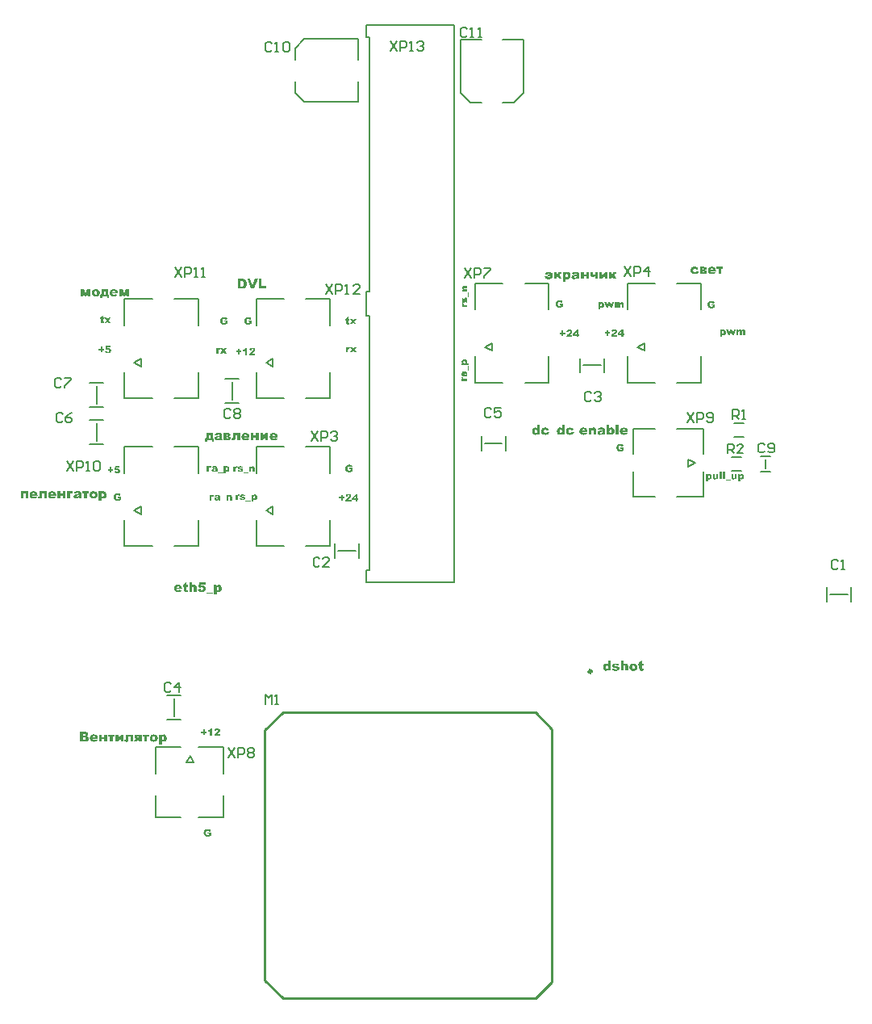
<source format=gto>
G04*
G04 #@! TF.GenerationSoftware,Altium Limited,Altium Designer,25.5.2 (35)*
G04*
G04 Layer_Color=65535*
%FSLAX44Y44*%
%MOMM*%
G71*
G04*
G04 #@! TF.SameCoordinates,2E8A04ED-EBE0-48DF-805F-0E855A1817FF*
G04*
G04*
G04 #@! TF.FilePolarity,Positive*
G04*
G01*
G75*
%ADD10C,0.3000*%
%ADD11C,0.1500*%
%ADD12C,0.1270*%
%ADD13C,0.2000*%
%ADD14C,0.2540*%
G36*
X330516Y463780D02*
X330653Y463761D01*
X330789Y463741D01*
X331121Y463663D01*
X331472Y463527D01*
X331667Y463429D01*
X331862Y463332D01*
X332038Y463195D01*
X332213Y463039D01*
X332389Y462864D01*
X332545Y462668D01*
X332564Y462649D01*
X332584Y462610D01*
X332623Y462551D01*
X332681Y462473D01*
X332740Y462356D01*
X332798Y462220D01*
X332876Y462064D01*
X332954Y461888D01*
X333110Y461498D01*
X333228Y461010D01*
X333325Y460484D01*
X333364Y459879D01*
Y459859D01*
Y459801D01*
Y459703D01*
X333344Y459586D01*
Y459430D01*
X333325Y459255D01*
X333247Y458845D01*
X333149Y458396D01*
X332993Y457928D01*
X332779Y457480D01*
X332642Y457265D01*
X332486Y457070D01*
Y457050D01*
X332447Y457031D01*
X332330Y456914D01*
X332135Y456777D01*
X331881Y456602D01*
X331550Y456426D01*
X331179Y456270D01*
X330750Y456153D01*
X330516Y456133D01*
X330262Y456114D01*
X330145D01*
X330028Y456133D01*
X329872D01*
X329697Y456172D01*
X329482Y456212D01*
X329287Y456250D01*
X329072Y456329D01*
X329053Y456348D01*
X328975Y456368D01*
X328877Y456426D01*
X328760Y456485D01*
X328604Y456582D01*
X328448Y456699D01*
X328292Y456836D01*
X328136Y456992D01*
Y453500D01*
X325288D01*
Y463624D01*
X327921D01*
Y462532D01*
X327941Y462571D01*
X328019Y462649D01*
X328117Y462766D01*
X328253Y462902D01*
X328409Y463059D01*
X328565Y463215D01*
X328741Y463351D01*
X328916Y463468D01*
X328936Y463488D01*
X329033Y463527D01*
X329150Y463566D01*
X329326Y463644D01*
X329521Y463702D01*
X329755Y463741D01*
X330009Y463780D01*
X330282Y463800D01*
X330418D01*
X330516Y463780D01*
D02*
G37*
G36*
X316315Y464190D02*
X311789D01*
X311535Y462668D01*
X311555Y462688D01*
X311614Y462707D01*
X311711Y462746D01*
X311828Y462785D01*
X311984Y462844D01*
X312140Y462902D01*
X312472Y463000D01*
X312491D01*
X312550Y463019D01*
X312647Y463039D01*
X312764Y463059D01*
X312901Y463078D01*
X313057Y463097D01*
X313389Y463117D01*
X313525D01*
X313642Y463097D01*
X313759D01*
X313915Y463078D01*
X314266Y463000D01*
X314657Y462883D01*
X315066Y462727D01*
X315476Y462493D01*
X315671Y462337D01*
X315847Y462181D01*
X315866Y462161D01*
X315886Y462142D01*
X315944Y462083D01*
X316003Y462025D01*
X316159Y461810D01*
X316334Y461557D01*
X316510Y461205D01*
X316646Y460815D01*
X316763Y460367D01*
X316783Y460113D01*
X316802Y459859D01*
Y459840D01*
Y459820D01*
Y459762D01*
Y459684D01*
X316783Y459508D01*
X316744Y459255D01*
X316685Y458962D01*
X316588Y458650D01*
X316471Y458318D01*
X316315Y457967D01*
X316295Y457928D01*
X316217Y457811D01*
X316120Y457655D01*
X315964Y457460D01*
X315769Y457226D01*
X315534Y457011D01*
X315242Y456777D01*
X314930Y456582D01*
X314910D01*
X314891Y456563D01*
X314832Y456543D01*
X314774Y456504D01*
X314579Y456426D01*
X314305Y456348D01*
X313974Y456270D01*
X313584Y456192D01*
X313135Y456133D01*
X312628Y456114D01*
X312452D01*
X312277Y456133D01*
X312043D01*
X311770Y456153D01*
X311477Y456192D01*
X311184Y456231D01*
X310911Y456289D01*
X310872D01*
X310794Y456329D01*
X310658Y456368D01*
X310482Y456426D01*
X310287Y456524D01*
X310092Y456602D01*
X309877Y456719D01*
X309682Y456855D01*
X309663Y456875D01*
X309604Y456933D01*
X309507Y457011D01*
X309409Y457109D01*
X309273Y457245D01*
X309136Y457382D01*
X308883Y457714D01*
X308863Y457733D01*
X308824Y457811D01*
X308765Y457909D01*
X308707Y458045D01*
X308629Y458221D01*
X308531Y458416D01*
X308453Y458650D01*
X308375Y458904D01*
X311223Y459235D01*
Y459196D01*
X311243Y459118D01*
X311282Y459001D01*
X311321Y458845D01*
X311379Y458669D01*
X311457Y458494D01*
X311574Y458338D01*
X311691Y458182D01*
X311711Y458162D01*
X311770Y458123D01*
X311848Y458065D01*
X311945Y458006D01*
X312082Y457948D01*
X312238Y457889D01*
X312413Y457850D01*
X312608Y457831D01*
X312706D01*
X312823Y457850D01*
X312959Y457889D01*
X313096Y457948D01*
X313272Y458026D01*
X313428Y458123D01*
X313584Y458279D01*
X313603Y458299D01*
X313642Y458357D01*
X313701Y458474D01*
X313779Y458611D01*
X313857Y458806D01*
X313915Y459021D01*
X313954Y459294D01*
X313974Y459606D01*
Y459625D01*
Y459645D01*
Y459762D01*
X313954Y459918D01*
X313935Y460113D01*
X313876Y460347D01*
X313818Y460562D01*
X313720Y460776D01*
X313584Y460952D01*
X313564Y460971D01*
X313506Y461010D01*
X313428Y461088D01*
X313311Y461166D01*
X313155Y461244D01*
X312979Y461322D01*
X312784Y461361D01*
X312550Y461381D01*
X312472D01*
X312394Y461361D01*
X312296D01*
X312043Y461283D01*
X311906Y461244D01*
X311750Y461166D01*
X311730D01*
X311711Y461147D01*
X311653Y461108D01*
X311574Y461049D01*
X311477Y460971D01*
X311379Y460893D01*
X311262Y460776D01*
X311145Y460640D01*
X308746Y460991D01*
X309643Y466433D01*
X316315D01*
Y464190D01*
D02*
G37*
G36*
X302133Y462688D02*
X302153Y462707D01*
X302230Y462785D01*
X302348Y462883D01*
X302484Y463019D01*
X302660Y463156D01*
X302855Y463293D01*
X303050Y463410D01*
X303264Y463527D01*
X303284Y463546D01*
X303362Y463566D01*
X303479Y463605D01*
X303635Y463663D01*
X303830Y463722D01*
X304064Y463761D01*
X304318Y463780D01*
X304591Y463800D01*
X304708D01*
X304786Y463780D01*
X304981Y463761D01*
X305254Y463722D01*
X305547Y463624D01*
X305839Y463507D01*
X306132Y463332D01*
X306405Y463097D01*
X306425Y463059D01*
X306503Y462961D01*
X306620Y462805D01*
X306737Y462571D01*
X306854Y462259D01*
X306971Y461888D01*
X307049Y461459D01*
X307068Y460952D01*
Y456289D01*
X304240D01*
Y460327D01*
Y460367D01*
Y460445D01*
X304220Y460562D01*
X304201Y460698D01*
X304123Y461030D01*
X304064Y461186D01*
X303967Y461303D01*
X303947Y461322D01*
X303928Y461342D01*
X303869Y461400D01*
X303791Y461459D01*
X303694Y461498D01*
X303557Y461557D01*
X303420Y461576D01*
X303264Y461595D01*
X303186D01*
X303089Y461576D01*
X302972Y461557D01*
X302835Y461498D01*
X302699Y461439D01*
X302562Y461342D01*
X302445Y461205D01*
X302426Y461186D01*
X302406Y461127D01*
X302348Y461030D01*
X302289Y460893D01*
X302230Y460698D01*
X302192Y460445D01*
X302153Y460152D01*
X302133Y459801D01*
Y456289D01*
X299324D01*
Y466433D01*
X302133D01*
Y462688D01*
D02*
G37*
G36*
X296437Y463624D02*
X297978D01*
Y461557D01*
X296437D01*
Y458942D01*
Y458923D01*
Y458865D01*
Y458787D01*
X296456Y458689D01*
X296476Y458494D01*
X296495Y458396D01*
X296515Y458338D01*
X296534Y458299D01*
X296632Y458221D01*
X296788Y458143D01*
X296886Y458123D01*
X297003Y458104D01*
X297061D01*
X297139Y458123D01*
X297237D01*
X297354Y458143D01*
X297510Y458182D01*
X297685Y458221D01*
X297880Y458279D01*
X298095Y456329D01*
X298056D01*
X297997Y456309D01*
X297919Y456289D01*
X297705Y456270D01*
X297451Y456231D01*
X297159Y456192D01*
X296827Y456153D01*
X296476Y456133D01*
X296125Y456114D01*
X295949D01*
X295774Y456133D01*
X295539Y456153D01*
X295286Y456172D01*
X295032Y456231D01*
X294779Y456289D01*
X294564Y456368D01*
X294545Y456387D01*
X294486Y456426D01*
X294389Y456485D01*
X294291Y456582D01*
X294174Y456680D01*
X294057Y456836D01*
X293940Y456992D01*
X293842Y457187D01*
Y457206D01*
X293803Y457284D01*
X293764Y457421D01*
X293725Y457616D01*
X293686Y457870D01*
X293647Y458162D01*
X293628Y458533D01*
X293608Y458962D01*
Y461557D01*
X292574D01*
Y463624D01*
X293608D01*
Y464970D01*
X296437Y466433D01*
Y463624D01*
D02*
G37*
G36*
X287776Y463780D02*
X287932D01*
X288283Y463741D01*
X288673Y463683D01*
X289083Y463585D01*
X289492Y463468D01*
X289863Y463312D01*
X289883D01*
X289902Y463293D01*
X290019Y463215D01*
X290175Y463117D01*
X290390Y462961D01*
X290604Y462746D01*
X290838Y462512D01*
X291053Y462239D01*
X291248Y461908D01*
Y461888D01*
X291268Y461869D01*
X291287Y461810D01*
X291326Y461752D01*
X291404Y461557D01*
X291502Y461283D01*
X291580Y460952D01*
X291658Y460542D01*
X291716Y460074D01*
X291736Y459567D01*
Y459255D01*
X286118D01*
Y459216D01*
X286137Y459138D01*
X286157Y459021D01*
X286176Y458865D01*
X286293Y458533D01*
X286371Y458377D01*
X286469Y458240D01*
X286488Y458221D01*
X286547Y458162D01*
X286625Y458084D01*
X286761Y458006D01*
X286898Y457928D01*
X287093Y457850D01*
X287288Y457792D01*
X287522Y457772D01*
X287600D01*
X287678Y457792D01*
X287776D01*
X288049Y457850D01*
X288322Y457967D01*
X288341D01*
X288361Y457987D01*
X288458Y458084D01*
X288615Y458221D01*
X288810Y458435D01*
X291580Y458182D01*
Y458162D01*
X291560Y458143D01*
X291521Y458084D01*
X291462Y458006D01*
X291326Y457811D01*
X291150Y457557D01*
X290916Y457304D01*
X290663Y457031D01*
X290370Y456797D01*
X290039Y456582D01*
X290019D01*
X290000Y456563D01*
X289941Y456543D01*
X289883Y456504D01*
X289785Y456465D01*
X289668Y456426D01*
X289531Y456387D01*
X289375Y456348D01*
X289200Y456309D01*
X289024Y456270D01*
X288575Y456192D01*
X288049Y456133D01*
X287464Y456114D01*
X287229D01*
X287093Y456133D01*
X286956D01*
X286625Y456172D01*
X286254Y456212D01*
X285884Y456289D01*
X285493Y456387D01*
X285162Y456524D01*
X285123Y456543D01*
X285025Y456602D01*
X284869Y456699D01*
X284694Y456836D01*
X284459Y457031D01*
X284245Y457245D01*
X284011Y457519D01*
X283796Y457831D01*
Y457850D01*
X283777Y457870D01*
X283718Y457987D01*
X283621Y458182D01*
X283523Y458435D01*
X283426Y458747D01*
X283328Y459099D01*
X283270Y459508D01*
X283250Y459937D01*
Y459957D01*
Y460015D01*
Y460113D01*
X283270Y460230D01*
X283289Y460367D01*
X283309Y460542D01*
X283387Y460932D01*
X283523Y461381D01*
X283718Y461830D01*
X283835Y462064D01*
X283991Y462298D01*
X284147Y462512D01*
X284342Y462727D01*
X284362Y462746D01*
X284401Y462766D01*
X284459Y462824D01*
X284538Y462902D01*
X284655Y462980D01*
X284791Y463059D01*
X284947Y463156D01*
X285142Y463273D01*
X285337Y463371D01*
X285571Y463468D01*
X285825Y463546D01*
X286078Y463624D01*
X286391Y463702D01*
X286703Y463761D01*
X287034Y463780D01*
X287386Y463800D01*
X287639D01*
X287776Y463780D01*
D02*
G37*
G36*
X324508Y454514D02*
X317271D01*
Y455217D01*
X324508D01*
Y454514D01*
D02*
G37*
G36*
X741826Y373676D02*
X739173D01*
Y374748D01*
X739154Y374709D01*
X739075Y374631D01*
X738978Y374514D01*
X738841Y374378D01*
X738685Y374202D01*
X738529Y374066D01*
X738354Y373929D01*
X738178Y373812D01*
X738159Y373793D01*
X738061Y373773D01*
X737944Y373715D01*
X737768Y373656D01*
X737573Y373597D01*
X737339Y373559D01*
X737086Y373520D01*
X736813Y373500D01*
X736676D01*
X736559Y373520D01*
X736442Y373539D01*
X736305Y373559D01*
X735974Y373637D01*
X735603Y373773D01*
X735408Y373871D01*
X735213Y373988D01*
X735038Y374105D01*
X734862Y374261D01*
X734686Y374436D01*
X734530Y374631D01*
Y374651D01*
X734491Y374690D01*
X734452Y374748D01*
X734413Y374846D01*
X734355Y374944D01*
X734277Y375080D01*
X734218Y375236D01*
X734140Y375412D01*
X734004Y375821D01*
X733867Y376289D01*
X733789Y376816D01*
X733750Y377401D01*
Y377421D01*
Y377480D01*
Y377577D01*
X733770Y377714D01*
Y377850D01*
X733789Y378026D01*
X733867Y378435D01*
X733965Y378884D01*
X734121Y379352D01*
X734335Y379801D01*
X734452Y380015D01*
X734608Y380210D01*
X734628Y380230D01*
X734647Y380249D01*
X734764Y380367D01*
X734959Y380523D01*
X735213Y380698D01*
X735545Y380874D01*
X735915Y381030D01*
X736345Y381147D01*
X736579Y381166D01*
X736832Y381186D01*
X736949D01*
X737066Y381166D01*
X737222D01*
X737398Y381127D01*
X737593Y381088D01*
X737807Y381030D01*
X738003Y380952D01*
X738022D01*
X738100Y380913D01*
X738198Y380854D01*
X738334Y380796D01*
X738490Y380698D01*
X738646Y380581D01*
X738822Y380445D01*
X738978Y380289D01*
Y383819D01*
X741826D01*
Y373676D01*
D02*
G37*
G36*
X747346Y381166D02*
X747639D01*
X747951Y381127D01*
X748263Y381088D01*
X748576Y381049D01*
X748829Y380971D01*
X748849D01*
X748946Y380932D01*
X749063Y380893D01*
X749200Y380815D01*
X749375Y380737D01*
X749551Y380620D01*
X749726Y380503D01*
X749882Y380347D01*
X749902Y380327D01*
X749960Y380269D01*
X750019Y380172D01*
X750117Y380054D01*
X750234Y379898D01*
X750351Y379703D01*
X750468Y379489D01*
X750585Y379235D01*
X747912Y378962D01*
Y378982D01*
X747893Y379021D01*
X747873Y379079D01*
X747834Y379157D01*
X747717Y379333D01*
X747561Y379469D01*
X747542Y379489D01*
X747503Y379508D01*
X747424Y379547D01*
X747346Y379586D01*
X747230Y379625D01*
X747093Y379664D01*
X746937Y379703D01*
X746605D01*
X746508Y379684D01*
X746274Y379625D01*
X746176Y379586D01*
X746078Y379528D01*
X746040Y379489D01*
X745981Y379411D01*
X745903Y379274D01*
X745883Y379196D01*
X745864Y379118D01*
Y379099D01*
Y379079D01*
X745903Y378962D01*
X745981Y378825D01*
X746040Y378767D01*
X746137Y378708D01*
X746157D01*
X746196Y378689D01*
X746274Y378669D01*
X746391Y378630D01*
X746547Y378591D01*
X746761Y378552D01*
X747015Y378494D01*
X747327Y378455D01*
X747385D01*
X747464Y378435D01*
X747561D01*
X747678Y378416D01*
X747815Y378396D01*
X748107Y378338D01*
X748458Y378279D01*
X748810Y378201D01*
X749122Y378104D01*
X749414Y378006D01*
X749453Y377987D01*
X749531Y377948D01*
X749648Y377889D01*
X749804Y377811D01*
X749980Y377694D01*
X750155Y377557D01*
X750312Y377401D01*
X750468Y377206D01*
X750487Y377187D01*
X750526Y377109D01*
X750585Y377011D01*
X750663Y376855D01*
X750721Y376699D01*
X750780Y376485D01*
X750819Y376270D01*
X750838Y376036D01*
Y376016D01*
Y375938D01*
X750819Y375802D01*
X750799Y375646D01*
X750741Y375470D01*
X750682Y375256D01*
X750585Y375041D01*
X750448Y374807D01*
X750429Y374787D01*
X750370Y374709D01*
X750273Y374592D01*
X750155Y374456D01*
X749980Y374300D01*
X749765Y374144D01*
X749531Y373988D01*
X749239Y373851D01*
X749200Y373832D01*
X749083Y373793D01*
X748907Y373734D01*
X748653Y373676D01*
X748322Y373617D01*
X747951Y373559D01*
X747503Y373520D01*
X746995Y373500D01*
X746664D01*
X746508Y373520D01*
X746313Y373539D01*
X745883Y373578D01*
X745396Y373637D01*
X744928Y373734D01*
X744479Y373871D01*
X744284Y373968D01*
X744108Y374066D01*
X744069Y374085D01*
X743972Y374163D01*
X743835Y374300D01*
X743660Y374475D01*
X743484Y374709D01*
X743308Y375002D01*
X743152Y375334D01*
X743035Y375704D01*
X745825Y375977D01*
Y375958D01*
X745864Y375899D01*
X745883Y375802D01*
X745942Y375704D01*
X746098Y375451D01*
X746176Y375353D01*
X746293Y375256D01*
X746313D01*
X746352Y375217D01*
X746430Y375197D01*
X746508Y375158D01*
X746644Y375119D01*
X746781Y375080D01*
X746937Y375061D01*
X747132Y375041D01*
X747230D01*
X747327Y375061D01*
X747464Y375080D01*
X747737Y375139D01*
X747893Y375197D01*
X748010Y375275D01*
X748029D01*
X748049Y375314D01*
X748146Y375392D01*
X748224Y375548D01*
X748244Y375626D01*
X748263Y375724D01*
Y375743D01*
Y375782D01*
X748224Y375899D01*
X748185Y375977D01*
X748127Y376055D01*
X748049Y376133D01*
X747932Y376192D01*
X747912D01*
X747873Y376212D01*
X747815Y376231D01*
X747698Y376270D01*
X747542Y376309D01*
X747327Y376367D01*
X747054Y376426D01*
X746722Y376485D01*
X746703D01*
X746664Y376504D01*
X746586D01*
X746488Y376524D01*
X746371Y376543D01*
X746235Y376582D01*
X745922Y376641D01*
X745591Y376719D01*
X745259Y376797D01*
X744947Y376875D01*
X744811Y376914D01*
X744694Y376953D01*
X744674Y376972D01*
X744596Y376992D01*
X744499Y377050D01*
X744362Y377128D01*
X744206Y377245D01*
X744050Y377362D01*
X743894Y377519D01*
X743738Y377694D01*
X743718Y377714D01*
X743679Y377792D01*
X743621Y377889D01*
X743543Y378045D01*
X743465Y378221D01*
X743406Y378416D01*
X743367Y378650D01*
X743347Y378884D01*
Y378923D01*
Y379001D01*
X743367Y379138D01*
X743406Y379313D01*
X743445Y379508D01*
X743523Y379723D01*
X743621Y379937D01*
X743757Y380132D01*
X743777Y380152D01*
X743835Y380210D01*
X743933Y380308D01*
X744069Y380425D01*
X744225Y380562D01*
X744420Y380679D01*
X744654Y380815D01*
X744908Y380913D01*
X744947Y380932D01*
X745045Y380952D01*
X745201Y380991D01*
X745435Y381049D01*
X745727Y381108D01*
X746059Y381147D01*
X746449Y381166D01*
X746898Y381186D01*
X747112D01*
X747346Y381166D01*
D02*
G37*
G36*
X755013Y380074D02*
X755032Y380093D01*
X755110Y380172D01*
X755227Y380269D01*
X755364Y380406D01*
X755539Y380542D01*
X755735Y380679D01*
X755930Y380796D01*
X756144Y380913D01*
X756164Y380932D01*
X756242Y380952D01*
X756359Y380991D01*
X756515Y381049D01*
X756710Y381108D01*
X756944Y381147D01*
X757198Y381166D01*
X757471Y381186D01*
X757588D01*
X757666Y381166D01*
X757861Y381147D01*
X758134Y381108D01*
X758427Y381010D01*
X758719Y380893D01*
X759012Y380718D01*
X759285Y380484D01*
X759304Y380445D01*
X759382Y380347D01*
X759500Y380191D01*
X759616Y379957D01*
X759734Y379645D01*
X759851Y379274D01*
X759929Y378845D01*
X759948Y378338D01*
Y373676D01*
X757120D01*
Y377714D01*
Y377753D01*
Y377831D01*
X757100Y377948D01*
X757081Y378084D01*
X757003Y378416D01*
X756944Y378572D01*
X756846Y378689D01*
X756827Y378708D01*
X756807Y378728D01*
X756749Y378786D01*
X756671Y378845D01*
X756573Y378884D01*
X756437Y378942D01*
X756300Y378962D01*
X756144Y378982D01*
X756066D01*
X755969Y378962D01*
X755852Y378942D01*
X755715Y378884D01*
X755579Y378825D01*
X755442Y378728D01*
X755325Y378591D01*
X755305Y378572D01*
X755286Y378513D01*
X755227Y378416D01*
X755169Y378279D01*
X755110Y378084D01*
X755071Y377831D01*
X755032Y377538D01*
X755013Y377187D01*
Y373676D01*
X752204D01*
Y383819D01*
X755013D01*
Y380074D01*
D02*
G37*
G36*
X774481Y381010D02*
X776022D01*
Y378942D01*
X774481D01*
Y376329D01*
Y376309D01*
Y376250D01*
Y376172D01*
X774501Y376075D01*
X774520Y375880D01*
X774539Y375782D01*
X774559Y375724D01*
X774579Y375685D01*
X774676Y375607D01*
X774832Y375529D01*
X774930Y375509D01*
X775047Y375490D01*
X775105D01*
X775183Y375509D01*
X775281D01*
X775398Y375529D01*
X775554Y375568D01*
X775730Y375607D01*
X775925Y375665D01*
X776139Y373715D01*
X776100D01*
X776042Y373695D01*
X775964Y373676D01*
X775749Y373656D01*
X775495Y373617D01*
X775203Y373578D01*
X774871Y373539D01*
X774520Y373520D01*
X774169Y373500D01*
X773993D01*
X773818Y373520D01*
X773584Y373539D01*
X773330Y373559D01*
X773076Y373617D01*
X772823Y373676D01*
X772608Y373754D01*
X772589Y373773D01*
X772530Y373812D01*
X772433Y373871D01*
X772335Y373968D01*
X772218Y374066D01*
X772101Y374222D01*
X771984Y374378D01*
X771887Y374573D01*
Y374592D01*
X771848Y374670D01*
X771808Y374807D01*
X771769Y375002D01*
X771730Y375256D01*
X771692Y375548D01*
X771672Y375919D01*
X771653Y376348D01*
Y378942D01*
X770619D01*
Y381010D01*
X771653D01*
Y382356D01*
X774481Y383819D01*
Y381010D01*
D02*
G37*
G36*
X765839Y381166D02*
X766015Y381147D01*
X766229Y381127D01*
X766464Y381088D01*
X766717Y381030D01*
X767244Y380874D01*
X767536Y380776D01*
X767810Y380640D01*
X768083Y380503D01*
X768336Y380327D01*
X768590Y380132D01*
X768804Y379898D01*
X768824Y379879D01*
X768843Y379859D01*
X768883Y379801D01*
X768941Y379723D01*
X769019Y379606D01*
X769097Y379489D01*
X769273Y379196D01*
X769429Y378825D01*
X769585Y378396D01*
X769682Y377909D01*
X769721Y377635D01*
Y377362D01*
Y377343D01*
Y377284D01*
Y377206D01*
X769702Y377089D01*
X769682Y376933D01*
X769663Y376777D01*
X769624Y376582D01*
X769585Y376387D01*
X769448Y375938D01*
X769351Y375704D01*
X769253Y375470D01*
X769117Y375236D01*
X768960Y375002D01*
X768785Y374787D01*
X768590Y374573D01*
X768570Y374553D01*
X768531Y374534D01*
X768473Y374475D01*
X768375Y374397D01*
X768258Y374319D01*
X768122Y374241D01*
X767966Y374144D01*
X767770Y374046D01*
X767576Y373929D01*
X767341Y373832D01*
X767088Y373754D01*
X766795Y373676D01*
X766503Y373597D01*
X766190Y373539D01*
X765839Y373520D01*
X765488Y373500D01*
X765313D01*
X765196Y373520D01*
X765040D01*
X764864Y373539D01*
X764669Y373578D01*
X764474Y373617D01*
X764006Y373715D01*
X763538Y373871D01*
X763050Y374105D01*
X762835Y374241D01*
X762621Y374397D01*
X762601Y374417D01*
X762562Y374456D01*
X762504Y374514D01*
X762406Y374592D01*
X762309Y374709D01*
X762211Y374846D01*
X762074Y375002D01*
X761957Y375178D01*
X761840Y375373D01*
X761723Y375587D01*
X761606Y375841D01*
X761509Y376094D01*
X761411Y376367D01*
X761353Y376660D01*
X761314Y376972D01*
X761294Y377304D01*
Y377323D01*
Y377382D01*
Y377460D01*
X761314Y377597D01*
X761333Y377733D01*
X761353Y377909D01*
X761392Y378084D01*
X761431Y378299D01*
X761567Y378728D01*
X761665Y378962D01*
X761782Y379196D01*
X761899Y379430D01*
X762055Y379664D01*
X762231Y379879D01*
X762426Y380093D01*
X762445Y380113D01*
X762484Y380132D01*
X762543Y380191D01*
X762640Y380269D01*
X762738Y380347D01*
X762894Y380445D01*
X763050Y380542D01*
X763225Y380640D01*
X763440Y380737D01*
X763674Y380835D01*
X763908Y380932D01*
X764181Y381010D01*
X764474Y381088D01*
X764786Y381147D01*
X765118Y381166D01*
X765469Y381186D01*
X765683D01*
X765839Y381166D01*
D02*
G37*
G36*
X879306Y579960D02*
X879409Y579946D01*
X879511Y579931D01*
X879760Y579872D01*
X880023Y579770D01*
X880169Y579697D01*
X880316Y579624D01*
X880447Y579521D01*
X880579Y579404D01*
X880711Y579273D01*
X880828Y579126D01*
X880842Y579112D01*
X880857Y579082D01*
X880886Y579039D01*
X880930Y578980D01*
X880974Y578892D01*
X881018Y578790D01*
X881077Y578673D01*
X881135Y578541D01*
X881252Y578248D01*
X881340Y577883D01*
X881413Y577488D01*
X881442Y577034D01*
Y577020D01*
Y576976D01*
Y576903D01*
X881428Y576815D01*
Y576698D01*
X881413Y576566D01*
X881355Y576259D01*
X881281Y575922D01*
X881164Y575571D01*
X881003Y575235D01*
X880901Y575074D01*
X880784Y574927D01*
Y574913D01*
X880755Y574898D01*
X880667Y574810D01*
X880521Y574708D01*
X880330Y574576D01*
X880082Y574445D01*
X879804Y574328D01*
X879482Y574240D01*
X879306Y574225D01*
X879116Y574211D01*
X879028D01*
X878941Y574225D01*
X878823D01*
X878692Y574254D01*
X878531Y574284D01*
X878384Y574313D01*
X878224Y574371D01*
X878209Y574386D01*
X878150Y574401D01*
X878077Y574445D01*
X877990Y574488D01*
X877872Y574562D01*
X877755Y574649D01*
X877638Y574752D01*
X877521Y574869D01*
Y572250D01*
X875385D01*
Y579843D01*
X877360D01*
Y579024D01*
X877375Y579053D01*
X877434Y579112D01*
X877507Y579199D01*
X877609Y579302D01*
X877726Y579419D01*
X877843Y579536D01*
X877975Y579638D01*
X878107Y579726D01*
X878121Y579741D01*
X878194Y579770D01*
X878282Y579799D01*
X878414Y579858D01*
X878560Y579902D01*
X878736Y579931D01*
X878926Y579960D01*
X879131Y579975D01*
X879233D01*
X879306Y579960D01*
D02*
G37*
G36*
X845671D02*
X845773Y579946D01*
X845876Y579931D01*
X846124Y579872D01*
X846388Y579770D01*
X846534Y579697D01*
X846681Y579624D01*
X846812Y579521D01*
X846944Y579404D01*
X847076Y579273D01*
X847193Y579126D01*
X847207Y579112D01*
X847222Y579082D01*
X847251Y579039D01*
X847295Y578980D01*
X847339Y578892D01*
X847383Y578790D01*
X847441Y578673D01*
X847500Y578541D01*
X847617Y578248D01*
X847705Y577883D01*
X847778Y577488D01*
X847807Y577034D01*
Y577020D01*
Y576976D01*
Y576903D01*
X847792Y576815D01*
Y576698D01*
X847778Y576566D01*
X847719Y576259D01*
X847646Y575922D01*
X847529Y575571D01*
X847368Y575235D01*
X847266Y575074D01*
X847149Y574927D01*
Y574913D01*
X847119Y574898D01*
X847032Y574810D01*
X846885Y574708D01*
X846695Y574576D01*
X846446Y574445D01*
X846168Y574328D01*
X845846Y574240D01*
X845671Y574225D01*
X845481Y574211D01*
X845393D01*
X845305Y574225D01*
X845188D01*
X845057Y574254D01*
X844895Y574284D01*
X844749Y574313D01*
X844588Y574371D01*
X844574Y574386D01*
X844515Y574401D01*
X844442Y574445D01*
X844354Y574488D01*
X844237Y574562D01*
X844120Y574649D01*
X844003Y574752D01*
X843886Y574869D01*
Y572250D01*
X841750D01*
Y579843D01*
X843725D01*
Y579024D01*
X843740Y579053D01*
X843798Y579112D01*
X843871Y579199D01*
X843974Y579302D01*
X844091Y579419D01*
X844208Y579536D01*
X844340Y579638D01*
X844471Y579726D01*
X844486Y579741D01*
X844559Y579770D01*
X844647Y579799D01*
X844779Y579858D01*
X844925Y579902D01*
X845100Y579931D01*
X845291Y579960D01*
X845495Y579975D01*
X845598D01*
X845671Y579960D01*
D02*
G37*
G36*
X874098Y574342D02*
X872123D01*
Y575220D01*
X872108Y575191D01*
X872050Y575132D01*
X871962Y575030D01*
X871845Y574927D01*
X871713Y574796D01*
X871567Y574664D01*
X871406Y574547D01*
X871230Y574445D01*
X871216Y574430D01*
X871157Y574415D01*
X871055Y574371D01*
X870923Y574328D01*
X870777Y574284D01*
X870586Y574254D01*
X870367Y574225D01*
X870133Y574211D01*
X870045D01*
X869987Y574225D01*
X869826Y574240D01*
X869635Y574269D01*
X869416Y574342D01*
X869182Y574430D01*
X868962Y574547D01*
X868758Y574723D01*
X868743Y574752D01*
X868685Y574825D01*
X868611Y574942D01*
X868524Y575118D01*
X868421Y575352D01*
X868348Y575630D01*
X868290Y575951D01*
X868275Y576332D01*
Y579843D01*
X870396D01*
Y576815D01*
Y576785D01*
Y576727D01*
X870411Y576639D01*
X870426Y576522D01*
X870484Y576273D01*
X870528Y576171D01*
X870586Y576068D01*
X870601Y576054D01*
X870616Y576039D01*
X870660Y576010D01*
X870733Y575966D01*
X870806Y575922D01*
X870894Y575893D01*
X871011Y575878D01*
X871128Y575864D01*
X871186D01*
X871260Y575878D01*
X871347Y575893D01*
X871435Y575937D01*
X871537Y575981D01*
X871640Y576054D01*
X871742Y576142D01*
X871757Y576156D01*
X871786Y576200D01*
X871815Y576273D01*
X871874Y576390D01*
X871918Y576522D01*
X871947Y576712D01*
X871976Y576932D01*
X871991Y577195D01*
Y579843D01*
X874098D01*
Y574342D01*
D02*
G37*
G36*
X854625D02*
X852650D01*
Y575220D01*
X852635Y575191D01*
X852577Y575132D01*
X852489Y575030D01*
X852372Y574927D01*
X852240Y574796D01*
X852094Y574664D01*
X851933Y574547D01*
X851757Y574445D01*
X851743Y574430D01*
X851684Y574415D01*
X851582Y574371D01*
X851450Y574328D01*
X851304Y574284D01*
X851114Y574254D01*
X850894Y574225D01*
X850660Y574211D01*
X850572D01*
X850514Y574225D01*
X850353Y574240D01*
X850163Y574269D01*
X849943Y574342D01*
X849709Y574430D01*
X849490Y574547D01*
X849285Y574723D01*
X849270Y574752D01*
X849212Y574825D01*
X849138Y574942D01*
X849051Y575118D01*
X848948Y575352D01*
X848875Y575630D01*
X848817Y575951D01*
X848802Y576332D01*
Y579843D01*
X850923D01*
Y576815D01*
Y576785D01*
Y576727D01*
X850938Y576639D01*
X850953Y576522D01*
X851011Y576273D01*
X851055Y576171D01*
X851114Y576068D01*
X851128Y576054D01*
X851143Y576039D01*
X851187Y576010D01*
X851260Y575966D01*
X851333Y575922D01*
X851421Y575893D01*
X851538Y575878D01*
X851655Y575864D01*
X851713D01*
X851786Y575878D01*
X851874Y575893D01*
X851962Y575937D01*
X852064Y575981D01*
X852167Y576054D01*
X852269Y576142D01*
X852284Y576156D01*
X852313Y576200D01*
X852342Y576273D01*
X852401Y576390D01*
X852445Y576522D01*
X852474Y576712D01*
X852503Y576932D01*
X852518Y577195D01*
Y579843D01*
X854625D01*
Y574342D01*
D02*
G37*
G36*
X861647D02*
X859526D01*
Y581950D01*
X861647D01*
Y574342D01*
D02*
G37*
G36*
X858107D02*
X855985D01*
Y581950D01*
X858107D01*
Y574342D01*
D02*
G37*
G36*
X867719Y573011D02*
X862291D01*
Y573537D01*
X867719D01*
Y573011D01*
D02*
G37*
G36*
X752285Y611357D02*
X752549Y611342D01*
X752856Y611313D01*
X753178Y611269D01*
X753471Y611210D01*
X753602Y611181D01*
X753734Y611137D01*
X753748D01*
X753763Y611123D01*
X753836Y611093D01*
X753953Y611035D01*
X754100Y610961D01*
X754260Y610859D01*
X754436Y610742D01*
X754612Y610596D01*
X754773Y610420D01*
X754787Y610406D01*
X754846Y610332D01*
X754919Y610230D01*
X755007Y610098D01*
X755109Y609923D01*
X755211Y609718D01*
X755314Y609469D01*
X755402Y609206D01*
X753134Y608811D01*
Y608825D01*
X753105Y608884D01*
X753075Y608957D01*
X753017Y609060D01*
X752958Y609162D01*
X752871Y609264D01*
X752768Y609381D01*
X752651Y609469D01*
X752636Y609484D01*
X752593Y609513D01*
X752520Y609542D01*
X752417Y609586D01*
X752300Y609630D01*
X752139Y609674D01*
X751978Y609689D01*
X751788Y609703D01*
X751715D01*
X751656Y609689D01*
X751525Y609674D01*
X751349Y609630D01*
X751144Y609572D01*
X750939Y609469D01*
X750749Y609338D01*
X750559Y609162D01*
X750544Y609133D01*
X750486Y609060D01*
X750413Y608928D01*
X750340Y608752D01*
X750252Y608504D01*
X750179Y608211D01*
X750120Y607860D01*
X750106Y607670D01*
Y607450D01*
Y607436D01*
Y607392D01*
Y607333D01*
X750120Y607245D01*
Y607143D01*
X750135Y607041D01*
X750164Y606777D01*
X750222Y606485D01*
X750296Y606192D01*
X750413Y605929D01*
X750486Y605797D01*
X750559Y605695D01*
X750588Y605665D01*
X750647Y605607D01*
X750749Y605534D01*
X750895Y605431D01*
X751086Y605329D01*
X751305Y605256D01*
X751569Y605197D01*
X751861Y605168D01*
X752007D01*
X752110Y605182D01*
X752212Y605197D01*
X752344Y605212D01*
X752607Y605270D01*
X752622D01*
X752666Y605300D01*
X752754Y605329D01*
X752856Y605358D01*
X752973Y605417D01*
X753119Y605490D01*
X753266Y605563D01*
X753441Y605665D01*
Y606397D01*
X751861D01*
Y607977D01*
X755504D01*
Y604714D01*
X755490Y604700D01*
X755460Y604685D01*
X755402Y604641D01*
X755329Y604597D01*
X755241Y604539D01*
X755124Y604480D01*
X754875Y604334D01*
X754582Y604173D01*
X754275Y604012D01*
X753953Y603866D01*
X753646Y603749D01*
X753631D01*
X753617Y603734D01*
X753558Y603719D01*
X753500Y603705D01*
X753427Y603690D01*
X753339Y603676D01*
X753105Y603632D01*
X752827Y603573D01*
X752505Y603544D01*
X752139Y603515D01*
X751744Y603500D01*
X751612D01*
X751525Y603515D01*
X751408D01*
X751276Y603529D01*
X751130Y603544D01*
X750969Y603559D01*
X750618Y603617D01*
X750252Y603690D01*
X749871Y603807D01*
X749535Y603954D01*
X749520D01*
X749491Y603983D01*
X749447Y603997D01*
X749389Y604041D01*
X749242Y604144D01*
X749052Y604305D01*
X748847Y604495D01*
X748628Y604729D01*
X748408Y605007D01*
X748218Y605329D01*
Y605343D01*
X748204Y605373D01*
X748174Y605417D01*
X748145Y605490D01*
X748116Y605578D01*
X748072Y605680D01*
X748028Y605797D01*
X747984Y605943D01*
X747896Y606250D01*
X747823Y606602D01*
X747765Y607011D01*
X747750Y607436D01*
Y607450D01*
Y607494D01*
Y607553D01*
X747765Y607640D01*
Y607757D01*
X747779Y607874D01*
X747794Y608021D01*
X747809Y608167D01*
X747882Y608518D01*
X747969Y608869D01*
X748086Y609250D01*
X748262Y609601D01*
Y609616D01*
X748291Y609645D01*
X748321Y609689D01*
X748364Y609747D01*
X748482Y609923D01*
X748642Y610128D01*
X748862Y610347D01*
X749111Y610581D01*
X749418Y610801D01*
X749769Y610991D01*
X749784D01*
X749798Y611005D01*
X749857Y611020D01*
X749915Y611049D01*
X749988Y611079D01*
X750076Y611108D01*
X750193Y611152D01*
X750325Y611181D01*
X750457Y611210D01*
X750618Y611254D01*
X750969Y611313D01*
X751378Y611357D01*
X751846Y611371D01*
X752154D01*
X752285Y611357D01*
D02*
G37*
G36*
X693290Y621025D02*
X690637D01*
Y622098D01*
X690618Y622059D01*
X690539Y621981D01*
X690442Y621864D01*
X690305Y621727D01*
X690149Y621552D01*
X689993Y621415D01*
X689818Y621279D01*
X689642Y621162D01*
X689623Y621142D01*
X689525Y621123D01*
X689408Y621064D01*
X689233Y621006D01*
X689037Y620947D01*
X688803Y620908D01*
X688550Y620869D01*
X688277Y620850D01*
X688140D01*
X688023Y620869D01*
X687906Y620889D01*
X687769Y620908D01*
X687438Y620986D01*
X687067Y621123D01*
X686872Y621220D01*
X686677Y621337D01*
X686501Y621454D01*
X686326Y621610D01*
X686150Y621786D01*
X685994Y621981D01*
Y622001D01*
X685955Y622039D01*
X685916Y622098D01*
X685877Y622196D01*
X685819Y622293D01*
X685741Y622430D01*
X685682Y622586D01*
X685604Y622761D01*
X685468Y623171D01*
X685331Y623639D01*
X685253Y624166D01*
X685214Y624751D01*
Y624771D01*
Y624829D01*
Y624927D01*
X685234Y625063D01*
Y625200D01*
X685253Y625375D01*
X685331Y625785D01*
X685429Y626234D01*
X685585Y626702D01*
X685799Y627150D01*
X685916Y627365D01*
X686072Y627560D01*
X686092Y627580D01*
X686111Y627599D01*
X686228Y627716D01*
X686423Y627872D01*
X686677Y628048D01*
X687009Y628223D01*
X687379Y628379D01*
X687809Y628496D01*
X688043Y628516D01*
X688296Y628535D01*
X688413D01*
X688530Y628516D01*
X688686D01*
X688862Y628477D01*
X689057Y628438D01*
X689272Y628379D01*
X689467Y628301D01*
X689486D01*
X689564Y628262D01*
X689662Y628204D01*
X689798Y628145D01*
X689954Y628048D01*
X690110Y627931D01*
X690286Y627794D01*
X690442Y627638D01*
Y631169D01*
X693290D01*
Y621025D01*
D02*
G37*
G36*
X667326D02*
X664673D01*
Y622098D01*
X664653Y622059D01*
X664576Y621981D01*
X664478Y621864D01*
X664341Y621727D01*
X664185Y621552D01*
X664029Y621415D01*
X663854Y621279D01*
X663678Y621162D01*
X663659Y621142D01*
X663561Y621123D01*
X663444Y621064D01*
X663269Y621006D01*
X663073Y620947D01*
X662839Y620908D01*
X662586Y620869D01*
X662313Y620850D01*
X662176D01*
X662059Y620869D01*
X661942Y620889D01*
X661805Y620908D01*
X661474Y620986D01*
X661103Y621123D01*
X660908Y621220D01*
X660713Y621337D01*
X660537Y621454D01*
X660362Y621610D01*
X660186Y621786D01*
X660030Y621981D01*
Y622001D01*
X659991Y622039D01*
X659952Y622098D01*
X659913Y622196D01*
X659855Y622293D01*
X659777Y622430D01*
X659718Y622586D01*
X659640Y622761D01*
X659504Y623171D01*
X659367Y623639D01*
X659289Y624166D01*
X659250Y624751D01*
Y624771D01*
Y624829D01*
Y624927D01*
X659269Y625063D01*
Y625200D01*
X659289Y625375D01*
X659367Y625785D01*
X659465Y626234D01*
X659621Y626702D01*
X659835Y627150D01*
X659952Y627365D01*
X660108Y627560D01*
X660128Y627580D01*
X660147Y627599D01*
X660264Y627716D01*
X660459Y627872D01*
X660713Y628048D01*
X661045Y628223D01*
X661415Y628379D01*
X661844Y628496D01*
X662078Y628516D01*
X662332Y628535D01*
X662449D01*
X662566Y628516D01*
X662722D01*
X662898Y628477D01*
X663093Y628438D01*
X663307Y628379D01*
X663503Y628301D01*
X663522D01*
X663600Y628262D01*
X663698Y628204D01*
X663834Y628145D01*
X663990Y628048D01*
X664146Y627931D01*
X664322Y627794D01*
X664478Y627638D01*
Y631169D01*
X667326D01*
Y621025D01*
D02*
G37*
G36*
X724053Y628516D02*
X724268Y628496D01*
X724521Y628457D01*
X724814Y628360D01*
X725126Y628243D01*
X725418Y628067D01*
X725692Y627833D01*
X725711Y627794D01*
X725789Y627697D01*
X725906Y627541D01*
X726023Y627307D01*
X726140Y626994D01*
X726257Y626624D01*
X726335Y626195D01*
X726355Y625687D01*
Y621025D01*
X723526D01*
Y625063D01*
Y625102D01*
Y625180D01*
X723507Y625297D01*
X723487Y625434D01*
X723409Y625765D01*
X723351Y625922D01*
X723253Y626039D01*
X723234Y626058D01*
X723214Y626077D01*
X723156Y626136D01*
X723077Y626195D01*
X722980Y626234D01*
X722843Y626292D01*
X722707Y626312D01*
X722551Y626331D01*
X722473D01*
X722375Y626312D01*
X722258Y626292D01*
X722122Y626234D01*
X721985Y626175D01*
X721849Y626077D01*
X721732Y625941D01*
X721712Y625922D01*
X721693Y625863D01*
X721634Y625765D01*
X721575Y625629D01*
X721517Y625434D01*
X721478Y625180D01*
X721439Y624888D01*
X721419Y624536D01*
Y621025D01*
X718610D01*
Y628360D01*
X721224D01*
Y627170D01*
X721244Y627209D01*
X721322Y627287D01*
X721439Y627424D01*
X721595Y627580D01*
X721771Y627736D01*
X721966Y627911D01*
X722180Y628067D01*
X722395Y628204D01*
X722414Y628223D01*
X722512Y628262D01*
X722629Y628301D01*
X722804Y628379D01*
X723019Y628438D01*
X723273Y628477D01*
X723546Y628516D01*
X723858Y628535D01*
X723975D01*
X724053Y628516D01*
D02*
G37*
G36*
X699376D02*
X699552Y628496D01*
X699942Y628457D01*
X700391Y628379D01*
X700839Y628262D01*
X701268Y628106D01*
X701483Y628009D01*
X701659Y627892D01*
X701678D01*
X701698Y627853D01*
X701815Y627775D01*
X701990Y627619D01*
X702185Y627424D01*
X702400Y627150D01*
X702634Y626838D01*
X702829Y626448D01*
X703005Y626019D01*
X700352Y625668D01*
Y625687D01*
X700332Y625746D01*
X700293Y625824D01*
X700235Y625922D01*
X700098Y626156D01*
X700001Y626253D01*
X699883Y626351D01*
X699864Y626370D01*
X699825Y626390D01*
X699747Y626429D01*
X699649Y626487D01*
X699532Y626526D01*
X699376Y626565D01*
X699201Y626585D01*
X699006Y626604D01*
X698889D01*
X698772Y626585D01*
X698615Y626546D01*
X698440Y626487D01*
X698245Y626390D01*
X698069Y626273D01*
X697894Y626097D01*
X697874Y626077D01*
X697835Y625999D01*
X697757Y625882D01*
X697679Y625726D01*
X697601Y625512D01*
X697523Y625239D01*
X697484Y624927D01*
X697465Y624576D01*
Y624536D01*
Y624419D01*
X697484Y624263D01*
X697523Y624068D01*
X697562Y623854D01*
X697640Y623620D01*
X697738Y623405D01*
X697874Y623210D01*
X697894Y623190D01*
X697952Y623132D01*
X698050Y623054D01*
X698167Y622976D01*
X698323Y622898D01*
X698518Y622820D01*
X698733Y622761D01*
X698967Y622742D01*
X699064D01*
X699162Y622761D01*
X699279Y622781D01*
X699591Y622859D01*
X699747Y622917D01*
X699883Y623015D01*
X699903Y623034D01*
X699942Y623073D01*
X700020Y623132D01*
X700098Y623229D01*
X700196Y623346D01*
X700293Y623503D01*
X700391Y623678D01*
X700469Y623893D01*
X703141Y623581D01*
X703122Y623542D01*
X703102Y623444D01*
X703044Y623288D01*
X702966Y623093D01*
X702849Y622859D01*
X702731Y622605D01*
X702576Y622352D01*
X702400Y622118D01*
X702380Y622098D01*
X702302Y622020D01*
X702205Y621903D01*
X702049Y621766D01*
X701854Y621630D01*
X701639Y621474D01*
X701385Y621318D01*
X701112Y621181D01*
X701073Y621162D01*
X700976Y621123D01*
X700800Y621084D01*
X700566Y621025D01*
X700293Y620947D01*
X699942Y620908D01*
X699552Y620869D01*
X699123Y620850D01*
X698928D01*
X698713Y620869D01*
X698440D01*
X698128Y620908D01*
X697816Y620947D01*
X697484Y620986D01*
X697172Y621064D01*
X697133Y621084D01*
X697035Y621103D01*
X696899Y621162D01*
X696704Y621240D01*
X696509Y621337D01*
X696275Y621454D01*
X696041Y621591D01*
X695826Y621766D01*
X695807Y621786D01*
X695729Y621844D01*
X695631Y621962D01*
X695514Y622098D01*
X695377Y622254D01*
X695241Y622449D01*
X695104Y622664D01*
X694968Y622898D01*
X694948Y622937D01*
X694929Y623015D01*
X694870Y623171D01*
X694812Y623366D01*
X694753Y623620D01*
X694714Y623912D01*
X694675Y624263D01*
X694656Y624654D01*
Y624673D01*
Y624712D01*
Y624771D01*
Y624849D01*
X694675Y625044D01*
X694695Y625317D01*
X694753Y625609D01*
X694812Y625922D01*
X694909Y626253D01*
X695026Y626546D01*
X695046Y626565D01*
X695085Y626643D01*
X695143Y626741D01*
X695241Y626877D01*
X695338Y627033D01*
X695475Y627189D01*
X695631Y627365D01*
X695807Y627521D01*
X695826Y627541D01*
X695884Y627599D01*
X695982Y627677D01*
X696119Y627775D01*
X696275Y627872D01*
X696450Y627989D01*
X696626Y628087D01*
X696821Y628184D01*
X696860Y628204D01*
X696977Y628243D01*
X697152Y628301D01*
X697387Y628360D01*
X697699Y628418D01*
X698050Y628477D01*
X698459Y628516D01*
X698928Y628535D01*
X699220D01*
X699376Y628516D01*
D02*
G37*
G36*
X673412D02*
X673588Y628496D01*
X673978Y628457D01*
X674427Y628379D01*
X674875Y628262D01*
X675304Y628106D01*
X675519Y628009D01*
X675695Y627892D01*
X675714D01*
X675734Y627853D01*
X675851Y627775D01*
X676026Y627619D01*
X676221Y627424D01*
X676436Y627150D01*
X676670Y626838D01*
X676865Y626448D01*
X677041Y626019D01*
X674388Y625668D01*
Y625687D01*
X674368Y625746D01*
X674329Y625824D01*
X674270Y625922D01*
X674134Y626156D01*
X674036Y626253D01*
X673919Y626351D01*
X673900Y626370D01*
X673861Y626390D01*
X673783Y626429D01*
X673685Y626487D01*
X673568Y626526D01*
X673412Y626565D01*
X673237Y626585D01*
X673042Y626604D01*
X672924D01*
X672807Y626585D01*
X672651Y626546D01*
X672476Y626487D01*
X672281Y626390D01*
X672105Y626273D01*
X671930Y626097D01*
X671910Y626077D01*
X671871Y625999D01*
X671793Y625882D01*
X671715Y625726D01*
X671637Y625512D01*
X671559Y625239D01*
X671520Y624927D01*
X671500Y624576D01*
Y624536D01*
Y624419D01*
X671520Y624263D01*
X671559Y624068D01*
X671598Y623854D01*
X671676Y623620D01*
X671774Y623405D01*
X671910Y623210D01*
X671930Y623190D01*
X671988Y623132D01*
X672086Y623054D01*
X672203Y622976D01*
X672359Y622898D01*
X672554Y622820D01*
X672768Y622761D01*
X673003Y622742D01*
X673100D01*
X673198Y622761D01*
X673315Y622781D01*
X673627Y622859D01*
X673783Y622917D01*
X673919Y623015D01*
X673939Y623034D01*
X673978Y623073D01*
X674056Y623132D01*
X674134Y623229D01*
X674231Y623346D01*
X674329Y623503D01*
X674427Y623678D01*
X674505Y623893D01*
X677177Y623581D01*
X677158Y623542D01*
X677138Y623444D01*
X677080Y623288D01*
X677001Y623093D01*
X676885Y622859D01*
X676768Y622605D01*
X676611Y622352D01*
X676436Y622118D01*
X676416Y622098D01*
X676338Y622020D01*
X676241Y621903D01*
X676085Y621766D01*
X675890Y621630D01*
X675675Y621474D01*
X675422Y621318D01*
X675148Y621181D01*
X675109Y621162D01*
X675012Y621123D01*
X674836Y621084D01*
X674602Y621025D01*
X674329Y620947D01*
X673978Y620908D01*
X673588Y620869D01*
X673159Y620850D01*
X672964D01*
X672749Y620869D01*
X672476D01*
X672164Y620908D01*
X671852Y620947D01*
X671520Y620986D01*
X671208Y621064D01*
X671169Y621084D01*
X671071Y621103D01*
X670935Y621162D01*
X670740Y621240D01*
X670545Y621337D01*
X670311Y621454D01*
X670077Y621591D01*
X669862Y621766D01*
X669842Y621786D01*
X669764Y621844D01*
X669667Y621962D01*
X669550Y622098D01*
X669413Y622254D01*
X669277Y622449D01*
X669140Y622664D01*
X669004Y622898D01*
X668984Y622937D01*
X668965Y623015D01*
X668906Y623171D01*
X668848Y623366D01*
X668789Y623620D01*
X668750Y623912D01*
X668711Y624263D01*
X668691Y624654D01*
Y624673D01*
Y624712D01*
Y624771D01*
Y624849D01*
X668711Y625044D01*
X668730Y625317D01*
X668789Y625609D01*
X668848Y625922D01*
X668945Y626253D01*
X669062Y626546D01*
X669082Y626565D01*
X669121Y626643D01*
X669179Y626741D01*
X669277Y626877D01*
X669374Y627033D01*
X669511Y627189D01*
X669667Y627365D01*
X669842Y627521D01*
X669862Y627541D01*
X669920Y627599D01*
X670018Y627677D01*
X670154Y627775D01*
X670311Y627872D01*
X670486Y627989D01*
X670662Y628087D01*
X670857Y628184D01*
X670896Y628204D01*
X671013Y628243D01*
X671188Y628301D01*
X671423Y628360D01*
X671735Y628418D01*
X672086Y628477D01*
X672495Y628516D01*
X672964Y628535D01*
X673256D01*
X673412Y628516D01*
D02*
G37*
G36*
X749861Y621025D02*
X747032D01*
Y631169D01*
X749861D01*
Y621025D01*
D02*
G37*
G36*
X732421Y628516D02*
X732753Y628496D01*
X733085Y628477D01*
X733416Y628438D01*
X733728Y628379D01*
X733767D01*
X733865Y628360D01*
X734002Y628321D01*
X734177Y628262D01*
X734392Y628184D01*
X734606Y628067D01*
X734821Y627950D01*
X735016Y627794D01*
X735035Y627775D01*
X735074Y627736D01*
X735133Y627658D01*
X735211Y627560D01*
X735309Y627443D01*
X735406Y627287D01*
X735504Y627111D01*
X735582Y626897D01*
X735601Y626877D01*
X735621Y626799D01*
X735660Y626682D01*
X735699Y626546D01*
X735738Y626390D01*
X735757Y626214D01*
X735796Y626019D01*
Y625824D01*
Y622586D01*
Y622566D01*
Y622508D01*
Y622410D01*
Y622293D01*
X735816Y622020D01*
X735835Y621884D01*
X735855Y621766D01*
Y621747D01*
X735874Y621708D01*
X735894Y621649D01*
X735913Y621571D01*
X735952Y621454D01*
X736011Y621337D01*
X736147Y621025D01*
X733494D01*
Y621045D01*
X733475Y621064D01*
X733416Y621181D01*
X733338Y621318D01*
X733280Y621435D01*
Y621474D01*
X733260Y621552D01*
X733241Y621708D01*
X733202Y621903D01*
X733182Y621884D01*
X733104Y621825D01*
X732987Y621727D01*
X732851Y621610D01*
X732675Y621493D01*
X732499Y621357D01*
X732305Y621240D01*
X732090Y621142D01*
X732051Y621123D01*
X731953Y621103D01*
X731797Y621045D01*
X731602Y621006D01*
X731349Y620947D01*
X731056Y620889D01*
X730724Y620869D01*
X730373Y620850D01*
X730256D01*
X730159Y620869D01*
X730042D01*
X729925Y620889D01*
X729632Y620928D01*
X729300Y621006D01*
X728969Y621103D01*
X728657Y621259D01*
X728364Y621454D01*
X728344Y621474D01*
X728267Y621571D01*
X728149Y621688D01*
X728032Y621864D01*
X727915Y622079D01*
X727798Y622352D01*
X727720Y622644D01*
X727701Y622956D01*
Y622976D01*
Y622995D01*
Y623093D01*
X727720Y623249D01*
X727759Y623444D01*
X727818Y623659D01*
X727915Y623893D01*
X728032Y624107D01*
X728188Y624322D01*
X728208Y624341D01*
X728286Y624419D01*
X728403Y624517D01*
X728598Y624634D01*
X728832Y624751D01*
X729144Y624888D01*
X729534Y625024D01*
X729983Y625122D01*
X730003D01*
X730061Y625141D01*
X730139Y625161D01*
X730237Y625180D01*
X730373Y625200D01*
X730510Y625239D01*
X730841Y625297D01*
X731173Y625375D01*
X731524Y625453D01*
X731817Y625512D01*
X731934Y625551D01*
X732031Y625570D01*
X732051D01*
X732109Y625590D01*
X732207Y625629D01*
X732344Y625668D01*
X732499Y625726D01*
X732675Y625785D01*
X733046Y625922D01*
Y625941D01*
Y625999D01*
X733026Y626097D01*
Y626195D01*
X732948Y626448D01*
X732909Y626546D01*
X732831Y626643D01*
Y626663D01*
X732792Y626682D01*
X732734Y626721D01*
X732656Y626760D01*
X732558Y626799D01*
X732421Y626819D01*
X732265Y626858D01*
X731953D01*
X731836Y626838D01*
X731680D01*
X731349Y626760D01*
X731173Y626702D01*
X731037Y626624D01*
X731017D01*
X730997Y626585D01*
X730939Y626546D01*
X730880Y626487D01*
X730822Y626390D01*
X730744Y626273D01*
X730666Y626136D01*
X730607Y625980D01*
X727915Y626273D01*
Y626312D01*
X727935Y626390D01*
X727974Y626507D01*
X728013Y626682D01*
X728149Y627033D01*
X728247Y627209D01*
X728344Y627365D01*
X728364Y627384D01*
X728403Y627443D01*
X728462Y627501D01*
X728559Y627599D01*
X728676Y627716D01*
X728813Y627833D01*
X728969Y627950D01*
X729164Y628067D01*
X729183Y628087D01*
X729242Y628106D01*
X729320Y628145D01*
X729437Y628184D01*
X729593Y628243D01*
X729788Y628301D01*
X730003Y628360D01*
X730237Y628399D01*
X730276D01*
X730354Y628418D01*
X730490Y628438D01*
X730685Y628477D01*
X730900Y628496D01*
X731134Y628516D01*
X731407Y628535D01*
X732148D01*
X732421Y628516D01*
D02*
G37*
G36*
X755830D02*
X755986D01*
X756337Y628477D01*
X756728Y628418D01*
X757137Y628321D01*
X757547Y628204D01*
X757917Y628048D01*
X757937D01*
X757956Y628028D01*
X758074Y627950D01*
X758230Y627853D01*
X758444Y627697D01*
X758659Y627482D01*
X758893Y627248D01*
X759107Y626975D01*
X759302Y626643D01*
Y626624D01*
X759322Y626604D01*
X759341Y626546D01*
X759380Y626487D01*
X759458Y626292D01*
X759556Y626019D01*
X759634Y625687D01*
X759712Y625278D01*
X759771Y624809D01*
X759790Y624302D01*
Y623990D01*
X754172D01*
Y623951D01*
X754192Y623873D01*
X754211Y623756D01*
X754230Y623600D01*
X754348Y623269D01*
X754426Y623112D01*
X754523Y622976D01*
X754543Y622956D01*
X754601Y622898D01*
X754679Y622820D01*
X754816Y622742D01*
X754952Y622664D01*
X755147Y622586D01*
X755342Y622527D01*
X755576Y622508D01*
X755655D01*
X755733Y622527D01*
X755830D01*
X756103Y622586D01*
X756376Y622703D01*
X756396D01*
X756415Y622722D01*
X756513Y622820D01*
X756669Y622956D01*
X756864Y623171D01*
X759634Y622917D01*
Y622898D01*
X759614Y622878D01*
X759576Y622820D01*
X759517Y622742D01*
X759380Y622547D01*
X759205Y622293D01*
X758971Y622039D01*
X758717Y621766D01*
X758425Y621532D01*
X758093Y621318D01*
X758074D01*
X758054Y621298D01*
X757995Y621279D01*
X757937Y621240D01*
X757839Y621201D01*
X757722Y621162D01*
X757586Y621123D01*
X757430Y621084D01*
X757254Y621045D01*
X757079Y621006D01*
X756630Y620928D01*
X756103Y620869D01*
X755518Y620850D01*
X755284D01*
X755147Y620869D01*
X755011D01*
X754679Y620908D01*
X754309Y620947D01*
X753938Y621025D01*
X753548Y621123D01*
X753216Y621259D01*
X753177Y621279D01*
X753080Y621337D01*
X752924Y621435D01*
X752748Y621571D01*
X752514Y621766D01*
X752299Y621981D01*
X752065Y622254D01*
X751851Y622566D01*
Y622586D01*
X751831Y622605D01*
X751773Y622722D01*
X751675Y622917D01*
X751578Y623171D01*
X751480Y623483D01*
X751383Y623834D01*
X751324Y624244D01*
X751304Y624673D01*
Y624692D01*
Y624751D01*
Y624849D01*
X751324Y624966D01*
X751344Y625102D01*
X751363Y625278D01*
X751441Y625668D01*
X751578Y626116D01*
X751773Y626565D01*
X751890Y626799D01*
X752046Y627033D01*
X752202Y627248D01*
X752397Y627463D01*
X752416Y627482D01*
X752455Y627501D01*
X752514Y627560D01*
X752592Y627638D01*
X752709Y627716D01*
X752846Y627794D01*
X753002Y627892D01*
X753197Y628009D01*
X753392Y628106D01*
X753626Y628204D01*
X753879Y628282D01*
X754133Y628360D01*
X754445Y628438D01*
X754757Y628496D01*
X755089Y628516D01*
X755440Y628535D01*
X755694D01*
X755830Y628516D01*
D02*
G37*
G36*
X740341Y627638D02*
X740361Y627658D01*
X740419Y627716D01*
X740498Y627794D01*
X740614Y627892D01*
X740751Y627989D01*
X740907Y628106D01*
X741083Y628204D01*
X741278Y628301D01*
X741297Y628321D01*
X741375Y628340D01*
X741492Y628379D01*
X741629Y628418D01*
X741805Y628457D01*
X742019Y628496D01*
X742234Y628535D01*
X742604D01*
X742702Y628516D01*
X742799D01*
X742936Y628477D01*
X743248Y628418D01*
X743599Y628301D01*
X743970Y628126D01*
X744165Y628009D01*
X744340Y627892D01*
X744516Y627736D01*
X744691Y627560D01*
X744711Y627541D01*
X744731Y627521D01*
X744770Y627463D01*
X744828Y627384D01*
X744887Y627287D01*
X744965Y627150D01*
X745043Y627014D01*
X745140Y626858D01*
X745218Y626663D01*
X745296Y626448D01*
X745374Y626234D01*
X745433Y625980D01*
X745491Y625707D01*
X745530Y625434D01*
X745569Y625122D01*
Y624790D01*
Y624771D01*
Y624731D01*
Y624673D01*
Y624595D01*
X745550Y624478D01*
Y624361D01*
X745511Y624068D01*
X745472Y623737D01*
X745394Y623386D01*
X745296Y623015D01*
X745160Y622664D01*
Y622644D01*
X745140Y622625D01*
X745082Y622508D01*
X744984Y622352D01*
X744867Y622157D01*
X744711Y621922D01*
X744516Y621708D01*
X744301Y621493D01*
X744048Y621298D01*
X744009Y621279D01*
X743931Y621220D01*
X743775Y621162D01*
X743599Y621084D01*
X743365Y620986D01*
X743092Y620928D01*
X742799Y620869D01*
X742487Y620850D01*
X742370D01*
X742214Y620869D01*
X742038Y620889D01*
X741824Y620928D01*
X741590Y620986D01*
X741356Y621064D01*
X741122Y621162D01*
X741102Y621181D01*
X741044Y621220D01*
X740946Y621279D01*
X740829Y621376D01*
X740673Y621493D01*
X740517Y621669D01*
X740322Y621864D01*
X740127Y622098D01*
Y621025D01*
X737493D01*
Y631169D01*
X740341D01*
Y627638D01*
D02*
G37*
G36*
X713344Y628516D02*
X713500D01*
X713851Y628477D01*
X714241Y628418D01*
X714650Y628321D01*
X715060Y628204D01*
X715431Y628048D01*
X715450D01*
X715470Y628028D01*
X715587Y627950D01*
X715743Y627853D01*
X715957Y627697D01*
X716172Y627482D01*
X716406Y627248D01*
X716621Y626975D01*
X716816Y626643D01*
Y626624D01*
X716835Y626604D01*
X716855Y626546D01*
X716894Y626487D01*
X716972Y626292D01*
X717069Y626019D01*
X717147Y625687D01*
X717225Y625278D01*
X717284Y624809D01*
X717303Y624302D01*
Y623990D01*
X711685D01*
Y623951D01*
X711705Y623873D01*
X711724Y623756D01*
X711744Y623600D01*
X711861Y623269D01*
X711939Y623112D01*
X712037Y622976D01*
X712056Y622956D01*
X712114Y622898D01*
X712193Y622820D01*
X712329Y622742D01*
X712466Y622664D01*
X712661Y622586D01*
X712856Y622527D01*
X713090Y622508D01*
X713168D01*
X713246Y622527D01*
X713344D01*
X713617Y622586D01*
X713890Y622703D01*
X713909D01*
X713929Y622722D01*
X714026Y622820D01*
X714182Y622956D01*
X714377Y623171D01*
X717147Y622917D01*
Y622898D01*
X717128Y622878D01*
X717089Y622820D01*
X717030Y622742D01*
X716894Y622547D01*
X716718Y622293D01*
X716484Y622039D01*
X716230Y621766D01*
X715938Y621532D01*
X715606Y621318D01*
X715587D01*
X715567Y621298D01*
X715509Y621279D01*
X715450Y621240D01*
X715353Y621201D01*
X715236Y621162D01*
X715099Y621123D01*
X714943Y621084D01*
X714768Y621045D01*
X714592Y621006D01*
X714143Y620928D01*
X713617Y620869D01*
X713031Y620850D01*
X712797D01*
X712661Y620869D01*
X712524D01*
X712193Y620908D01*
X711822Y620947D01*
X711451Y621025D01*
X711061Y621123D01*
X710730Y621259D01*
X710691Y621279D01*
X710593Y621337D01*
X710437Y621435D01*
X710261Y621571D01*
X710027Y621766D01*
X709813Y621981D01*
X709579Y622254D01*
X709364Y622566D01*
Y622586D01*
X709344Y622605D01*
X709286Y622722D01*
X709188Y622917D01*
X709091Y623171D01*
X708993Y623483D01*
X708896Y623834D01*
X708837Y624244D01*
X708818Y624673D01*
Y624692D01*
Y624751D01*
Y624849D01*
X708837Y624966D01*
X708857Y625102D01*
X708876Y625278D01*
X708954Y625668D01*
X709091Y626116D01*
X709286Y626565D01*
X709403Y626799D01*
X709559Y627033D01*
X709715Y627248D01*
X709910Y627463D01*
X709930Y627482D01*
X709969Y627501D01*
X710027Y627560D01*
X710105Y627638D01*
X710222Y627716D01*
X710359Y627794D01*
X710515Y627892D01*
X710710Y628009D01*
X710905Y628106D01*
X711139Y628204D01*
X711393Y628282D01*
X711646Y628360D01*
X711958Y628438D01*
X712271Y628496D01*
X712602Y628516D01*
X712953Y628535D01*
X713207D01*
X713344Y628516D01*
D02*
G37*
G36*
X684785Y619250D02*
X677548D01*
Y619952D01*
X684785D01*
Y619250D01*
D02*
G37*
G36*
X588435Y700045D02*
X588552D01*
X588684Y700031D01*
X588991Y699972D01*
X589328Y699899D01*
X589679Y699782D01*
X590015Y699621D01*
X590176Y699519D01*
X590323Y699402D01*
X590337D01*
X590352Y699372D01*
X590440Y699285D01*
X590542Y699138D01*
X590674Y698948D01*
X590805Y698699D01*
X590923Y698421D01*
X591010Y698100D01*
X591025Y697924D01*
X591040Y697734D01*
Y697646D01*
X591025Y697558D01*
Y697441D01*
X590996Y697309D01*
X590966Y697149D01*
X590937Y697002D01*
X590879Y696841D01*
X590864Y696827D01*
X590849Y696768D01*
X590805Y696695D01*
X590761Y696607D01*
X590688Y696490D01*
X590601Y696373D01*
X590498Y696256D01*
X590381Y696139D01*
X593000D01*
Y694003D01*
X585407D01*
Y695978D01*
X586226D01*
X586197Y695993D01*
X586138Y696051D01*
X586050Y696124D01*
X585948Y696227D01*
X585831Y696344D01*
X585714Y696461D01*
X585612Y696593D01*
X585524Y696724D01*
X585509Y696739D01*
X585480Y696812D01*
X585451Y696900D01*
X585392Y697031D01*
X585348Y697178D01*
X585319Y697353D01*
X585290Y697544D01*
X585275Y697748D01*
Y697851D01*
X585290Y697924D01*
X585304Y698026D01*
X585319Y698129D01*
X585378Y698378D01*
X585480Y698641D01*
X585553Y698787D01*
X585626Y698933D01*
X585729Y699065D01*
X585846Y699197D01*
X585977Y699329D01*
X586124Y699446D01*
X586138Y699460D01*
X586168Y699475D01*
X586212Y699504D01*
X586270Y699548D01*
X586358Y699592D01*
X586460Y699636D01*
X586577Y699694D01*
X586709Y699753D01*
X587001Y699870D01*
X587367Y699958D01*
X587762Y700031D01*
X588216Y700060D01*
X588231D01*
X588274D01*
X588348D01*
X588435Y700045D01*
D02*
G37*
G36*
X592239Y687990D02*
X591712D01*
Y693418D01*
X592239D01*
Y687990D01*
D02*
G37*
G36*
X589313Y687654D02*
X589430Y687639D01*
X589562Y687595D01*
X589723Y687551D01*
X589884Y687478D01*
X590059Y687375D01*
X590074Y687361D01*
X590132Y687317D01*
X590220Y687244D01*
X590323Y687156D01*
X590440Y687024D01*
X590557Y686863D01*
X590674Y686688D01*
X590776Y686468D01*
X590791Y686439D01*
X590820Y686351D01*
X590864Y686220D01*
X590908Y686030D01*
X590952Y685781D01*
X590996Y685503D01*
X591025Y685166D01*
X591040Y684786D01*
Y684537D01*
X591025Y684420D01*
X591010Y684274D01*
X590981Y683952D01*
X590937Y683586D01*
X590864Y683235D01*
X590761Y682899D01*
X590688Y682752D01*
X590615Y682621D01*
X590601Y682591D01*
X590542Y682518D01*
X590440Y682416D01*
X590308Y682284D01*
X590132Y682152D01*
X589913Y682021D01*
X589664Y681904D01*
X589386Y681816D01*
X589181Y683908D01*
X589196D01*
X589240Y683937D01*
X589313Y683952D01*
X589386Y683996D01*
X589576Y684113D01*
X589650Y684171D01*
X589723Y684259D01*
Y684274D01*
X589752Y684303D01*
X589767Y684362D01*
X589796Y684420D01*
X589825Y684523D01*
X589854Y684625D01*
X589869Y684742D01*
X589884Y684888D01*
Y684961D01*
X589869Y685035D01*
X589854Y685137D01*
X589811Y685342D01*
X589767Y685459D01*
X589708Y685547D01*
Y685561D01*
X589679Y685576D01*
X589620Y685649D01*
X589503Y685708D01*
X589445Y685722D01*
X589372Y685737D01*
X589357D01*
X589328D01*
X589240Y685708D01*
X589181Y685678D01*
X589123Y685635D01*
X589064Y685576D01*
X589021Y685488D01*
Y685473D01*
X589006Y685444D01*
X588991Y685400D01*
X588962Y685313D01*
X588933Y685196D01*
X588889Y685035D01*
X588845Y684830D01*
X588801Y684581D01*
Y684566D01*
X588786Y684537D01*
Y684479D01*
X588772Y684406D01*
X588757Y684318D01*
X588728Y684215D01*
X588684Y683981D01*
X588625Y683733D01*
X588567Y683484D01*
X588508Y683250D01*
X588479Y683147D01*
X588450Y683059D01*
X588435Y683045D01*
X588421Y682986D01*
X588377Y682913D01*
X588318Y682811D01*
X588231Y682694D01*
X588143Y682577D01*
X588026Y682460D01*
X587894Y682343D01*
X587879Y682328D01*
X587821Y682299D01*
X587748Y682255D01*
X587631Y682196D01*
X587499Y682138D01*
X587353Y682094D01*
X587177Y682065D01*
X587001Y682050D01*
X586972D01*
X586914D01*
X586811Y682065D01*
X586680Y682094D01*
X586533Y682123D01*
X586372Y682182D01*
X586212Y682255D01*
X586065Y682357D01*
X586050Y682372D01*
X586007Y682416D01*
X585933Y682489D01*
X585846Y682591D01*
X585743Y682708D01*
X585656Y682855D01*
X585553Y683030D01*
X585480Y683221D01*
X585465Y683250D01*
X585451Y683323D01*
X585421Y683440D01*
X585378Y683615D01*
X585334Y683835D01*
X585304Y684084D01*
X585290Y684376D01*
X585275Y684713D01*
Y684874D01*
X585290Y685049D01*
Y685269D01*
X585319Y685503D01*
X585348Y685737D01*
X585378Y685971D01*
X585436Y686161D01*
Y686176D01*
X585465Y686249D01*
X585495Y686337D01*
X585553Y686439D01*
X585612Y686571D01*
X585699Y686702D01*
X585787Y686834D01*
X585904Y686951D01*
X585919Y686966D01*
X585963Y687010D01*
X586036Y687054D01*
X586124Y687127D01*
X586241Y687215D01*
X586387Y687302D01*
X586548Y687390D01*
X586738Y687478D01*
X586943Y685473D01*
X586928D01*
X586899Y685459D01*
X586855Y685444D01*
X586797Y685415D01*
X586665Y685327D01*
X586563Y685210D01*
X586548Y685196D01*
X586533Y685166D01*
X586504Y685108D01*
X586475Y685049D01*
X586446Y684961D01*
X586416Y684859D01*
X586387Y684742D01*
Y684493D01*
X586402Y684420D01*
X586446Y684245D01*
X586475Y684171D01*
X586519Y684098D01*
X586548Y684069D01*
X586606Y684025D01*
X586709Y683967D01*
X586767Y683952D01*
X586826Y683937D01*
X586841D01*
X586855D01*
X586943Y683967D01*
X587045Y684025D01*
X587089Y684069D01*
X587133Y684142D01*
Y684157D01*
X587148Y684186D01*
X587163Y684245D01*
X587192Y684332D01*
X587221Y684449D01*
X587250Y684610D01*
X587294Y684800D01*
X587323Y685035D01*
Y685079D01*
X587338Y685137D01*
Y685210D01*
X587353Y685298D01*
X587367Y685400D01*
X587411Y685620D01*
X587455Y685883D01*
X587514Y686146D01*
X587587Y686381D01*
X587660Y686600D01*
X587674Y686629D01*
X587704Y686688D01*
X587748Y686776D01*
X587806Y686893D01*
X587894Y687024D01*
X587996Y687156D01*
X588113Y687273D01*
X588260Y687390D01*
X588274Y687405D01*
X588333Y687434D01*
X588406Y687478D01*
X588523Y687536D01*
X588640Y687580D01*
X588801Y687624D01*
X588962Y687654D01*
X589138Y687668D01*
X589152D01*
X589211D01*
X589313Y687654D01*
D02*
G37*
G36*
X587075Y681172D02*
X587060Y681158D01*
X587045Y681114D01*
X587016Y681040D01*
X586987Y680953D01*
X586943Y680762D01*
X586914Y680675D01*
Y680514D01*
X586928Y680441D01*
X586958Y680353D01*
X587001Y680250D01*
X587060Y680133D01*
X587148Y680031D01*
X587265Y679943D01*
X587294Y679929D01*
X587367Y679899D01*
X587484Y679841D01*
X587572Y679812D01*
X587674Y679782D01*
X587792Y679753D01*
X587909Y679724D01*
X588069Y679695D01*
X588231Y679665D01*
X588406Y679651D01*
X588611Y679636D01*
X588830Y679621D01*
X589064D01*
X590908D01*
Y677500D01*
X585407D01*
Y679475D01*
X586314D01*
X586285Y679490D01*
X586212Y679519D01*
X586124Y679577D01*
X585992Y679651D01*
X585729Y679841D01*
X585612Y679943D01*
X585509Y680046D01*
X585495Y680060D01*
X585465Y680104D01*
X585436Y680163D01*
X585392Y680250D01*
X585348Y680368D01*
X585304Y680499D01*
X585290Y680646D01*
X585275Y680806D01*
Y680894D01*
X585290Y680982D01*
X585319Y681114D01*
X585348Y681260D01*
X585407Y681435D01*
X585480Y681626D01*
X585582Y681831D01*
X587075Y681172D01*
D02*
G37*
G36*
X688285Y762106D02*
X688549Y762092D01*
X688856Y762063D01*
X689178Y762019D01*
X689471Y761960D01*
X689602Y761931D01*
X689734Y761887D01*
X689749D01*
X689763Y761872D01*
X689836Y761843D01*
X689953Y761785D01*
X690100Y761712D01*
X690260Y761609D01*
X690436Y761492D01*
X690612Y761346D01*
X690773Y761170D01*
X690787Y761156D01*
X690846Y761082D01*
X690919Y760980D01*
X691007Y760848D01*
X691109Y760673D01*
X691211Y760468D01*
X691314Y760219D01*
X691402Y759956D01*
X689134Y759561D01*
Y759576D01*
X689105Y759634D01*
X689075Y759707D01*
X689017Y759810D01*
X688958Y759912D01*
X688871Y760014D01*
X688768Y760131D01*
X688651Y760219D01*
X688636Y760234D01*
X688593Y760263D01*
X688520Y760292D01*
X688417Y760336D01*
X688300Y760380D01*
X688139Y760424D01*
X687978Y760439D01*
X687788Y760453D01*
X687715D01*
X687656Y760439D01*
X687525Y760424D01*
X687349Y760380D01*
X687144Y760322D01*
X686939Y760219D01*
X686749Y760088D01*
X686559Y759912D01*
X686544Y759883D01*
X686486Y759810D01*
X686413Y759678D01*
X686340Y759502D01*
X686252Y759254D01*
X686179Y758961D01*
X686120Y758610D01*
X686105Y758420D01*
Y758200D01*
Y758186D01*
Y758142D01*
Y758083D01*
X686120Y757995D01*
Y757893D01*
X686135Y757791D01*
X686164Y757527D01*
X686223Y757235D01*
X686296Y756942D01*
X686413Y756679D01*
X686486Y756547D01*
X686559Y756445D01*
X686588Y756415D01*
X686647Y756357D01*
X686749Y756284D01*
X686896Y756181D01*
X687086Y756079D01*
X687305Y756006D01*
X687569Y755947D01*
X687861Y755918D01*
X688007D01*
X688110Y755932D01*
X688212Y755947D01*
X688344Y755962D01*
X688607Y756020D01*
X688622D01*
X688666Y756049D01*
X688754Y756079D01*
X688856Y756108D01*
X688973Y756167D01*
X689119Y756240D01*
X689266Y756313D01*
X689441Y756415D01*
Y757147D01*
X687861D01*
Y758727D01*
X691504D01*
Y755464D01*
X691489Y755450D01*
X691460Y755435D01*
X691402Y755391D01*
X691329Y755347D01*
X691241Y755289D01*
X691124Y755230D01*
X690875Y755084D01*
X690582Y754923D01*
X690275Y754762D01*
X689953Y754616D01*
X689646Y754499D01*
X689631D01*
X689617Y754484D01*
X689558Y754470D01*
X689500Y754455D01*
X689427Y754440D01*
X689339Y754426D01*
X689105Y754382D01*
X688827Y754323D01*
X688505Y754294D01*
X688139Y754265D01*
X687744Y754250D01*
X687612D01*
X687525Y754265D01*
X687408D01*
X687276Y754279D01*
X687130Y754294D01*
X686969Y754308D01*
X686618Y754367D01*
X686252Y754440D01*
X685871Y754557D01*
X685535Y754704D01*
X685520D01*
X685491Y754733D01*
X685447Y754747D01*
X685389Y754791D01*
X685242Y754894D01*
X685052Y755055D01*
X684847Y755245D01*
X684628Y755479D01*
X684408Y755757D01*
X684218Y756079D01*
Y756093D01*
X684203Y756123D01*
X684174Y756167D01*
X684145Y756240D01*
X684116Y756328D01*
X684072Y756430D01*
X684028Y756547D01*
X683984Y756693D01*
X683896Y757001D01*
X683823Y757352D01*
X683765Y757761D01*
X683750Y758186D01*
Y758200D01*
Y758244D01*
Y758303D01*
X683765Y758390D01*
Y758507D01*
X683779Y758624D01*
X683794Y758771D01*
X683809Y758917D01*
X683882Y759268D01*
X683969Y759619D01*
X684087Y760000D01*
X684262Y760351D01*
Y760366D01*
X684291Y760395D01*
X684321Y760439D01*
X684364Y760497D01*
X684482Y760673D01*
X684642Y760878D01*
X684862Y761097D01*
X685111Y761331D01*
X685418Y761551D01*
X685769Y761741D01*
X685784D01*
X685798Y761755D01*
X685857Y761770D01*
X685915Y761799D01*
X685988Y761829D01*
X686076Y761858D01*
X686193Y761902D01*
X686325Y761931D01*
X686457Y761960D01*
X686618Y762004D01*
X686969Y762063D01*
X687378Y762106D01*
X687847Y762121D01*
X688154D01*
X688285Y762106D01*
D02*
G37*
G36*
X591169Y774940D02*
X588140D01*
X588111D01*
X588052D01*
X587965Y774925D01*
X587862Y774911D01*
X587613Y774852D01*
X587496Y774808D01*
X587409Y774735D01*
X587394Y774721D01*
X587379Y774706D01*
X587336Y774662D01*
X587292Y774604D01*
X587262Y774530D01*
X587218Y774428D01*
X587204Y774325D01*
X587189Y774209D01*
Y774150D01*
X587204Y774077D01*
X587218Y773989D01*
X587262Y773887D01*
X587306Y773784D01*
X587379Y773682D01*
X587482Y773594D01*
X587496Y773579D01*
X587540Y773565D01*
X587613Y773521D01*
X587716Y773477D01*
X587862Y773433D01*
X588052Y773404D01*
X588272Y773374D01*
X588535Y773360D01*
X591169D01*
Y771253D01*
X585668D01*
Y773214D01*
X586560D01*
X586531Y773228D01*
X586472Y773287D01*
X586370Y773374D01*
X586253Y773492D01*
X586136Y773623D01*
X586004Y773770D01*
X585887Y773931D01*
X585785Y774091D01*
X585770Y774106D01*
X585741Y774179D01*
X585712Y774267D01*
X585653Y774399D01*
X585609Y774560D01*
X585580Y774750D01*
X585550Y774955D01*
X585536Y775189D01*
Y775276D01*
X585550Y775335D01*
X585565Y775496D01*
X585594Y775686D01*
X585668Y775906D01*
X585755Y776140D01*
X585887Y776359D01*
X586063Y776564D01*
X586092Y776579D01*
X586165Y776637D01*
X586282Y776725D01*
X586458Y776813D01*
X586692Y776900D01*
X586970Y776988D01*
X587292Y777047D01*
X587672Y777061D01*
X591169D01*
Y774940D01*
D02*
G37*
G36*
X592500Y765240D02*
X591973D01*
Y770668D01*
X592500D01*
Y765240D01*
D02*
G37*
G36*
X589574Y764903D02*
X589691Y764889D01*
X589823Y764845D01*
X589984Y764801D01*
X590145Y764728D01*
X590320Y764625D01*
X590335Y764611D01*
X590393Y764567D01*
X590481Y764494D01*
X590583Y764406D01*
X590700Y764274D01*
X590817Y764113D01*
X590934Y763938D01*
X591037Y763718D01*
X591052Y763689D01*
X591081Y763601D01*
X591125Y763470D01*
X591169Y763280D01*
X591213Y763031D01*
X591256Y762753D01*
X591286Y762416D01*
X591300Y762036D01*
Y761787D01*
X591286Y761670D01*
X591271Y761524D01*
X591242Y761202D01*
X591198Y760836D01*
X591125Y760485D01*
X591022Y760149D01*
X590949Y760002D01*
X590876Y759871D01*
X590861Y759841D01*
X590803Y759768D01*
X590700Y759666D01*
X590569Y759534D01*
X590393Y759402D01*
X590174Y759271D01*
X589925Y759154D01*
X589647Y759066D01*
X589442Y761158D01*
X589457D01*
X589501Y761187D01*
X589574Y761202D01*
X589647Y761246D01*
X589837Y761363D01*
X589910Y761422D01*
X589984Y761509D01*
Y761524D01*
X590013Y761553D01*
X590027Y761612D01*
X590057Y761670D01*
X590086Y761773D01*
X590115Y761875D01*
X590130Y761992D01*
X590145Y762138D01*
Y762212D01*
X590130Y762285D01*
X590115Y762387D01*
X590071Y762592D01*
X590027Y762709D01*
X589969Y762797D01*
Y762811D01*
X589940Y762826D01*
X589881Y762899D01*
X589764Y762958D01*
X589706Y762972D01*
X589632Y762987D01*
X589618D01*
X589589D01*
X589501Y762958D01*
X589442Y762928D01*
X589384Y762885D01*
X589325Y762826D01*
X589281Y762738D01*
Y762724D01*
X589267Y762694D01*
X589252Y762650D01*
X589223Y762563D01*
X589193Y762446D01*
X589150Y762285D01*
X589106Y762080D01*
X589062Y761831D01*
Y761816D01*
X589047Y761787D01*
Y761729D01*
X589033Y761656D01*
X589018Y761568D01*
X588989Y761465D01*
X588945Y761231D01*
X588886Y760983D01*
X588828Y760734D01*
X588769Y760500D01*
X588740Y760397D01*
X588711Y760310D01*
X588696Y760295D01*
X588681Y760236D01*
X588638Y760163D01*
X588579Y760061D01*
X588491Y759944D01*
X588404Y759827D01*
X588286Y759710D01*
X588155Y759593D01*
X588140Y759578D01*
X588082Y759549D01*
X588008Y759505D01*
X587891Y759446D01*
X587760Y759388D01*
X587613Y759344D01*
X587438Y759315D01*
X587262Y759300D01*
X587233D01*
X587174D01*
X587072Y759315D01*
X586940Y759344D01*
X586794Y759373D01*
X586633Y759432D01*
X586472Y759505D01*
X586326Y759607D01*
X586311Y759622D01*
X586267Y759666D01*
X586194Y759739D01*
X586106Y759841D01*
X586004Y759958D01*
X585916Y760105D01*
X585814Y760280D01*
X585741Y760471D01*
X585726Y760500D01*
X585712Y760573D01*
X585682Y760690D01*
X585638Y760865D01*
X585594Y761085D01*
X585565Y761334D01*
X585550Y761626D01*
X585536Y761963D01*
Y762124D01*
X585550Y762299D01*
Y762519D01*
X585580Y762753D01*
X585609Y762987D01*
X585638Y763221D01*
X585697Y763411D01*
Y763426D01*
X585726Y763499D01*
X585755Y763587D01*
X585814Y763689D01*
X585872Y763821D01*
X585960Y763952D01*
X586048Y764084D01*
X586165Y764201D01*
X586180Y764216D01*
X586223Y764260D01*
X586297Y764304D01*
X586385Y764377D01*
X586502Y764465D01*
X586648Y764552D01*
X586809Y764640D01*
X586999Y764728D01*
X587204Y762724D01*
X587189D01*
X587160Y762709D01*
X587116Y762694D01*
X587057Y762665D01*
X586926Y762577D01*
X586823Y762460D01*
X586809Y762446D01*
X586794Y762416D01*
X586765Y762358D01*
X586736Y762299D01*
X586706Y762212D01*
X586677Y762109D01*
X586648Y761992D01*
Y761743D01*
X586662Y761670D01*
X586706Y761495D01*
X586736Y761422D01*
X586780Y761348D01*
X586809Y761319D01*
X586867Y761275D01*
X586970Y761217D01*
X587028Y761202D01*
X587087Y761187D01*
X587101D01*
X587116D01*
X587204Y761217D01*
X587306Y761275D01*
X587350Y761319D01*
X587394Y761392D01*
Y761407D01*
X587409Y761436D01*
X587423Y761495D01*
X587453Y761582D01*
X587482Y761700D01*
X587511Y761860D01*
X587555Y762051D01*
X587584Y762285D01*
Y762329D01*
X587599Y762387D01*
Y762460D01*
X587613Y762548D01*
X587628Y762650D01*
X587672Y762870D01*
X587716Y763133D01*
X587774Y763397D01*
X587848Y763631D01*
X587921Y763850D01*
X587935Y763879D01*
X587965Y763938D01*
X588008Y764026D01*
X588067Y764143D01*
X588155Y764274D01*
X588257Y764406D01*
X588374Y764523D01*
X588521Y764640D01*
X588535Y764655D01*
X588594Y764684D01*
X588667Y764728D01*
X588784Y764787D01*
X588901Y764830D01*
X589062Y764874D01*
X589223Y764903D01*
X589398Y764918D01*
X589413D01*
X589472D01*
X589574Y764903D01*
D02*
G37*
G36*
X587336Y758422D02*
X587321Y758408D01*
X587306Y758364D01*
X587277Y758291D01*
X587248Y758203D01*
X587204Y758013D01*
X587174Y757925D01*
Y757764D01*
X587189Y757691D01*
X587218Y757603D01*
X587262Y757501D01*
X587321Y757383D01*
X587409Y757281D01*
X587526Y757193D01*
X587555Y757179D01*
X587628Y757149D01*
X587745Y757091D01*
X587833Y757062D01*
X587935Y757032D01*
X588052Y757003D01*
X588169Y756974D01*
X588330Y756945D01*
X588491Y756915D01*
X588667Y756901D01*
X588872Y756886D01*
X589091Y756871D01*
X589325D01*
X591169D01*
Y754750D01*
X585668D01*
Y756725D01*
X586575D01*
X586545Y756740D01*
X586472Y756769D01*
X586385Y756827D01*
X586253Y756901D01*
X585989Y757091D01*
X585872Y757193D01*
X585770Y757296D01*
X585755Y757310D01*
X585726Y757354D01*
X585697Y757413D01*
X585653Y757501D01*
X585609Y757618D01*
X585565Y757749D01*
X585550Y757896D01*
X585536Y758056D01*
Y758144D01*
X585550Y758232D01*
X585580Y758364D01*
X585609Y758510D01*
X585668Y758686D01*
X585741Y758876D01*
X585843Y759081D01*
X587336Y758422D01*
D02*
G37*
G36*
X692028Y728096D02*
X694017D01*
Y726413D01*
X692028D01*
Y724424D01*
X690345D01*
Y726413D01*
X688355D01*
Y728096D01*
X690345D01*
Y730086D01*
X692028D01*
Y728096D01*
D02*
G37*
G36*
X707697Y726516D02*
X708648D01*
Y724877D01*
X707697D01*
Y723458D01*
X705853D01*
Y724877D01*
X702006D01*
Y726604D01*
X705853Y731198D01*
X707697D01*
Y726516D01*
D02*
G37*
G36*
X698480Y731183D02*
X698582D01*
X698831Y731168D01*
X699109Y731139D01*
X699401Y731081D01*
X699679Y731022D01*
X699928Y730934D01*
X699943D01*
X699957Y730920D01*
X700031Y730890D01*
X700147Y730832D01*
X700294Y730744D01*
X700440Y730642D01*
X700601Y730510D01*
X700762Y730349D01*
X700908Y730159D01*
X700923Y730130D01*
X700967Y730071D01*
X701025Y729954D01*
X701098Y729808D01*
X701157Y729632D01*
X701216Y729442D01*
X701259Y729208D01*
X701274Y728974D01*
Y728959D01*
Y728944D01*
Y728857D01*
X701259Y728725D01*
X701230Y728549D01*
X701172Y728345D01*
X701098Y728125D01*
X700996Y727891D01*
X700864Y727642D01*
X700850Y727613D01*
X700791Y727540D01*
X700674Y727408D01*
X700528Y727233D01*
X700323Y727028D01*
X700060Y726794D01*
X699913Y726662D01*
X699753Y726531D01*
X699562Y726399D01*
X699372Y726253D01*
X699343Y726238D01*
X699270Y726179D01*
X699167Y726106D01*
X699036Y726019D01*
X698743Y725814D01*
X698626Y725711D01*
X698523Y725638D01*
X698509Y725623D01*
X698480Y725609D01*
X698436Y725565D01*
X698377Y725521D01*
X698216Y725375D01*
X698011Y725184D01*
X701333D01*
Y723458D01*
X694983D01*
Y723473D01*
Y723502D01*
X694998Y723546D01*
X695012Y723619D01*
X695027Y723707D01*
X695042Y723795D01*
X695100Y724029D01*
X695188Y724292D01*
X695305Y724599D01*
X695451Y724907D01*
X695641Y725214D01*
Y725228D01*
X695671Y725258D01*
X695700Y725302D01*
X695758Y725360D01*
X695817Y725448D01*
X695890Y725536D01*
X695993Y725653D01*
X696109Y725770D01*
X696241Y725916D01*
X696387Y726062D01*
X696563Y726223D01*
X696753Y726399D01*
X696958Y726574D01*
X697178Y726765D01*
X697426Y726969D01*
X697704Y727174D01*
X697719Y727189D01*
X697748Y727204D01*
X697792Y727247D01*
X697850Y727291D01*
X698011Y727408D01*
X698202Y727569D01*
X698407Y727730D01*
X698611Y727906D01*
X698772Y728067D01*
X698845Y728140D01*
X698904Y728213D01*
X698919Y728228D01*
X698948Y728271D01*
X698992Y728345D01*
X699036Y728432D01*
X699080Y728535D01*
X699123Y728652D01*
X699153Y728784D01*
X699167Y728901D01*
Y728915D01*
Y728959D01*
X699153Y729032D01*
X699138Y729106D01*
X699109Y729208D01*
X699050Y729296D01*
X698992Y729398D01*
X698904Y729501D01*
X698889Y729515D01*
X698860Y729544D01*
X698801Y729574D01*
X698728Y729632D01*
X698641Y729676D01*
X698523Y729705D01*
X698407Y729735D01*
X698260Y729749D01*
X698187D01*
X698114Y729735D01*
X698026Y729720D01*
X697924Y729691D01*
X697807Y729632D01*
X697704Y729574D01*
X697602Y729486D01*
X697587Y729471D01*
X697558Y729442D01*
X697514Y729369D01*
X697470Y729281D01*
X697412Y729164D01*
X697353Y729003D01*
X697309Y728813D01*
X697265Y728593D01*
X695144Y728754D01*
Y728769D01*
Y728798D01*
X695159Y728842D01*
X695173Y728901D01*
X695202Y729062D01*
X695246Y729266D01*
X695305Y729486D01*
X695378Y729720D01*
X695466Y729939D01*
X695583Y730144D01*
X695598Y730173D01*
X695641Y730232D01*
X695714Y730320D01*
X695832Y730437D01*
X695963Y730554D01*
X696124Y730686D01*
X696314Y730817D01*
X696519Y730920D01*
X696548Y730934D01*
X696636Y730964D01*
X696768Y731007D01*
X696958Y731066D01*
X697207Y731110D01*
X697485Y731154D01*
X697821Y731183D01*
X698202Y731198D01*
X698392D01*
X698480Y731183D01*
D02*
G37*
G36*
X696689Y791780D02*
X696825Y791761D01*
X696962Y791741D01*
X697294Y791663D01*
X697645Y791527D01*
X697840Y791429D01*
X698035Y791332D01*
X698211Y791195D01*
X698386Y791039D01*
X698562Y790863D01*
X698718Y790668D01*
X698737Y790649D01*
X698757Y790610D01*
X698796Y790551D01*
X698854Y790473D01*
X698913Y790356D01*
X698971Y790220D01*
X699049Y790064D01*
X699127Y789888D01*
X699283Y789498D01*
X699400Y789010D01*
X699498Y788484D01*
X699537Y787879D01*
Y787859D01*
Y787801D01*
Y787703D01*
X699518Y787586D01*
Y787430D01*
X699498Y787255D01*
X699420Y786845D01*
X699322Y786396D01*
X699166Y785928D01*
X698952Y785480D01*
X698815Y785265D01*
X698659Y785070D01*
Y785050D01*
X698620Y785031D01*
X698503Y784914D01*
X698308Y784777D01*
X698054Y784602D01*
X697723Y784426D01*
X697352Y784270D01*
X696923Y784153D01*
X696689Y784134D01*
X696435Y784114D01*
X696318D01*
X696201Y784134D01*
X696045D01*
X695870Y784173D01*
X695655Y784212D01*
X695460Y784250D01*
X695245Y784329D01*
X695226Y784348D01*
X695148Y784368D01*
X695050Y784426D01*
X694933Y784485D01*
X694777Y784582D01*
X694621Y784699D01*
X694465Y784836D01*
X694309Y784992D01*
Y781500D01*
X691461D01*
Y791624D01*
X694094D01*
Y790532D01*
X694114Y790571D01*
X694192Y790649D01*
X694289Y790766D01*
X694426Y790902D01*
X694582Y791059D01*
X694738Y791215D01*
X694914Y791351D01*
X695089Y791468D01*
X695109Y791488D01*
X695206Y791527D01*
X695323Y791566D01*
X695499Y791644D01*
X695694Y791702D01*
X695928Y791741D01*
X696182Y791780D01*
X696455Y791800D01*
X696591D01*
X696689Y791780D01*
D02*
G37*
G36*
X718634Y784289D02*
X715806D01*
Y787060D01*
X713270D01*
Y784289D01*
X710442D01*
Y791624D01*
X713270D01*
Y789108D01*
X715806D01*
Y791624D01*
X718634D01*
Y784289D01*
D02*
G37*
G36*
X747525Y789713D02*
X747076D01*
X746783Y789693D01*
X746647Y789673D01*
X746530Y789654D01*
X746491D01*
X746354Y789615D01*
X746198Y789557D01*
X746042Y789459D01*
X746003Y789439D01*
X745984Y789400D01*
X745925Y789342D01*
X745867Y789264D01*
X745789Y789147D01*
X745711Y789030D01*
X745632Y788874D01*
Y788854D01*
X745593Y788796D01*
X745555Y788718D01*
X745496Y788620D01*
X745379Y788406D01*
X745301Y788308D01*
X745242Y788230D01*
X745223Y788211D01*
X745125Y788132D01*
X744989Y788054D01*
X744794Y787996D01*
X744813D01*
X744891Y787976D01*
X744989D01*
X745125Y787937D01*
X745418Y787859D01*
X745555Y787801D01*
X745691Y787742D01*
X745711Y787723D01*
X745750Y787703D01*
X745828Y787625D01*
X745925Y787508D01*
X746062Y787352D01*
X746218Y787118D01*
X746413Y786845D01*
X746530Y786669D01*
X746647Y786474D01*
X747993Y784289D01*
X744813D01*
X743721Y786299D01*
X743701Y786318D01*
X743682Y786377D01*
X743623Y786455D01*
X743565Y786552D01*
X743409Y786767D01*
X743331Y786845D01*
X743233Y786904D01*
X743214D01*
X743194Y786923D01*
X743077Y786982D01*
X742882Y787020D01*
X742648Y787040D01*
Y784289D01*
X739839D01*
Y791624D01*
X742648D01*
Y788971D01*
X742706D01*
X742843Y789010D01*
X742999Y789069D01*
X743136Y789186D01*
Y789205D01*
X743175Y789225D01*
X743214Y789283D01*
X743272Y789361D01*
X743331Y789479D01*
X743409Y789615D01*
X743506Y789810D01*
X743623Y790025D01*
X743643Y790064D01*
X743682Y790142D01*
X743740Y790259D01*
X743818Y790395D01*
X743994Y790707D01*
X744091Y790863D01*
X744189Y791000D01*
X744209Y791020D01*
X744228Y791059D01*
X744286Y791098D01*
X744364Y791176D01*
X744560Y791312D01*
X744813Y791449D01*
X744833D01*
X744891Y791468D01*
X744969Y791507D01*
X745086Y791527D01*
X745223Y791566D01*
X745398Y791605D01*
X745574Y791624D01*
X745789Y791644D01*
X745808D01*
X745906Y791663D01*
X746042D01*
X746218Y791683D01*
X746471D01*
X746764Y791702D01*
X747525D01*
Y789713D01*
D02*
G37*
G36*
X690057D02*
X689608D01*
X689315Y789693D01*
X689179Y789673D01*
X689062Y789654D01*
X689023D01*
X688886Y789615D01*
X688730Y789557D01*
X688574Y789459D01*
X688535Y789439D01*
X688515Y789400D01*
X688457Y789342D01*
X688398Y789264D01*
X688320Y789147D01*
X688242Y789030D01*
X688164Y788874D01*
Y788854D01*
X688125Y788796D01*
X688086Y788718D01*
X688028Y788620D01*
X687911Y788406D01*
X687833Y788308D01*
X687774Y788230D01*
X687755Y788211D01*
X687657Y788132D01*
X687521Y788054D01*
X687326Y787996D01*
X687345D01*
X687423Y787976D01*
X687521D01*
X687657Y787937D01*
X687950Y787859D01*
X688086Y787801D01*
X688223Y787742D01*
X688242Y787723D01*
X688281Y787703D01*
X688359Y787625D01*
X688457Y787508D01*
X688593Y787352D01*
X688749Y787118D01*
X688945Y786845D01*
X689062Y786669D01*
X689179Y786474D01*
X690525Y784289D01*
X687345D01*
X686253Y786299D01*
X686233Y786318D01*
X686214Y786377D01*
X686155Y786455D01*
X686096Y786552D01*
X685940Y786767D01*
X685862Y786845D01*
X685765Y786904D01*
X685745D01*
X685726Y786923D01*
X685609Y786982D01*
X685414Y787020D01*
X685180Y787040D01*
Y784289D01*
X682371D01*
Y791624D01*
X685180D01*
Y788971D01*
X685238D01*
X685375Y789010D01*
X685531Y789069D01*
X685667Y789186D01*
Y789205D01*
X685706Y789225D01*
X685745Y789283D01*
X685804Y789361D01*
X685862Y789479D01*
X685940Y789615D01*
X686038Y789810D01*
X686155Y790025D01*
X686174Y790064D01*
X686214Y790142D01*
X686272Y790259D01*
X686350Y790395D01*
X686526Y790707D01*
X686623Y790863D01*
X686721Y791000D01*
X686740Y791020D01*
X686760Y791059D01*
X686818Y791098D01*
X686896Y791176D01*
X687091Y791312D01*
X687345Y791449D01*
X687365D01*
X687423Y791468D01*
X687501Y791507D01*
X687618Y791527D01*
X687755Y791566D01*
X687930Y791605D01*
X688106Y791624D01*
X688320Y791644D01*
X688340D01*
X688437Y791663D01*
X688574D01*
X688749Y791683D01*
X689003D01*
X689296Y791702D01*
X690057D01*
Y789713D01*
D02*
G37*
G36*
X728174Y784289D02*
X725345D01*
Y786982D01*
X725325D01*
X725306Y786962D01*
X725247Y786923D01*
X725150Y786884D01*
X725052Y786845D01*
X724935Y786786D01*
X724662Y786669D01*
X724311Y786552D01*
X723921Y786455D01*
X723492Y786377D01*
X723024Y786357D01*
X722907D01*
X722790Y786377D01*
X722614Y786396D01*
X722419Y786435D01*
X722185Y786513D01*
X721951Y786591D01*
X721717Y786708D01*
X721463Y786864D01*
X721229Y787040D01*
X720995Y787274D01*
X720800Y787547D01*
X720624Y787859D01*
X720507Y788250D01*
X720429Y788679D01*
X720390Y789166D01*
Y791624D01*
X723199D01*
Y789595D01*
Y789576D01*
Y789518D01*
X723219Y789420D01*
Y789322D01*
X723297Y789069D01*
X723336Y788932D01*
X723414Y788815D01*
X723433Y788796D01*
X723453Y788776D01*
X723511Y788737D01*
X723589Y788679D01*
X723784Y788581D01*
X723921Y788562D01*
X724057Y788542D01*
X724097D01*
X724194Y788562D01*
X724331Y788581D01*
X724526Y788620D01*
X724721Y788698D01*
X724935Y788815D01*
X725150Y788971D01*
X725345Y789186D01*
Y791624D01*
X728174D01*
Y784289D01*
D02*
G37*
G36*
X738025D02*
X735372D01*
Y787879D01*
X732582Y784289D01*
X729929D01*
Y791624D01*
X732582D01*
Y787957D01*
X735391Y791624D01*
X738025D01*
Y784289D01*
D02*
G37*
G36*
X677026Y791780D02*
X677143D01*
X677435Y791761D01*
X677786Y791722D01*
X678138Y791644D01*
X678489Y791566D01*
X678820Y791449D01*
X678840D01*
X678859Y791429D01*
X678957Y791390D01*
X679113Y791293D01*
X679327Y791176D01*
X679562Y791000D01*
X679815Y790805D01*
X680069Y790551D01*
X680322Y790239D01*
X680361Y790200D01*
X680439Y790083D01*
X680537Y789888D01*
X680674Y789634D01*
X680791Y789303D01*
X680908Y788893D01*
X680986Y788445D01*
X681005Y787918D01*
Y787898D01*
Y787840D01*
Y787762D01*
X680986Y787625D01*
X680966Y787489D01*
X680947Y787313D01*
X680869Y786923D01*
X680751Y786494D01*
X680556Y786026D01*
X680439Y785792D01*
X680303Y785577D01*
X680147Y785362D01*
X679952Y785148D01*
X679932Y785128D01*
X679893Y785109D01*
X679835Y785050D01*
X679757Y784992D01*
X679640Y784914D01*
X679484Y784816D01*
X679327Y784719D01*
X679132Y784641D01*
X678898Y784543D01*
X678645Y784446D01*
X678372Y784348D01*
X678060Y784270D01*
X677708Y784212D01*
X677338Y784153D01*
X676928Y784134D01*
X676499Y784114D01*
X676362D01*
X676187Y784134D01*
X675972Y784153D01*
X675719Y784192D01*
X675426Y784250D01*
X675114Y784348D01*
X674782Y784465D01*
X674431Y784602D01*
X674100Y784777D01*
X673748Y785011D01*
X673436Y785284D01*
X673144Y785596D01*
X672890Y785948D01*
X672676Y786377D01*
X672500Y786864D01*
X675192Y787177D01*
Y787157D01*
X675211Y787138D01*
X675231Y787079D01*
X675270Y787001D01*
X675368Y786825D01*
X675504Y786611D01*
X675699Y786396D01*
X675953Y786221D01*
X676109Y786143D01*
X676284Y786104D01*
X676460Y786065D01*
X676674Y786045D01*
X676792D01*
X676870Y786065D01*
X677065Y786104D01*
X677299Y786201D01*
X677552Y786338D01*
X677669Y786435D01*
X677786Y786552D01*
X677904Y786689D01*
X678001Y786864D01*
X678079Y787040D01*
X678138Y787255D01*
X675953D01*
Y788698D01*
X678099D01*
Y788718D01*
X678079Y788757D01*
X678060Y788815D01*
X678040Y788893D01*
X677943Y789088D01*
X677806Y789303D01*
X677591Y789518D01*
X677338Y789713D01*
X677182Y789791D01*
X677026Y789849D01*
X676831Y789888D01*
X676616Y789908D01*
X676518D01*
X676441Y789888D01*
X676245Y789849D01*
X676031Y789791D01*
X675797Y789673D01*
X675582Y789498D01*
X675485Y789381D01*
X675407Y789264D01*
X675348Y789108D01*
X675290Y788932D01*
X672637Y789283D01*
Y789303D01*
X672656Y789342D01*
X672676Y789400D01*
X672715Y789498D01*
X672812Y789732D01*
X672949Y790005D01*
X673144Y790317D01*
X673378Y790629D01*
X673670Y790922D01*
X674002Y791176D01*
X674022D01*
X674041Y791195D01*
X674100Y791234D01*
X674178Y791273D01*
X674275Y791312D01*
X674392Y791371D01*
X674548Y791429D01*
X674704Y791488D01*
X674880Y791546D01*
X675095Y791605D01*
X675543Y791702D01*
X676089Y791780D01*
X676694Y791800D01*
X676909D01*
X677026Y791780D01*
D02*
G37*
G36*
X705272D02*
X705604Y791761D01*
X705935Y791741D01*
X706267Y791702D01*
X706579Y791644D01*
X706618D01*
X706716Y791624D01*
X706852Y791585D01*
X707028Y791527D01*
X707242Y791449D01*
X707457Y791332D01*
X707672Y791215D01*
X707867Y791059D01*
X707886Y791039D01*
X707925Y791000D01*
X707984Y790922D01*
X708062Y790825D01*
X708159Y790707D01*
X708257Y790551D01*
X708354Y790376D01*
X708432Y790161D01*
X708452Y790142D01*
X708471Y790064D01*
X708510Y789947D01*
X708549Y789810D01*
X708588Y789654D01*
X708608Y789479D01*
X708647Y789283D01*
Y789088D01*
Y785850D01*
Y785831D01*
Y785772D01*
Y785675D01*
Y785557D01*
X708666Y785284D01*
X708686Y785148D01*
X708705Y785031D01*
Y785011D01*
X708725Y784972D01*
X708744Y784914D01*
X708764Y784836D01*
X708803Y784719D01*
X708861Y784602D01*
X708998Y784289D01*
X706345D01*
Y784309D01*
X706326Y784329D01*
X706267Y784446D01*
X706189Y784582D01*
X706130Y784699D01*
Y784738D01*
X706111Y784816D01*
X706091Y784972D01*
X706052Y785167D01*
X706033Y785148D01*
X705955Y785089D01*
X705838Y784992D01*
X705701Y784875D01*
X705526Y784758D01*
X705350Y784621D01*
X705155Y784504D01*
X704940Y784407D01*
X704902Y784387D01*
X704804Y784368D01*
X704648Y784309D01*
X704453Y784270D01*
X704199Y784212D01*
X703907Y784153D01*
X703575Y784134D01*
X703224Y784114D01*
X703107D01*
X703009Y784134D01*
X702892D01*
X702775Y784153D01*
X702483Y784192D01*
X702151Y784270D01*
X701819Y784368D01*
X701507Y784524D01*
X701215Y784719D01*
X701195Y784738D01*
X701117Y784836D01*
X701000Y784953D01*
X700883Y785128D01*
X700766Y785343D01*
X700649Y785616D01*
X700571Y785909D01*
X700551Y786221D01*
Y786240D01*
Y786260D01*
Y786357D01*
X700571Y786513D01*
X700610Y786708D01*
X700668Y786923D01*
X700766Y787157D01*
X700883Y787372D01*
X701039Y787586D01*
X701059Y787606D01*
X701137Y787684D01*
X701254Y787781D01*
X701449Y787898D01*
X701683Y788015D01*
X701995Y788152D01*
X702385Y788288D01*
X702834Y788386D01*
X702853D01*
X702912Y788406D01*
X702990Y788425D01*
X703087Y788445D01*
X703224Y788464D01*
X703360Y788503D01*
X703692Y788562D01*
X704024Y788640D01*
X704375Y788718D01*
X704667Y788776D01*
X704784Y788815D01*
X704882Y788835D01*
X704902D01*
X704960Y788854D01*
X705058Y788893D01*
X705194Y788932D01*
X705350Y788991D01*
X705526Y789049D01*
X705896Y789186D01*
Y789205D01*
Y789264D01*
X705877Y789361D01*
Y789459D01*
X705799Y789713D01*
X705760Y789810D01*
X705682Y789908D01*
Y789927D01*
X705643Y789947D01*
X705584Y789986D01*
X705506Y790025D01*
X705409Y790064D01*
X705272Y790083D01*
X705116Y790122D01*
X704804D01*
X704687Y790103D01*
X704531D01*
X704199Y790025D01*
X704024Y789966D01*
X703887Y789888D01*
X703868D01*
X703848Y789849D01*
X703790Y789810D01*
X703731Y789752D01*
X703672Y789654D01*
X703595Y789537D01*
X703516Y789400D01*
X703458Y789244D01*
X700766Y789537D01*
Y789576D01*
X700785Y789654D01*
X700825Y789771D01*
X700863Y789947D01*
X701000Y790298D01*
X701098Y790473D01*
X701195Y790629D01*
X701215Y790649D01*
X701254Y790707D01*
X701312Y790766D01*
X701410Y790863D01*
X701527Y790981D01*
X701663Y791098D01*
X701819Y791215D01*
X702014Y791332D01*
X702034Y791351D01*
X702092Y791371D01*
X702170Y791410D01*
X702288Y791449D01*
X702444Y791507D01*
X702639Y791566D01*
X702853Y791624D01*
X703087Y791663D01*
X703126D01*
X703204Y791683D01*
X703341Y791702D01*
X703536Y791741D01*
X703751Y791761D01*
X703985Y791780D01*
X704258Y791800D01*
X704999D01*
X705272Y791780D01*
D02*
G37*
G36*
X830221Y797166D02*
X830396Y797147D01*
X830787Y797108D01*
X831235Y797030D01*
X831684Y796913D01*
X832113Y796757D01*
X832327Y796659D01*
X832503Y796542D01*
X832523D01*
X832542Y796503D01*
X832659Y796425D01*
X832835Y796269D01*
X833030Y796074D01*
X833244Y795801D01*
X833478Y795489D01*
X833673Y795099D01*
X833849Y794669D01*
X831196Y794318D01*
Y794338D01*
X831177Y794396D01*
X831138Y794474D01*
X831079Y794572D01*
X830943Y794806D01*
X830845Y794903D01*
X830728Y795001D01*
X830708Y795021D01*
X830669Y795040D01*
X830591Y795079D01*
X830494Y795138D01*
X830377Y795177D01*
X830221Y795216D01*
X830045Y795235D01*
X829850Y795255D01*
X829733D01*
X829616Y795235D01*
X829460Y795196D01*
X829284Y795138D01*
X829089Y795040D01*
X828914Y794923D01*
X828738Y794747D01*
X828719Y794728D01*
X828680Y794650D01*
X828602Y794533D01*
X828524Y794377D01*
X828446Y794162D01*
X828368Y793889D01*
X828328Y793577D01*
X828309Y793226D01*
Y793187D01*
Y793070D01*
X828328Y792914D01*
X828368Y792719D01*
X828407Y792504D01*
X828485Y792270D01*
X828582Y792055D01*
X828719Y791860D01*
X828738Y791841D01*
X828797Y791782D01*
X828894Y791704D01*
X829011Y791626D01*
X829167Y791548D01*
X829362Y791470D01*
X829577Y791412D01*
X829811Y791392D01*
X829909D01*
X830006Y791412D01*
X830123Y791431D01*
X830435Y791509D01*
X830591Y791568D01*
X830728Y791665D01*
X830747Y791685D01*
X830787Y791724D01*
X830864Y791782D01*
X830943Y791880D01*
X831040Y791997D01*
X831138Y792153D01*
X831235Y792328D01*
X831313Y792543D01*
X833986Y792231D01*
X833966Y792192D01*
X833947Y792094D01*
X833888Y791938D01*
X833810Y791743D01*
X833693Y791509D01*
X833576Y791256D01*
X833420Y791002D01*
X833244Y790768D01*
X833225Y790749D01*
X833147Y790670D01*
X833049Y790553D01*
X832893Y790417D01*
X832698Y790280D01*
X832484Y790124D01*
X832230Y789968D01*
X831957Y789832D01*
X831918Y789812D01*
X831820Y789773D01*
X831645Y789734D01*
X831411Y789676D01*
X831138Y789597D01*
X830787Y789558D01*
X830396Y789520D01*
X829967Y789500D01*
X829772D01*
X829557Y789520D01*
X829284D01*
X828972Y789558D01*
X828660Y789597D01*
X828328Y789637D01*
X828016Y789715D01*
X827977Y789734D01*
X827880Y789754D01*
X827743Y789812D01*
X827548Y789890D01*
X827353Y789988D01*
X827119Y790105D01*
X826885Y790241D01*
X826670Y790417D01*
X826651Y790436D01*
X826573Y790495D01*
X826475Y790612D01*
X826358Y790749D01*
X826222Y790904D01*
X826085Y791100D01*
X825949Y791314D01*
X825812Y791548D01*
X825793Y791587D01*
X825773Y791665D01*
X825715Y791821D01*
X825656Y792016D01*
X825598Y792270D01*
X825558Y792563D01*
X825519Y792914D01*
X825500Y793304D01*
Y793323D01*
Y793362D01*
Y793421D01*
Y793499D01*
X825519Y793694D01*
X825539Y793967D01*
X825598Y794260D01*
X825656Y794572D01*
X825754Y794903D01*
X825871Y795196D01*
X825890Y795216D01*
X825929Y795294D01*
X825988Y795391D01*
X826085Y795528D01*
X826183Y795684D01*
X826319Y795840D01*
X826475Y796015D01*
X826651Y796171D01*
X826670Y796191D01*
X826729Y796249D01*
X826826Y796328D01*
X826963Y796425D01*
X827119Y796523D01*
X827295Y796640D01*
X827470Y796737D01*
X827665Y796835D01*
X827704Y796854D01*
X827821Y796893D01*
X827997Y796952D01*
X828231Y797010D01*
X828543Y797069D01*
X828894Y797127D01*
X829304Y797166D01*
X829772Y797186D01*
X830065D01*
X830221Y797166D01*
D02*
G37*
G36*
X859657Y794962D02*
X857609D01*
Y789676D01*
X854780D01*
Y794962D01*
X852732D01*
Y797010D01*
X859657D01*
Y794962D01*
D02*
G37*
G36*
X840228Y796991D02*
X840501Y796952D01*
X840794Y796893D01*
X841106Y796796D01*
X841398Y796679D01*
X841672Y796523D01*
X841691Y796503D01*
X841769Y796445D01*
X841886Y796328D01*
X842003Y796191D01*
X842120Y795996D01*
X842237Y795781D01*
X842315Y795508D01*
X842335Y795216D01*
Y795196D01*
Y795118D01*
X842315Y795001D01*
X842276Y794865D01*
X842237Y794708D01*
X842159Y794533D01*
X842042Y794357D01*
X841906Y794182D01*
X841886Y794162D01*
X841827Y794104D01*
X841730Y794045D01*
X841613Y793948D01*
X841457Y793850D01*
X841262Y793753D01*
X841047Y793674D01*
X840813Y793596D01*
Y793577D01*
X840852D01*
X840950Y793558D01*
X841106Y793538D01*
X841301Y793480D01*
X841515Y793401D01*
X841730Y793323D01*
X841945Y793187D01*
X842140Y793031D01*
X842159Y793011D01*
X842218Y792953D01*
X842296Y792836D01*
X842393Y792699D01*
X842491Y792524D01*
X842569Y792290D01*
X842627Y792055D01*
X842647Y791763D01*
Y791743D01*
Y791724D01*
Y791665D01*
X842627Y791587D01*
X842608Y791412D01*
X842569Y791178D01*
X842471Y790924D01*
X842354Y790651D01*
X842179Y790397D01*
X841945Y790183D01*
X841906Y790163D01*
X841808Y790105D01*
X841730Y790066D01*
X841633Y790027D01*
X841515Y789968D01*
X841379Y789929D01*
X841223Y789890D01*
X841047Y789832D01*
X840833Y789793D01*
X840618Y789754D01*
X840365Y789715D01*
X840091Y789695D01*
X839799Y789676D01*
X835293D01*
Y797010D01*
X839994D01*
X840228Y796991D01*
D02*
G37*
G36*
X848187Y797166D02*
X848343D01*
X848694Y797127D01*
X849084Y797069D01*
X849494Y796971D01*
X849903Y796854D01*
X850274Y796698D01*
X850294D01*
X850313Y796679D01*
X850430Y796601D01*
X850586Y796503D01*
X850801Y796347D01*
X851015Y796132D01*
X851249Y795898D01*
X851464Y795625D01*
X851659Y795294D01*
Y795274D01*
X851679Y795255D01*
X851698Y795196D01*
X851737Y795138D01*
X851815Y794942D01*
X851913Y794669D01*
X851991Y794338D01*
X852069Y793928D01*
X852127Y793460D01*
X852147Y792953D01*
Y792641D01*
X846529D01*
Y792602D01*
X846548Y792524D01*
X846568Y792407D01*
X846587Y792251D01*
X846704Y791919D01*
X846782Y791763D01*
X846880Y791626D01*
X846899Y791607D01*
X846958Y791548D01*
X847036Y791470D01*
X847172Y791392D01*
X847309Y791314D01*
X847504Y791236D01*
X847699Y791178D01*
X847933Y791158D01*
X848011D01*
X848089Y791178D01*
X848187D01*
X848460Y791236D01*
X848733Y791353D01*
X848753D01*
X848772Y791373D01*
X848870Y791470D01*
X849026Y791607D01*
X849221Y791821D01*
X851991Y791568D01*
Y791548D01*
X851971Y791529D01*
X851932Y791470D01*
X851874Y791392D01*
X851737Y791197D01*
X851562Y790944D01*
X851328Y790690D01*
X851074Y790417D01*
X850781Y790183D01*
X850450Y789968D01*
X850430D01*
X850411Y789949D01*
X850352Y789929D01*
X850294Y789890D01*
X850196Y789851D01*
X850079Y789812D01*
X849942Y789773D01*
X849787Y789734D01*
X849611Y789695D01*
X849435Y789656D01*
X848987Y789578D01*
X848460Y789520D01*
X847875Y789500D01*
X847641D01*
X847504Y789520D01*
X847368D01*
X847036Y789558D01*
X846665Y789597D01*
X846295Y789676D01*
X845904Y789773D01*
X845573Y789910D01*
X845534Y789929D01*
X845436Y789988D01*
X845280Y790085D01*
X845105Y790222D01*
X844871Y790417D01*
X844656Y790631D01*
X844422Y790904D01*
X844207Y791217D01*
Y791236D01*
X844188Y791256D01*
X844129Y791373D01*
X844032Y791568D01*
X843934Y791821D01*
X843837Y792133D01*
X843739Y792485D01*
X843681Y792894D01*
X843661Y793323D01*
Y793343D01*
Y793401D01*
Y793499D01*
X843681Y793616D01*
X843700Y793753D01*
X843720Y793928D01*
X843798Y794318D01*
X843934Y794767D01*
X844129Y795216D01*
X844246Y795450D01*
X844402Y795684D01*
X844558Y795898D01*
X844754Y796113D01*
X844773Y796132D01*
X844812Y796152D01*
X844871Y796210D01*
X844949Y796289D01*
X845066Y796367D01*
X845202Y796445D01*
X845358Y796542D01*
X845553Y796659D01*
X845749Y796757D01*
X845983Y796854D01*
X846236Y796932D01*
X846490Y797010D01*
X846802Y797088D01*
X847114Y797147D01*
X847446Y797166D01*
X847797Y797186D01*
X848050D01*
X848187Y797166D01*
D02*
G37*
G36*
X739172Y728638D02*
X741162D01*
Y726955D01*
X739172D01*
Y724966D01*
X737490D01*
Y726955D01*
X735500D01*
Y728638D01*
X737490D01*
Y730628D01*
X739172D01*
Y728638D01*
D02*
G37*
G36*
X754841Y727058D02*
X755792D01*
Y725419D01*
X754841D01*
Y724000D01*
X752998D01*
Y725419D01*
X749150D01*
Y727145D01*
X752998Y731740D01*
X754841D01*
Y727058D01*
D02*
G37*
G36*
X745624Y731725D02*
X745727D01*
X745975Y731710D01*
X746253Y731681D01*
X746546Y731622D01*
X746824Y731564D01*
X747073Y731476D01*
X747087D01*
X747102Y731461D01*
X747175Y731432D01*
X747292Y731374D01*
X747438Y731286D01*
X747585Y731183D01*
X747746Y731052D01*
X747907Y730891D01*
X748053Y730701D01*
X748067Y730671D01*
X748111Y730613D01*
X748170Y730496D01*
X748243Y730350D01*
X748302Y730174D01*
X748360Y729984D01*
X748404Y729750D01*
X748419Y729516D01*
Y729501D01*
Y729486D01*
Y729399D01*
X748404Y729267D01*
X748375Y729091D01*
X748316Y728887D01*
X748243Y728667D01*
X748141Y728433D01*
X748009Y728184D01*
X747994Y728155D01*
X747936Y728082D01*
X747819Y727950D01*
X747673Y727775D01*
X747468Y727570D01*
X747204Y727336D01*
X747058Y727204D01*
X746897Y727072D01*
X746707Y726941D01*
X746517Y726794D01*
X746487Y726780D01*
X746414Y726721D01*
X746312Y726648D01*
X746180Y726560D01*
X745888Y726356D01*
X745770Y726253D01*
X745668Y726180D01*
X745654Y726165D01*
X745624Y726151D01*
X745580Y726107D01*
X745522Y726063D01*
X745361Y725917D01*
X745156Y725726D01*
X748477D01*
Y724000D01*
X742128D01*
Y724015D01*
Y724044D01*
X742142Y724088D01*
X742157Y724161D01*
X742171Y724249D01*
X742186Y724336D01*
X742245Y724571D01*
X742332Y724834D01*
X742449Y725141D01*
X742596Y725448D01*
X742786Y725756D01*
Y725770D01*
X742815Y725799D01*
X742844Y725843D01*
X742903Y725902D01*
X742962Y725990D01*
X743035Y726077D01*
X743137Y726195D01*
X743254Y726312D01*
X743386Y726458D01*
X743532Y726604D01*
X743708Y726765D01*
X743898Y726941D01*
X744103Y727116D01*
X744322Y727307D01*
X744571Y727511D01*
X744849Y727716D01*
X744864Y727731D01*
X744893Y727745D01*
X744937Y727789D01*
X744995Y727833D01*
X745156Y727950D01*
X745346Y728111D01*
X745551Y728272D01*
X745756Y728448D01*
X745917Y728609D01*
X745990Y728682D01*
X746049Y728755D01*
X746063Y728770D01*
X746092Y728813D01*
X746136Y728887D01*
X746180Y728974D01*
X746224Y729077D01*
X746268Y729194D01*
X746297Y729325D01*
X746312Y729443D01*
Y729457D01*
Y729501D01*
X746297Y729574D01*
X746283Y729647D01*
X746253Y729750D01*
X746195Y729837D01*
X746136Y729940D01*
X746049Y730042D01*
X746034Y730057D01*
X746005Y730086D01*
X745946Y730116D01*
X745873Y730174D01*
X745785Y730218D01*
X745668Y730247D01*
X745551Y730276D01*
X745405Y730291D01*
X745332D01*
X745258Y730276D01*
X745171Y730262D01*
X745068Y730233D01*
X744951Y730174D01*
X744849Y730116D01*
X744746Y730028D01*
X744732Y730013D01*
X744703Y729984D01*
X744659Y729911D01*
X744615Y729823D01*
X744556Y729706D01*
X744498Y729545D01*
X744454Y729355D01*
X744410Y729135D01*
X742289Y729296D01*
Y729311D01*
Y729340D01*
X742303Y729384D01*
X742318Y729443D01*
X742347Y729603D01*
X742391Y729808D01*
X742449Y730028D01*
X742523Y730262D01*
X742610Y730481D01*
X742727Y730686D01*
X742742Y730715D01*
X742786Y730774D01*
X742859Y730862D01*
X742976Y730979D01*
X743108Y731096D01*
X743269Y731227D01*
X743459Y731359D01*
X743664Y731461D01*
X743693Y731476D01*
X743781Y731505D01*
X743913Y731549D01*
X744103Y731608D01*
X744351Y731652D01*
X744629Y731696D01*
X744966Y731725D01*
X745346Y731740D01*
X745536D01*
X745624Y731725D01*
D02*
G37*
G36*
X753475Y759960D02*
X753636Y759946D01*
X753841Y759916D01*
X754061Y759843D01*
X754295Y759755D01*
X754514Y759624D01*
X754719Y759448D01*
X754734Y759419D01*
X754792Y759346D01*
X754880Y759229D01*
X754968Y759038D01*
X755055Y758819D01*
X755143Y758526D01*
X755202Y758190D01*
X755216Y757795D01*
Y754342D01*
X753095D01*
Y757488D01*
Y757502D01*
Y757546D01*
Y757619D01*
X753080Y757692D01*
X753036Y757883D01*
X752993Y757971D01*
X752949Y758044D01*
X752934Y758058D01*
X752905Y758087D01*
X752861Y758131D01*
X752802Y758190D01*
X752641Y758292D01*
X752539Y758322D01*
X752422Y758336D01*
X752364D01*
X752290Y758322D01*
X752203Y758307D01*
X752115Y758263D01*
X752012Y758219D01*
X751910Y758146D01*
X751822Y758058D01*
X751807Y758044D01*
X751793Y758000D01*
X751749Y757941D01*
X751720Y757853D01*
X751676Y757722D01*
X751632Y757576D01*
X751617Y757400D01*
X751603Y757195D01*
Y754342D01*
X749481D01*
Y757371D01*
Y757385D01*
Y757429D01*
Y757488D01*
Y757576D01*
X749467Y757736D01*
X749452Y757810D01*
X749437Y757868D01*
Y757883D01*
X749423Y757897D01*
X749379Y757985D01*
X749306Y758102D01*
X749189Y758205D01*
X749159Y758219D01*
X749086Y758278D01*
X748955Y758322D01*
X748808Y758336D01*
X748750D01*
X748677Y758322D01*
X748604Y758307D01*
X748501Y758263D01*
X748399Y758219D01*
X748296Y758146D01*
X748208Y758058D01*
X748194Y758044D01*
X748179Y758000D01*
X748135Y757941D01*
X748106Y757839D01*
X748062Y757722D01*
X748018Y757561D01*
X748004Y757371D01*
X747989Y757151D01*
Y754342D01*
X745868D01*
Y759843D01*
X747843D01*
Y759038D01*
X747857Y759068D01*
X747916Y759126D01*
X748004Y759214D01*
X748106Y759316D01*
X748238Y759434D01*
X748384Y759551D01*
X748530Y759668D01*
X748691Y759755D01*
X748706Y759770D01*
X748764Y759785D01*
X748867Y759829D01*
X748984Y759872D01*
X749145Y759902D01*
X749320Y759946D01*
X749525Y759960D01*
X749745Y759975D01*
X749847D01*
X749979Y759960D01*
X750125Y759946D01*
X750286Y759916D01*
X750462Y759872D01*
X750637Y759814D01*
X750783Y759741D01*
X750798Y759726D01*
X750842Y759697D01*
X750915Y759638D01*
X751003Y759565D01*
X751105Y759463D01*
X751208Y759346D01*
X751310Y759199D01*
X751413Y759038D01*
X751442Y759068D01*
X751500Y759126D01*
X751588Y759214D01*
X751720Y759331D01*
X751851Y759448D01*
X752012Y759580D01*
X752159Y759682D01*
X752320Y759770D01*
X752334Y759785D01*
X752393Y759799D01*
X752480Y759829D01*
X752598Y759872D01*
X752744Y759916D01*
X752919Y759946D01*
X753110Y759960D01*
X753329Y759975D01*
X753417D01*
X753475Y759960D01*
D02*
G37*
G36*
X732671D02*
X732773Y759946D01*
X732876Y759931D01*
X733124Y759872D01*
X733388Y759770D01*
X733534Y759697D01*
X733680Y759624D01*
X733812Y759521D01*
X733944Y759404D01*
X734075Y759273D01*
X734193Y759126D01*
X734207Y759112D01*
X734222Y759082D01*
X734251Y759038D01*
X734295Y758980D01*
X734339Y758892D01*
X734383Y758790D01*
X734441Y758673D01*
X734500Y758541D01*
X734617Y758249D01*
X734705Y757883D01*
X734778Y757488D01*
X734807Y757034D01*
Y757020D01*
Y756976D01*
Y756902D01*
X734792Y756815D01*
Y756698D01*
X734778Y756566D01*
X734719Y756259D01*
X734646Y755922D01*
X734529Y755571D01*
X734368Y755235D01*
X734266Y755074D01*
X734149Y754927D01*
Y754913D01*
X734119Y754898D01*
X734032Y754810D01*
X733885Y754708D01*
X733695Y754576D01*
X733446Y754445D01*
X733168Y754327D01*
X732847Y754240D01*
X732671Y754225D01*
X732481Y754211D01*
X732393D01*
X732305Y754225D01*
X732188D01*
X732057Y754254D01*
X731896Y754284D01*
X731749Y754313D01*
X731588Y754371D01*
X731574Y754386D01*
X731515Y754401D01*
X731442Y754445D01*
X731354Y754489D01*
X731237Y754562D01*
X731120Y754649D01*
X731003Y754752D01*
X730886Y754869D01*
Y752250D01*
X728750D01*
Y759843D01*
X730725D01*
Y759024D01*
X730740Y759053D01*
X730798Y759112D01*
X730871Y759199D01*
X730974Y759302D01*
X731091Y759419D01*
X731208Y759536D01*
X731340Y759638D01*
X731471Y759726D01*
X731486Y759741D01*
X731559Y759770D01*
X731647Y759799D01*
X731778Y759858D01*
X731925Y759902D01*
X732100Y759931D01*
X732291Y759960D01*
X732495Y759975D01*
X732598D01*
X732671Y759960D01*
D02*
G37*
G36*
X743205Y754342D02*
X741318D01*
X740206Y757649D01*
X739123Y754342D01*
X737236D01*
X735202Y759843D01*
X737236D01*
X738128Y756390D01*
X739255Y759843D01*
X741142D01*
X742312Y756361D01*
X743205Y759843D01*
X745238D01*
X743205Y754342D01*
D02*
G37*
G36*
X881225Y731210D02*
X881386Y731196D01*
X881591Y731166D01*
X881811Y731093D01*
X882045Y731005D01*
X882264Y730874D01*
X882469Y730698D01*
X882484Y730669D01*
X882542Y730596D01*
X882630Y730479D01*
X882718Y730288D01*
X882805Y730069D01*
X882893Y729776D01*
X882952Y729440D01*
X882966Y729045D01*
Y725592D01*
X880845D01*
Y728738D01*
Y728752D01*
Y728796D01*
Y728869D01*
X880830Y728942D01*
X880787Y729133D01*
X880743Y729221D01*
X880699Y729294D01*
X880684Y729308D01*
X880655Y729337D01*
X880611Y729381D01*
X880552Y729440D01*
X880391Y729542D01*
X880289Y729572D01*
X880172Y729586D01*
X880114D01*
X880040Y729572D01*
X879952Y729557D01*
X879865Y729513D01*
X879762Y729469D01*
X879660Y729396D01*
X879572Y729308D01*
X879557Y729294D01*
X879543Y729250D01*
X879499Y729191D01*
X879470Y729103D01*
X879426Y728972D01*
X879382Y728826D01*
X879367Y728650D01*
X879353Y728445D01*
Y725592D01*
X877231D01*
Y728621D01*
Y728635D01*
Y728679D01*
Y728738D01*
Y728826D01*
X877217Y728986D01*
X877202Y729060D01*
X877187Y729118D01*
Y729133D01*
X877173Y729147D01*
X877129Y729235D01*
X877056Y729352D01*
X876939Y729455D01*
X876909Y729469D01*
X876836Y729528D01*
X876705Y729572D01*
X876558Y729586D01*
X876500D01*
X876427Y729572D01*
X876353Y729557D01*
X876251Y729513D01*
X876149Y729469D01*
X876046Y729396D01*
X875958Y729308D01*
X875944Y729294D01*
X875929Y729250D01*
X875885Y729191D01*
X875856Y729089D01*
X875812Y728972D01*
X875768Y728811D01*
X875754Y728621D01*
X875739Y728401D01*
Y725592D01*
X873618D01*
Y731093D01*
X875593D01*
Y730288D01*
X875607Y730318D01*
X875666Y730376D01*
X875754Y730464D01*
X875856Y730566D01*
X875988Y730684D01*
X876134Y730801D01*
X876280Y730918D01*
X876441Y731005D01*
X876456Y731020D01*
X876514Y731035D01*
X876617Y731078D01*
X876734Y731122D01*
X876895Y731152D01*
X877070Y731196D01*
X877275Y731210D01*
X877495Y731225D01*
X877597D01*
X877729Y731210D01*
X877875Y731196D01*
X878036Y731166D01*
X878212Y731122D01*
X878387Y731064D01*
X878533Y730991D01*
X878548Y730976D01*
X878592Y730947D01*
X878665Y730888D01*
X878753Y730815D01*
X878855Y730713D01*
X878958Y730596D01*
X879060Y730449D01*
X879163Y730288D01*
X879192Y730318D01*
X879250Y730376D01*
X879338Y730464D01*
X879470Y730581D01*
X879601Y730698D01*
X879762Y730830D01*
X879909Y730932D01*
X880070Y731020D01*
X880084Y731035D01*
X880143Y731049D01*
X880230Y731078D01*
X880348Y731122D01*
X880494Y731166D01*
X880669Y731196D01*
X880860Y731210D01*
X881079Y731225D01*
X881167D01*
X881225Y731210D01*
D02*
G37*
G36*
X860421D02*
X860523Y731196D01*
X860626Y731181D01*
X860874Y731122D01*
X861138Y731020D01*
X861284Y730947D01*
X861430Y730874D01*
X861562Y730771D01*
X861694Y730654D01*
X861825Y730523D01*
X861943Y730376D01*
X861957Y730362D01*
X861972Y730332D01*
X862001Y730288D01*
X862045Y730230D01*
X862089Y730142D01*
X862133Y730040D01*
X862191Y729923D01*
X862250Y729791D01*
X862367Y729499D01*
X862455Y729133D01*
X862528Y728738D01*
X862557Y728284D01*
Y728270D01*
Y728226D01*
Y728152D01*
X862542Y728065D01*
Y727948D01*
X862528Y727816D01*
X862469Y727509D01*
X862396Y727172D01*
X862279Y726821D01*
X862118Y726485D01*
X862016Y726324D01*
X861899Y726177D01*
Y726163D01*
X861869Y726148D01*
X861782Y726060D01*
X861635Y725958D01*
X861445Y725826D01*
X861196Y725695D01*
X860918Y725577D01*
X860596Y725490D01*
X860421Y725475D01*
X860231Y725461D01*
X860143D01*
X860055Y725475D01*
X859938D01*
X859807Y725504D01*
X859645Y725534D01*
X859499Y725563D01*
X859338Y725621D01*
X859324Y725636D01*
X859265Y725651D01*
X859192Y725695D01*
X859104Y725739D01*
X858987Y725812D01*
X858870Y725899D01*
X858753Y726002D01*
X858636Y726119D01*
Y723500D01*
X856500D01*
Y731093D01*
X858475D01*
Y730274D01*
X858490Y730303D01*
X858548Y730362D01*
X858621Y730449D01*
X858724Y730552D01*
X858841Y730669D01*
X858958Y730786D01*
X859090Y730888D01*
X859221Y730976D01*
X859236Y730991D01*
X859309Y731020D01*
X859397Y731049D01*
X859529Y731108D01*
X859675Y731152D01*
X859850Y731181D01*
X860041Y731210D01*
X860245Y731225D01*
X860348D01*
X860421Y731210D01*
D02*
G37*
G36*
X870955Y725592D02*
X869068D01*
X867956Y728899D01*
X866873Y725592D01*
X864986D01*
X862952Y731093D01*
X864986D01*
X865878Y727640D01*
X867005Y731093D01*
X868892D01*
X870062Y727611D01*
X870955Y731093D01*
X872988D01*
X870955Y725592D01*
D02*
G37*
G36*
X847785Y761357D02*
X848049Y761342D01*
X848356Y761313D01*
X848678Y761269D01*
X848970Y761210D01*
X849102Y761181D01*
X849234Y761137D01*
X849249D01*
X849263Y761122D01*
X849336Y761093D01*
X849453Y761035D01*
X849600Y760962D01*
X849761Y760859D01*
X849936Y760742D01*
X850112Y760596D01*
X850273Y760420D01*
X850287Y760406D01*
X850346Y760332D01*
X850419Y760230D01*
X850507Y760098D01*
X850609Y759923D01*
X850712Y759718D01*
X850814Y759469D01*
X850902Y759206D01*
X848634Y758811D01*
Y758826D01*
X848605Y758884D01*
X848576Y758957D01*
X848517Y759060D01*
X848458Y759162D01*
X848371Y759264D01*
X848268Y759381D01*
X848151Y759469D01*
X848137Y759484D01*
X848093Y759513D01*
X848019Y759542D01*
X847917Y759586D01*
X847800Y759630D01*
X847639Y759674D01*
X847478Y759689D01*
X847288Y759703D01*
X847215D01*
X847156Y759689D01*
X847025Y759674D01*
X846849Y759630D01*
X846644Y759572D01*
X846439Y759469D01*
X846249Y759337D01*
X846059Y759162D01*
X846044Y759133D01*
X845986Y759060D01*
X845913Y758928D01*
X845840Y758752D01*
X845752Y758504D01*
X845679Y758211D01*
X845620Y757860D01*
X845605Y757670D01*
Y757450D01*
Y757436D01*
Y757392D01*
Y757333D01*
X845620Y757245D01*
Y757143D01*
X845635Y757040D01*
X845664Y756777D01*
X845723Y756485D01*
X845796Y756192D01*
X845913Y755929D01*
X845986Y755797D01*
X846059Y755695D01*
X846088Y755665D01*
X846147Y755607D01*
X846249Y755534D01*
X846395Y755431D01*
X846586Y755329D01*
X846805Y755256D01*
X847068Y755197D01*
X847361Y755168D01*
X847507D01*
X847610Y755182D01*
X847712Y755197D01*
X847844Y755212D01*
X848107Y755270D01*
X848122D01*
X848166Y755300D01*
X848254Y755329D01*
X848356Y755358D01*
X848473Y755417D01*
X848619Y755490D01*
X848766Y755563D01*
X848941Y755665D01*
Y756397D01*
X847361D01*
Y757977D01*
X851004D01*
Y754714D01*
X850990Y754700D01*
X850960Y754685D01*
X850902Y754641D01*
X850828Y754597D01*
X850741Y754539D01*
X850624Y754480D01*
X850375Y754334D01*
X850082Y754173D01*
X849775Y754012D01*
X849453Y753866D01*
X849146Y753749D01*
X849131D01*
X849117Y753734D01*
X849058Y753719D01*
X849000Y753705D01*
X848927Y753690D01*
X848839Y753676D01*
X848605Y753632D01*
X848327Y753573D01*
X848005Y753544D01*
X847639Y753515D01*
X847244Y753500D01*
X847112D01*
X847025Y753515D01*
X846908D01*
X846776Y753529D01*
X846630Y753544D01*
X846469Y753559D01*
X846118Y753617D01*
X845752Y753690D01*
X845371Y753807D01*
X845035Y753953D01*
X845020D01*
X844991Y753983D01*
X844947Y753997D01*
X844889Y754041D01*
X844742Y754144D01*
X844552Y754305D01*
X844347Y754495D01*
X844128Y754729D01*
X843908Y755007D01*
X843718Y755329D01*
Y755343D01*
X843704Y755373D01*
X843674Y755417D01*
X843645Y755490D01*
X843616Y755577D01*
X843572Y755680D01*
X843528Y755797D01*
X843484Y755943D01*
X843396Y756251D01*
X843323Y756602D01*
X843265Y757011D01*
X843250Y757436D01*
Y757450D01*
Y757494D01*
Y757553D01*
X843265Y757640D01*
Y757757D01*
X843279Y757875D01*
X843294Y758021D01*
X843308Y758167D01*
X843382Y758518D01*
X843469Y758869D01*
X843587Y759250D01*
X843762Y759601D01*
Y759615D01*
X843791Y759645D01*
X843821Y759689D01*
X843865Y759747D01*
X843981Y759923D01*
X844143Y760128D01*
X844362Y760347D01*
X844611Y760581D01*
X844918Y760801D01*
X845269Y760991D01*
X845284D01*
X845298Y761005D01*
X845357Y761020D01*
X845415Y761049D01*
X845489Y761078D01*
X845576Y761108D01*
X845693Y761152D01*
X845825Y761181D01*
X845957Y761210D01*
X846118Y761254D01*
X846469Y761313D01*
X846878Y761357D01*
X847346Y761371D01*
X847654D01*
X847785Y761357D01*
D02*
G37*
G36*
X339388Y587960D02*
X339491Y587946D01*
X339593Y587931D01*
X339842Y587872D01*
X340105Y587770D01*
X340252Y587697D01*
X340398Y587624D01*
X340530Y587521D01*
X340661Y587404D01*
X340793Y587273D01*
X340910Y587126D01*
X340925Y587112D01*
X340939Y587082D01*
X340969Y587038D01*
X341012Y586980D01*
X341056Y586892D01*
X341100Y586790D01*
X341159Y586673D01*
X341217Y586541D01*
X341334Y586249D01*
X341422Y585883D01*
X341495Y585488D01*
X341524Y585034D01*
Y585019D01*
Y584976D01*
Y584902D01*
X341510Y584815D01*
Y584698D01*
X341495Y584566D01*
X341437Y584259D01*
X341363Y583922D01*
X341246Y583571D01*
X341086Y583235D01*
X340983Y583074D01*
X340866Y582927D01*
Y582913D01*
X340837Y582898D01*
X340749Y582810D01*
X340603Y582708D01*
X340412Y582576D01*
X340164Y582445D01*
X339886Y582327D01*
X339564Y582240D01*
X339388Y582225D01*
X339198Y582211D01*
X339110D01*
X339023Y582225D01*
X338906D01*
X338774Y582254D01*
X338613Y582284D01*
X338467Y582313D01*
X338306Y582371D01*
X338291Y582386D01*
X338233Y582401D01*
X338159Y582445D01*
X338072Y582488D01*
X337955Y582562D01*
X337838Y582649D01*
X337720Y582752D01*
X337603Y582869D01*
Y580250D01*
X335467D01*
Y587843D01*
X337443D01*
Y587024D01*
X337457Y587053D01*
X337516Y587112D01*
X337589Y587199D01*
X337691Y587302D01*
X337808Y587419D01*
X337925Y587536D01*
X338057Y587638D01*
X338189Y587726D01*
X338203Y587741D01*
X338276Y587770D01*
X338364Y587799D01*
X338496Y587858D01*
X338642Y587902D01*
X338818Y587931D01*
X339008Y587960D01*
X339213Y587975D01*
X339315D01*
X339388Y587960D01*
D02*
G37*
G36*
X326353D02*
X326601Y587946D01*
X326850Y587931D01*
X327099Y587902D01*
X327333Y587858D01*
X327362D01*
X327435Y587843D01*
X327538Y587814D01*
X327669Y587770D01*
X327830Y587711D01*
X327991Y587624D01*
X328152Y587536D01*
X328298Y587419D01*
X328313Y587404D01*
X328342Y587375D01*
X328386Y587317D01*
X328445Y587243D01*
X328518Y587155D01*
X328591Y587038D01*
X328664Y586907D01*
X328723Y586746D01*
X328737Y586731D01*
X328752Y586673D01*
X328781Y586585D01*
X328811Y586483D01*
X328840Y586366D01*
X328854Y586234D01*
X328884Y586087D01*
Y585941D01*
Y583513D01*
Y583498D01*
Y583454D01*
Y583381D01*
Y583293D01*
X328898Y583088D01*
X328913Y582986D01*
X328928Y582898D01*
Y582883D01*
X328942Y582854D01*
X328957Y582810D01*
X328971Y582752D01*
X329001Y582664D01*
X329045Y582576D01*
X329147Y582342D01*
X327157D01*
Y582357D01*
X327143Y582371D01*
X327099Y582459D01*
X327040Y582562D01*
X326996Y582649D01*
Y582679D01*
X326982Y582737D01*
X326967Y582854D01*
X326938Y583000D01*
X326923Y582986D01*
X326865Y582942D01*
X326777Y582869D01*
X326675Y582781D01*
X326543Y582693D01*
X326411Y582591D01*
X326265Y582503D01*
X326104Y582430D01*
X326075Y582415D01*
X326002Y582401D01*
X325885Y582357D01*
X325738Y582327D01*
X325548Y582284D01*
X325329Y582240D01*
X325080Y582225D01*
X324817Y582211D01*
X324729D01*
X324656Y582225D01*
X324568D01*
X324480Y582240D01*
X324260Y582269D01*
X324012Y582327D01*
X323763Y582401D01*
X323529Y582518D01*
X323310Y582664D01*
X323295Y582679D01*
X323236Y582752D01*
X323149Y582840D01*
X323061Y582971D01*
X322973Y583132D01*
X322885Y583337D01*
X322827Y583557D01*
X322812Y583791D01*
Y583805D01*
Y583820D01*
Y583893D01*
X322827Y584010D01*
X322856Y584156D01*
X322900Y584317D01*
X322973Y584493D01*
X323061Y584654D01*
X323178Y584815D01*
X323192Y584829D01*
X323251Y584888D01*
X323339Y584961D01*
X323485Y585049D01*
X323661Y585136D01*
X323895Y585239D01*
X324187Y585341D01*
X324524Y585415D01*
X324538D01*
X324582Y585429D01*
X324641Y585444D01*
X324714Y585458D01*
X324817Y585473D01*
X324919Y585502D01*
X325168Y585546D01*
X325416Y585605D01*
X325680Y585663D01*
X325899Y585707D01*
X325987Y585736D01*
X326060Y585751D01*
X326075D01*
X326119Y585766D01*
X326192Y585795D01*
X326294Y585824D01*
X326411Y585868D01*
X326543Y585912D01*
X326821Y586014D01*
Y586029D01*
Y586073D01*
X326806Y586146D01*
Y586219D01*
X326748Y586409D01*
X326718Y586483D01*
X326660Y586556D01*
Y586570D01*
X326631Y586585D01*
X326587Y586614D01*
X326528Y586643D01*
X326455Y586673D01*
X326353Y586687D01*
X326236Y586717D01*
X326002D01*
X325914Y586702D01*
X325797D01*
X325548Y586643D01*
X325416Y586600D01*
X325314Y586541D01*
X325299D01*
X325285Y586512D01*
X325241Y586483D01*
X325197Y586439D01*
X325153Y586366D01*
X325094Y586278D01*
X325036Y586175D01*
X324992Y586058D01*
X322973Y586278D01*
Y586307D01*
X322988Y586366D01*
X323017Y586453D01*
X323046Y586585D01*
X323149Y586848D01*
X323222Y586980D01*
X323295Y587097D01*
X323310Y587112D01*
X323339Y587155D01*
X323383Y587199D01*
X323456Y587273D01*
X323544Y587360D01*
X323646Y587448D01*
X323763Y587536D01*
X323909Y587624D01*
X323924Y587638D01*
X323968Y587653D01*
X324026Y587682D01*
X324114Y587711D01*
X324231Y587755D01*
X324378Y587799D01*
X324538Y587843D01*
X324714Y587872D01*
X324743D01*
X324802Y587887D01*
X324904Y587902D01*
X325051Y587931D01*
X325211Y587946D01*
X325387Y587960D01*
X325592Y587975D01*
X326148D01*
X326353Y587960D01*
D02*
G37*
G36*
X322212Y586307D02*
X319871D01*
Y582342D01*
X317750D01*
Y587843D01*
X322212D01*
Y586307D01*
D02*
G37*
G36*
X334882Y581011D02*
X329454D01*
Y581538D01*
X334882D01*
Y581011D01*
D02*
G37*
G36*
X215172Y740999D02*
X217191Y738132D01*
X214733D01*
X213709Y739902D01*
X212509Y738132D01*
X210227D01*
X212217Y740999D01*
X210329Y743633D01*
X212831D01*
X213709Y742096D01*
X214733Y743633D01*
X217059D01*
X215172Y740999D01*
D02*
G37*
G36*
X208647Y743633D02*
X209803D01*
Y742082D01*
X208647D01*
Y740121D01*
Y740107D01*
Y740063D01*
Y740004D01*
X208661Y739931D01*
X208676Y739785D01*
X208691Y739712D01*
X208705Y739668D01*
X208720Y739639D01*
X208793Y739580D01*
X208910Y739522D01*
X208983Y739507D01*
X209071Y739492D01*
X209115D01*
X209174Y739507D01*
X209247D01*
X209335Y739522D01*
X209452Y739551D01*
X209583Y739580D01*
X209729Y739624D01*
X209890Y738161D01*
X209861D01*
X209817Y738146D01*
X209759Y738132D01*
X209598Y738117D01*
X209408Y738088D01*
X209188Y738058D01*
X208939Y738029D01*
X208676Y738015D01*
X208413Y738000D01*
X208281D01*
X208149Y738015D01*
X207974Y738029D01*
X207784Y738044D01*
X207593Y738088D01*
X207403Y738132D01*
X207242Y738190D01*
X207228Y738205D01*
X207184Y738234D01*
X207111Y738278D01*
X207038Y738351D01*
X206950Y738424D01*
X206862Y738541D01*
X206774Y738658D01*
X206701Y738805D01*
Y738819D01*
X206672Y738878D01*
X206642Y738980D01*
X206613Y739127D01*
X206584Y739317D01*
X206555Y739536D01*
X206540Y739814D01*
X206525Y740136D01*
Y742082D01*
X205750D01*
Y743633D01*
X206525D01*
Y744642D01*
X208647Y745740D01*
Y743633D01*
D02*
G37*
G36*
X331232Y711868D02*
X331364Y711839D01*
X331510Y711809D01*
X331686Y711751D01*
X331876Y711678D01*
X332081Y711575D01*
X331422Y710083D01*
X331408Y710098D01*
X331364Y710112D01*
X331291Y710142D01*
X331203Y710171D01*
X331013Y710215D01*
X330925Y710244D01*
X330764D01*
X330691Y710229D01*
X330603Y710200D01*
X330500Y710156D01*
X330383Y710098D01*
X330281Y710010D01*
X330193Y709893D01*
X330179Y709864D01*
X330149Y709791D01*
X330091Y709673D01*
X330062Y709586D01*
X330032Y709483D01*
X330003Y709366D01*
X329974Y709249D01*
X329945Y709088D01*
X329915Y708927D01*
X329901Y708752D01*
X329886Y708547D01*
X329871Y708327D01*
Y708093D01*
Y706250D01*
X327750D01*
Y711751D01*
X329725D01*
Y710844D01*
X329740Y710873D01*
X329769Y710946D01*
X329827Y711034D01*
X329901Y711166D01*
X330091Y711429D01*
X330193Y711546D01*
X330296Y711649D01*
X330310Y711663D01*
X330354Y711693D01*
X330413Y711722D01*
X330500Y711766D01*
X330618Y711809D01*
X330749Y711853D01*
X330896Y711868D01*
X331057Y711883D01*
X331144D01*
X331232Y711868D01*
D02*
G37*
G36*
X336806Y709118D02*
X338825Y706250D01*
X336367D01*
X335343Y708020D01*
X334143Y706250D01*
X331861D01*
X333851Y709118D01*
X331964Y711751D01*
X334465D01*
X335343Y710215D01*
X336367Y711751D01*
X338694D01*
X336806Y709118D01*
D02*
G37*
G36*
X336285Y744357D02*
X336549Y744342D01*
X336856Y744313D01*
X337178Y744269D01*
X337471Y744210D01*
X337602Y744181D01*
X337734Y744137D01*
X337748D01*
X337763Y744122D01*
X337836Y744093D01*
X337953Y744035D01*
X338100Y743961D01*
X338260Y743859D01*
X338436Y743742D01*
X338612Y743596D01*
X338773Y743420D01*
X338787Y743406D01*
X338846Y743332D01*
X338919Y743230D01*
X339007Y743098D01*
X339109Y742923D01*
X339212Y742718D01*
X339314Y742469D01*
X339402Y742206D01*
X337134Y741811D01*
Y741825D01*
X337105Y741884D01*
X337076Y741957D01*
X337017Y742060D01*
X336958Y742162D01*
X336871Y742264D01*
X336768Y742381D01*
X336651Y742469D01*
X336637Y742484D01*
X336593Y742513D01*
X336520Y742542D01*
X336417Y742586D01*
X336300Y742630D01*
X336139Y742674D01*
X335978Y742689D01*
X335788Y742703D01*
X335715D01*
X335656Y742689D01*
X335525Y742674D01*
X335349Y742630D01*
X335144Y742572D01*
X334939Y742469D01*
X334749Y742337D01*
X334559Y742162D01*
X334544Y742133D01*
X334486Y742060D01*
X334413Y741928D01*
X334340Y741752D01*
X334252Y741504D01*
X334179Y741211D01*
X334120Y740860D01*
X334105Y740670D01*
Y740450D01*
Y740436D01*
Y740392D01*
Y740333D01*
X334120Y740245D01*
Y740143D01*
X334135Y740041D01*
X334164Y739777D01*
X334222Y739485D01*
X334296Y739192D01*
X334413Y738929D01*
X334486Y738797D01*
X334559Y738695D01*
X334588Y738665D01*
X334647Y738607D01*
X334749Y738534D01*
X334896Y738431D01*
X335086Y738329D01*
X335305Y738256D01*
X335569Y738197D01*
X335861Y738168D01*
X336007D01*
X336110Y738183D01*
X336212Y738197D01*
X336344Y738212D01*
X336607Y738270D01*
X336622D01*
X336666Y738299D01*
X336754Y738329D01*
X336856Y738358D01*
X336973Y738417D01*
X337119Y738490D01*
X337266Y738563D01*
X337441Y738665D01*
Y739397D01*
X335861D01*
Y740977D01*
X339504D01*
Y737714D01*
X339490Y737700D01*
X339460Y737685D01*
X339402Y737641D01*
X339329Y737597D01*
X339241Y737539D01*
X339124Y737480D01*
X338875Y737334D01*
X338582Y737173D01*
X338275Y737012D01*
X337953Y736866D01*
X337646Y736749D01*
X337631D01*
X337617Y736734D01*
X337558Y736720D01*
X337500Y736705D01*
X337427Y736690D01*
X337339Y736676D01*
X337105Y736632D01*
X336827Y736573D01*
X336505Y736544D01*
X336139Y736515D01*
X335744Y736500D01*
X335612D01*
X335525Y736515D01*
X335408D01*
X335276Y736529D01*
X335130Y736544D01*
X334969Y736559D01*
X334618Y736617D01*
X334252Y736690D01*
X333871Y736807D01*
X333535Y736954D01*
X333520D01*
X333491Y736983D01*
X333447Y736997D01*
X333389Y737041D01*
X333242Y737144D01*
X333052Y737305D01*
X332847Y737495D01*
X332628Y737729D01*
X332408Y738007D01*
X332218Y738329D01*
Y738343D01*
X332204Y738373D01*
X332174Y738417D01*
X332145Y738490D01*
X332116Y738577D01*
X332072Y738680D01*
X332028Y738797D01*
X331984Y738943D01*
X331896Y739250D01*
X331823Y739602D01*
X331765Y740011D01*
X331750Y740436D01*
Y740450D01*
Y740494D01*
Y740553D01*
X331765Y740640D01*
Y740757D01*
X331779Y740874D01*
X331794Y741021D01*
X331809Y741167D01*
X331882Y741518D01*
X331969Y741869D01*
X332086Y742250D01*
X332262Y742601D01*
Y742616D01*
X332291Y742645D01*
X332321Y742689D01*
X332365Y742747D01*
X332481Y742923D01*
X332643Y743128D01*
X332862Y743347D01*
X333111Y743581D01*
X333418Y743801D01*
X333769Y743991D01*
X333784D01*
X333798Y744005D01*
X333857Y744020D01*
X333915Y744049D01*
X333988Y744079D01*
X334076Y744108D01*
X334193Y744152D01*
X334325Y744181D01*
X334457Y744210D01*
X334618Y744254D01*
X334969Y744313D01*
X335378Y744357D01*
X335846Y744371D01*
X336154D01*
X336285Y744357D01*
D02*
G37*
G36*
X216905Y712557D02*
X213511D01*
X213321Y711416D01*
X213335Y711431D01*
X213379Y711445D01*
X213452Y711474D01*
X213540Y711504D01*
X213657Y711547D01*
X213774Y711591D01*
X214023Y711665D01*
X214038D01*
X214082Y711679D01*
X214155Y711694D01*
X214243Y711708D01*
X214345Y711723D01*
X214462Y711738D01*
X214711Y711752D01*
X214813D01*
X214901Y711738D01*
X214989D01*
X215106Y711723D01*
X215369Y711665D01*
X215662Y711577D01*
X215969Y711460D01*
X216276Y711284D01*
X216423Y711167D01*
X216554Y711050D01*
X216569Y711035D01*
X216583Y711021D01*
X216627Y710977D01*
X216671Y710933D01*
X216788Y710772D01*
X216920Y710582D01*
X217052Y710319D01*
X217154Y710026D01*
X217242Y709689D01*
X217256Y709499D01*
X217271Y709309D01*
Y709294D01*
Y709280D01*
Y709236D01*
Y709177D01*
X217256Y709046D01*
X217227Y708856D01*
X217183Y708636D01*
X217110Y708402D01*
X217022Y708153D01*
X216905Y707890D01*
X216891Y707861D01*
X216832Y707773D01*
X216759Y707656D01*
X216642Y707510D01*
X216496Y707334D01*
X216320Y707173D01*
X216101Y706997D01*
X215867Y706851D01*
X215852D01*
X215837Y706836D01*
X215793Y706822D01*
X215749Y706793D01*
X215603Y706734D01*
X215398Y706676D01*
X215150Y706617D01*
X214857Y706559D01*
X214521Y706515D01*
X214140Y706500D01*
X214009D01*
X213877Y706515D01*
X213701D01*
X213496Y706529D01*
X213277Y706559D01*
X213057Y706588D01*
X212853Y706632D01*
X212823D01*
X212765Y706661D01*
X212663Y706690D01*
X212531Y706734D01*
X212384Y706807D01*
X212238Y706866D01*
X212077Y706954D01*
X211931Y707056D01*
X211916Y707071D01*
X211872Y707114D01*
X211799Y707173D01*
X211726Y707246D01*
X211624Y707349D01*
X211521Y707451D01*
X211331Y707700D01*
X211317Y707714D01*
X211287Y707773D01*
X211243Y707846D01*
X211199Y707948D01*
X211141Y708080D01*
X211068Y708226D01*
X211009Y708402D01*
X210951Y708592D01*
X213087Y708841D01*
Y708812D01*
X213101Y708753D01*
X213131Y708665D01*
X213160Y708548D01*
X213204Y708417D01*
X213262Y708285D01*
X213350Y708168D01*
X213438Y708051D01*
X213452Y708036D01*
X213496Y708007D01*
X213555Y707963D01*
X213628Y707919D01*
X213731Y707875D01*
X213848Y707831D01*
X213979Y707802D01*
X214125Y707787D01*
X214199D01*
X214286Y707802D01*
X214389Y707831D01*
X214491Y707875D01*
X214623Y707934D01*
X214740Y708007D01*
X214857Y708124D01*
X214872Y708139D01*
X214901Y708183D01*
X214945Y708270D01*
X215003Y708373D01*
X215062Y708519D01*
X215106Y708680D01*
X215135Y708885D01*
X215150Y709119D01*
Y709134D01*
Y709148D01*
Y709236D01*
X215135Y709353D01*
X215120Y709499D01*
X215077Y709675D01*
X215033Y709836D01*
X214960Y709997D01*
X214857Y710128D01*
X214842Y710143D01*
X214799Y710172D01*
X214740Y710231D01*
X214652Y710289D01*
X214535Y710348D01*
X214403Y710406D01*
X214257Y710436D01*
X214082Y710450D01*
X214023D01*
X213965Y710436D01*
X213891D01*
X213701Y710377D01*
X213599Y710348D01*
X213482Y710289D01*
X213467D01*
X213452Y710275D01*
X213409Y710245D01*
X213350Y710201D01*
X213277Y710143D01*
X213204Y710085D01*
X213116Y709997D01*
X213028Y709894D01*
X211229Y710158D01*
X211902Y714240D01*
X216905D01*
Y712557D01*
D02*
G37*
G36*
X207922Y711270D02*
X209912D01*
Y709587D01*
X207922D01*
Y707597D01*
X206240D01*
Y709587D01*
X204250D01*
Y711270D01*
X206240D01*
Y713259D01*
X207922D01*
Y711270D01*
D02*
G37*
G36*
X367455Y774250D02*
X364042D01*
X360218Y784394D01*
X363476D01*
X365778Y777078D01*
X368041Y784394D01*
X371220D01*
X367455Y774250D01*
D02*
G37*
G36*
X375395Y776747D02*
X380272D01*
Y774250D01*
X372254D01*
Y784394D01*
X375395D01*
Y776747D01*
D02*
G37*
G36*
X355244Y784374D02*
X355380D01*
X355692Y784355D01*
X356044Y784296D01*
X356414Y784238D01*
X356785Y784140D01*
X357117Y784004D01*
X357136D01*
X357155Y783984D01*
X357253Y783945D01*
X357409Y783848D01*
X357624Y783730D01*
X357838Y783574D01*
X358072Y783399D01*
X358307Y783184D01*
X358521Y782931D01*
X358541Y782892D01*
X358619Y782814D01*
X358716Y782658D01*
X358833Y782482D01*
X358970Y782228D01*
X359106Y781955D01*
X359223Y781643D01*
X359340Y781312D01*
Y781292D01*
X359360Y781273D01*
X359379Y781155D01*
X359418Y780960D01*
X359477Y780707D01*
X359516Y780414D01*
X359555Y780083D01*
X359574Y779732D01*
X359594Y779341D01*
Y779322D01*
Y779263D01*
Y779185D01*
Y779068D01*
X359574Y778932D01*
Y778776D01*
X359555Y778425D01*
X359496Y778015D01*
X359438Y777605D01*
X359340Y777196D01*
X359223Y776825D01*
X359204Y776786D01*
X359165Y776669D01*
X359067Y776513D01*
X358950Y776298D01*
X358814Y776064D01*
X358638Y775811D01*
X358424Y775557D01*
X358189Y775323D01*
X358150Y775303D01*
X358072Y775225D01*
X357936Y775128D01*
X357760Y774991D01*
X357546Y774855D01*
X357312Y774738D01*
X357038Y774621D01*
X356765Y774523D01*
X356746D01*
X356726Y774504D01*
X356668D01*
X356590Y774484D01*
X356395Y774445D01*
X356141Y774387D01*
X355849Y774328D01*
X355536Y774289D01*
X355224Y774269D01*
X354893Y774250D01*
X350250D01*
Y784394D01*
X355127D01*
X355244Y784374D01*
D02*
G37*
G36*
X472672Y739749D02*
X474691Y736882D01*
X472233D01*
X471209Y738652D01*
X470009Y736882D01*
X467727D01*
X469717Y739749D01*
X467829Y742383D01*
X470331D01*
X471209Y740846D01*
X472233Y742383D01*
X474559D01*
X472672Y739749D01*
D02*
G37*
G36*
X466147Y742383D02*
X467303D01*
Y740832D01*
X466147D01*
Y738871D01*
Y738857D01*
Y738813D01*
Y738754D01*
X466161Y738681D01*
X466176Y738535D01*
X466191Y738462D01*
X466205Y738418D01*
X466220Y738389D01*
X466293Y738330D01*
X466410Y738272D01*
X466483Y738257D01*
X466571Y738242D01*
X466615D01*
X466674Y738257D01*
X466747D01*
X466834Y738272D01*
X466951Y738301D01*
X467083Y738330D01*
X467229Y738374D01*
X467390Y736911D01*
X467361D01*
X467317Y736896D01*
X467259Y736882D01*
X467098Y736867D01*
X466908Y736838D01*
X466688Y736808D01*
X466439Y736779D01*
X466176Y736765D01*
X465913Y736750D01*
X465781D01*
X465649Y736765D01*
X465474Y736779D01*
X465284Y736794D01*
X465093Y736838D01*
X464903Y736882D01*
X464742Y736940D01*
X464728Y736955D01*
X464684Y736984D01*
X464611Y737028D01*
X464538Y737101D01*
X464450Y737174D01*
X464362Y737291D01*
X464274Y737408D01*
X464201Y737555D01*
Y737569D01*
X464172Y737628D01*
X464142Y737730D01*
X464113Y737877D01*
X464084Y738067D01*
X464055Y738286D01*
X464040Y738564D01*
X464025Y738886D01*
Y740832D01*
X463250D01*
Y742383D01*
X464025D01*
Y743392D01*
X466147Y744490D01*
Y742383D01*
D02*
G37*
G36*
X352183Y709187D02*
X354173D01*
Y707505D01*
X352183D01*
Y705515D01*
X350500D01*
Y707505D01*
X348511D01*
Y709187D01*
X350500D01*
Y711177D01*
X352183D01*
Y709187D01*
D02*
G37*
G36*
X365716Y712274D02*
X365819D01*
X366067Y712259D01*
X366345Y712230D01*
X366638Y712172D01*
X366916Y712113D01*
X367165Y712025D01*
X367179D01*
X367194Y712011D01*
X367267Y711981D01*
X367384Y711923D01*
X367530Y711835D01*
X367677Y711733D01*
X367838Y711601D01*
X367999Y711440D01*
X368145Y711250D01*
X368159Y711221D01*
X368203Y711162D01*
X368262Y711045D01*
X368335Y710899D01*
X368394Y710723D01*
X368452Y710533D01*
X368496Y710299D01*
X368511Y710065D01*
Y710050D01*
Y710036D01*
Y709948D01*
X368496Y709816D01*
X368467Y709641D01*
X368408Y709436D01*
X368335Y709216D01*
X368233Y708982D01*
X368101Y708734D01*
X368086Y708704D01*
X368028Y708631D01*
X367911Y708499D01*
X367764Y708324D01*
X367560Y708119D01*
X367296Y707885D01*
X367150Y707753D01*
X366989Y707622D01*
X366799Y707490D01*
X366609Y707344D01*
X366579Y707329D01*
X366506Y707270D01*
X366404Y707197D01*
X366272Y707110D01*
X365979Y706905D01*
X365863Y706802D01*
X365760Y706729D01*
X365745Y706714D01*
X365716Y706700D01*
X365672Y706656D01*
X365614Y706612D01*
X365453Y706466D01*
X365248Y706276D01*
X368569D01*
Y704549D01*
X362220D01*
Y704564D01*
Y704593D01*
X362234Y704637D01*
X362249Y704710D01*
X362263Y704798D01*
X362278Y704886D01*
X362337Y705120D01*
X362424Y705383D01*
X362541Y705690D01*
X362688Y705998D01*
X362878Y706305D01*
Y706320D01*
X362907Y706349D01*
X362936Y706393D01*
X362995Y706451D01*
X363053Y706539D01*
X363127Y706627D01*
X363229Y706744D01*
X363346Y706861D01*
X363478Y707007D01*
X363624Y707153D01*
X363800Y707314D01*
X363990Y707490D01*
X364195Y707665D01*
X364414Y707856D01*
X364663Y708061D01*
X364941Y708265D01*
X364955Y708280D01*
X364985Y708295D01*
X365028Y708338D01*
X365087Y708382D01*
X365248Y708499D01*
X365438Y708660D01*
X365643Y708821D01*
X365848Y708997D01*
X366009Y709158D01*
X366082Y709231D01*
X366140Y709304D01*
X366155Y709319D01*
X366184Y709363D01*
X366228Y709436D01*
X366272Y709523D01*
X366316Y709626D01*
X366360Y709743D01*
X366389Y709875D01*
X366404Y709992D01*
Y710006D01*
Y710050D01*
X366389Y710123D01*
X366375Y710197D01*
X366345Y710299D01*
X366287Y710387D01*
X366228Y710489D01*
X366140Y710592D01*
X366126Y710606D01*
X366096Y710635D01*
X366038Y710665D01*
X365965Y710723D01*
X365877Y710767D01*
X365760Y710796D01*
X365643Y710826D01*
X365497Y710840D01*
X365424D01*
X365350Y710826D01*
X365263Y710811D01*
X365160Y710782D01*
X365043Y710723D01*
X364941Y710665D01*
X364838Y710577D01*
X364824Y710562D01*
X364794Y710533D01*
X364751Y710460D01*
X364707Y710372D01*
X364648Y710255D01*
X364590Y710094D01*
X364546Y709904D01*
X364502Y709685D01*
X362380Y709845D01*
Y709860D01*
Y709889D01*
X362395Y709933D01*
X362410Y709992D01*
X362439Y710153D01*
X362483Y710358D01*
X362541Y710577D01*
X362615Y710811D01*
X362702Y711031D01*
X362819Y711235D01*
X362834Y711264D01*
X362878Y711323D01*
X362951Y711411D01*
X363068Y711528D01*
X363200Y711645D01*
X363361Y711777D01*
X363551Y711908D01*
X363756Y712011D01*
X363785Y712025D01*
X363873Y712055D01*
X364004Y712098D01*
X364195Y712157D01*
X364443Y712201D01*
X364721Y712245D01*
X365058Y712274D01*
X365438Y712289D01*
X365628D01*
X365716Y712274D01*
D02*
G37*
G36*
X360084Y704549D02*
X357947D01*
Y709611D01*
X357918Y709597D01*
X357860Y709553D01*
X357757Y709480D01*
X357626Y709377D01*
X357465Y709275D01*
X357304Y709172D01*
X356938Y708968D01*
X356923Y708953D01*
X356850Y708924D01*
X356748Y708880D01*
X356601Y708821D01*
X356426Y708748D01*
X356221Y708675D01*
X355987Y708602D01*
X355724Y708514D01*
Y710240D01*
X355738D01*
X355768Y710255D01*
X355826Y710270D01*
X355899Y710299D01*
X355987Y710328D01*
X356089Y710372D01*
X356338Y710474D01*
X356601Y710592D01*
X356879Y710723D01*
X357143Y710884D01*
X357392Y711060D01*
X357421Y711089D01*
X357494Y711148D01*
X357596Y711250D01*
X357728Y711396D01*
X357889Y711572D01*
X358035Y711791D01*
X358196Y712025D01*
X358328Y712289D01*
X360084D01*
Y704549D01*
D02*
G37*
G36*
X235809Y766087D02*
X233429D01*
Y770691D01*
X231674Y766087D01*
X229976D01*
X228123Y770691D01*
Y766087D01*
X225743D01*
Y773422D01*
X229099D01*
X230835Y769189D01*
X232434Y773422D01*
X235809D01*
Y766087D01*
D02*
G37*
G36*
X195566D02*
X193186D01*
Y770691D01*
X191430Y766087D01*
X189733D01*
X187880Y770691D01*
Y766087D01*
X185500D01*
Y773422D01*
X188855D01*
X190591Y769189D01*
X192191Y773422D01*
X195566D01*
Y766087D01*
D02*
G37*
G36*
X220379Y773578D02*
X220535D01*
X220886Y773539D01*
X221276Y773481D01*
X221686Y773383D01*
X222096Y773266D01*
X222466Y773110D01*
X222486D01*
X222505Y773090D01*
X222622Y773012D01*
X222778Y772915D01*
X222993Y772759D01*
X223207Y772544D01*
X223442Y772310D01*
X223656Y772037D01*
X223851Y771705D01*
Y771686D01*
X223871Y771666D01*
X223890Y771608D01*
X223929Y771549D01*
X224007Y771354D01*
X224105Y771081D01*
X224183Y770750D01*
X224261Y770340D01*
X224319Y769872D01*
X224339Y769364D01*
Y769052D01*
X218721D01*
Y769013D01*
X218740Y768935D01*
X218760Y768818D01*
X218779Y768662D01*
X218896Y768331D01*
X218974Y768175D01*
X219072Y768038D01*
X219091Y768018D01*
X219150Y767960D01*
X219228Y767882D01*
X219364Y767804D01*
X219501Y767726D01*
X219696Y767648D01*
X219891Y767589D01*
X220125Y767570D01*
X220203D01*
X220281Y767589D01*
X220379D01*
X220652Y767648D01*
X220925Y767765D01*
X220945D01*
X220964Y767784D01*
X221062Y767882D01*
X221218Y768018D01*
X221413Y768233D01*
X224183Y767980D01*
Y767960D01*
X224163Y767941D01*
X224124Y767882D01*
X224066Y767804D01*
X223929Y767609D01*
X223754Y767355D01*
X223519Y767102D01*
X223266Y766829D01*
X222973Y766594D01*
X222642Y766380D01*
X222622D01*
X222603Y766360D01*
X222544Y766341D01*
X222486Y766302D01*
X222388Y766263D01*
X222271Y766224D01*
X222134Y766185D01*
X221978Y766146D01*
X221803Y766107D01*
X221627Y766068D01*
X221179Y765990D01*
X220652Y765931D01*
X220067Y765912D01*
X219833D01*
X219696Y765931D01*
X219560D01*
X219228Y765970D01*
X218857Y766009D01*
X218487Y766087D01*
X218097Y766185D01*
X217765Y766321D01*
X217726Y766341D01*
X217628Y766399D01*
X217472Y766497D01*
X217297Y766634D01*
X217063Y766829D01*
X216848Y767043D01*
X216614Y767316D01*
X216399Y767628D01*
Y767648D01*
X216380Y767667D01*
X216321Y767784D01*
X216224Y767980D01*
X216126Y768233D01*
X216029Y768545D01*
X215931Y768896D01*
X215873Y769306D01*
X215853Y769735D01*
Y769755D01*
Y769813D01*
Y769911D01*
X215873Y770028D01*
X215892Y770164D01*
X215912Y770340D01*
X215990Y770730D01*
X216126Y771179D01*
X216321Y771627D01*
X216438Y771861D01*
X216595Y772095D01*
X216751Y772310D01*
X216946Y772525D01*
X216965Y772544D01*
X217004Y772564D01*
X217063Y772622D01*
X217141Y772700D01*
X217258Y772778D01*
X217394Y772856D01*
X217550Y772954D01*
X217745Y773071D01*
X217941Y773168D01*
X218175Y773266D01*
X218428Y773344D01*
X218682Y773422D01*
X218994Y773500D01*
X219306Y773559D01*
X219638Y773578D01*
X219989Y773597D01*
X220242D01*
X220379Y773578D01*
D02*
G37*
G36*
X201574D02*
X201749Y773559D01*
X201964Y773539D01*
X202198Y773500D01*
X202452Y773441D01*
X202978Y773285D01*
X203271Y773188D01*
X203544Y773051D01*
X203817Y772915D01*
X204071Y772739D01*
X204324Y772544D01*
X204539Y772310D01*
X204559Y772291D01*
X204578Y772271D01*
X204617Y772213D01*
X204676Y772134D01*
X204754Y772018D01*
X204832Y771900D01*
X205007Y771608D01*
X205163Y771237D01*
X205319Y770808D01*
X205417Y770320D01*
X205456Y770047D01*
Y769774D01*
Y769755D01*
Y769696D01*
Y769618D01*
X205436Y769501D01*
X205417Y769345D01*
X205397Y769189D01*
X205358Y768994D01*
X205319Y768799D01*
X205183Y768350D01*
X205085Y768116D01*
X204988Y767882D01*
X204851Y767648D01*
X204695Y767414D01*
X204520Y767199D01*
X204324Y766985D01*
X204305Y766965D01*
X204266Y766946D01*
X204207Y766887D01*
X204110Y766809D01*
X203993Y766731D01*
X203856Y766653D01*
X203700Y766555D01*
X203505Y766458D01*
X203310Y766341D01*
X203076Y766243D01*
X202822Y766165D01*
X202530Y766087D01*
X202237Y766009D01*
X201925Y765951D01*
X201574Y765931D01*
X201223Y765912D01*
X201047D01*
X200930Y765931D01*
X200774D01*
X200599Y765951D01*
X200403Y765990D01*
X200208Y766029D01*
X199740Y766126D01*
X199272Y766282D01*
X198784Y766516D01*
X198570Y766653D01*
X198355Y766809D01*
X198336Y766829D01*
X198297Y766868D01*
X198238Y766926D01*
X198141Y767004D01*
X198043Y767121D01*
X197946Y767258D01*
X197809Y767414D01*
X197692Y767589D01*
X197575Y767784D01*
X197458Y767999D01*
X197341Y768253D01*
X197243Y768506D01*
X197146Y768779D01*
X197087Y769072D01*
X197048Y769384D01*
X197029Y769716D01*
Y769735D01*
Y769794D01*
Y769872D01*
X197048Y770008D01*
X197068Y770145D01*
X197087Y770320D01*
X197126Y770496D01*
X197165Y770711D01*
X197302Y771140D01*
X197399Y771374D01*
X197516Y771608D01*
X197633Y771842D01*
X197789Y772076D01*
X197965Y772291D01*
X198160Y772505D01*
X198180Y772525D01*
X198219Y772544D01*
X198277Y772603D01*
X198375Y772681D01*
X198472Y772759D01*
X198628Y772856D01*
X198784Y772954D01*
X198960Y773051D01*
X199175Y773149D01*
X199409Y773246D01*
X199643Y773344D01*
X199916Y773422D01*
X200208Y773500D01*
X200521Y773559D01*
X200852Y773578D01*
X201203Y773597D01*
X201418D01*
X201574Y773578D01*
D02*
G37*
G36*
X214390Y768136D02*
X215170D01*
Y764000D01*
X213220D01*
Y766087D01*
X208011D01*
Y764000D01*
X206061D01*
Y768136D01*
X206763D01*
Y768155D01*
X206802Y768194D01*
X206841Y768272D01*
X206880Y768389D01*
X206938Y768526D01*
X207017Y768682D01*
X207075Y768877D01*
X207153Y769091D01*
X207231Y769345D01*
X207290Y769618D01*
X207368Y769911D01*
X207426Y770242D01*
X207465Y770574D01*
X207504Y770945D01*
X207543Y771335D01*
Y771744D01*
Y773422D01*
X214390D01*
Y768136D01*
D02*
G37*
G36*
X467232Y712868D02*
X467364Y712839D01*
X467510Y712810D01*
X467686Y712751D01*
X467876Y712678D01*
X468081Y712576D01*
X467422Y711083D01*
X467408Y711098D01*
X467364Y711112D01*
X467291Y711142D01*
X467203Y711171D01*
X467013Y711215D01*
X466925Y711244D01*
X466764D01*
X466691Y711229D01*
X466603Y711200D01*
X466501Y711156D01*
X466384Y711098D01*
X466281Y711010D01*
X466193Y710893D01*
X466179Y710864D01*
X466149Y710791D01*
X466091Y710674D01*
X466062Y710586D01*
X466032Y710483D01*
X466003Y710366D01*
X465974Y710249D01*
X465945Y710088D01*
X465915Y709927D01*
X465901Y709752D01*
X465886Y709547D01*
X465871Y709327D01*
Y709093D01*
Y707250D01*
X463750D01*
Y712751D01*
X465725D01*
Y711844D01*
X465740Y711873D01*
X465769Y711946D01*
X465827Y712034D01*
X465901Y712166D01*
X466091Y712429D01*
X466193Y712546D01*
X466296Y712649D01*
X466310Y712663D01*
X466354Y712692D01*
X466413Y712722D01*
X466501Y712766D01*
X466618Y712810D01*
X466749Y712853D01*
X466895Y712868D01*
X467057Y712883D01*
X467144D01*
X467232Y712868D01*
D02*
G37*
G36*
X472806Y710118D02*
X474825Y707250D01*
X472367D01*
X471343Y709020D01*
X470144Y707250D01*
X467861D01*
X469851Y710118D01*
X467964Y712751D01*
X470465D01*
X471343Y711215D01*
X472367Y712751D01*
X474693D01*
X472806Y710118D01*
D02*
G37*
G36*
X361535Y744357D02*
X361799Y744342D01*
X362106Y744313D01*
X362428Y744269D01*
X362720Y744210D01*
X362852Y744181D01*
X362984Y744137D01*
X362999D01*
X363013Y744122D01*
X363086Y744093D01*
X363203Y744035D01*
X363350Y743961D01*
X363511Y743859D01*
X363686Y743742D01*
X363862Y743596D01*
X364023Y743420D01*
X364037Y743406D01*
X364096Y743332D01*
X364169Y743230D01*
X364257Y743098D01*
X364359Y742923D01*
X364462Y742718D01*
X364564Y742469D01*
X364652Y742206D01*
X362384Y741811D01*
Y741825D01*
X362355Y741884D01*
X362326Y741957D01*
X362267Y742060D01*
X362208Y742162D01*
X362121Y742264D01*
X362018Y742381D01*
X361901Y742469D01*
X361887Y742484D01*
X361843Y742513D01*
X361769Y742542D01*
X361667Y742586D01*
X361550Y742630D01*
X361389Y742674D01*
X361228Y742689D01*
X361038Y742703D01*
X360965D01*
X360906Y742689D01*
X360775Y742674D01*
X360599Y742630D01*
X360394Y742572D01*
X360189Y742469D01*
X359999Y742337D01*
X359809Y742162D01*
X359794Y742133D01*
X359736Y742060D01*
X359663Y741928D01*
X359590Y741752D01*
X359502Y741504D01*
X359429Y741211D01*
X359370Y740860D01*
X359356Y740670D01*
Y740450D01*
Y740436D01*
Y740392D01*
Y740333D01*
X359370Y740245D01*
Y740143D01*
X359385Y740041D01*
X359414Y739777D01*
X359473Y739485D01*
X359546Y739192D01*
X359663Y738929D01*
X359736Y738797D01*
X359809Y738695D01*
X359838Y738665D01*
X359897Y738607D01*
X359999Y738534D01*
X360145Y738431D01*
X360336Y738329D01*
X360555Y738256D01*
X360818Y738197D01*
X361111Y738168D01*
X361257D01*
X361360Y738183D01*
X361462Y738197D01*
X361594Y738212D01*
X361857Y738270D01*
X361872D01*
X361916Y738299D01*
X362004Y738329D01*
X362106Y738358D01*
X362223Y738417D01*
X362369Y738490D01*
X362516Y738563D01*
X362691Y738665D01*
Y739397D01*
X361111D01*
Y740977D01*
X364754D01*
Y737714D01*
X364739Y737700D01*
X364710Y737685D01*
X364652Y737641D01*
X364579Y737597D01*
X364491Y737539D01*
X364374Y737480D01*
X364125Y737334D01*
X363832Y737173D01*
X363525Y737012D01*
X363203Y736866D01*
X362896Y736749D01*
X362881D01*
X362867Y736734D01*
X362808Y736720D01*
X362750Y736705D01*
X362677Y736690D01*
X362589Y736676D01*
X362355Y736632D01*
X362077Y736573D01*
X361755Y736544D01*
X361389Y736515D01*
X360994Y736500D01*
X360862D01*
X360775Y736515D01*
X360658D01*
X360526Y736529D01*
X360380Y736544D01*
X360219Y736559D01*
X359868Y736617D01*
X359502Y736690D01*
X359121Y736807D01*
X358785Y736954D01*
X358770D01*
X358741Y736983D01*
X358697Y736997D01*
X358639Y737041D01*
X358492Y737144D01*
X358302Y737305D01*
X358097Y737495D01*
X357878Y737729D01*
X357658Y738007D01*
X357468Y738329D01*
Y738343D01*
X357453Y738373D01*
X357424Y738417D01*
X357395Y738490D01*
X357366Y738577D01*
X357322Y738680D01*
X357278Y738797D01*
X357234Y738943D01*
X357146Y739250D01*
X357073Y739602D01*
X357015Y740011D01*
X357000Y740436D01*
Y740450D01*
Y740494D01*
Y740553D01*
X357015Y740640D01*
Y740757D01*
X357029Y740874D01*
X357044Y741021D01*
X357058Y741167D01*
X357132Y741518D01*
X357220Y741869D01*
X357337Y742250D01*
X357512Y742601D01*
Y742616D01*
X357541Y742645D01*
X357571Y742689D01*
X357615Y742747D01*
X357732Y742923D01*
X357892Y743128D01*
X358112Y743347D01*
X358361Y743581D01*
X358668Y743801D01*
X359019Y743991D01*
X359034D01*
X359048Y744005D01*
X359107Y744020D01*
X359165Y744049D01*
X359238Y744079D01*
X359326Y744108D01*
X359443Y744152D01*
X359575Y744181D01*
X359707Y744210D01*
X359868Y744254D01*
X360219Y744313D01*
X360628Y744357D01*
X361096Y744371D01*
X361404D01*
X361535Y744357D01*
D02*
G37*
G36*
X226405Y586557D02*
X223011D01*
X222821Y585416D01*
X222836Y585430D01*
X222879Y585445D01*
X222952Y585474D01*
X223040Y585504D01*
X223157Y585547D01*
X223274Y585591D01*
X223523Y585664D01*
X223538D01*
X223582Y585679D01*
X223655Y585694D01*
X223743Y585708D01*
X223845Y585723D01*
X223962Y585738D01*
X224211Y585752D01*
X224313D01*
X224401Y585738D01*
X224489D01*
X224606Y585723D01*
X224869Y585664D01*
X225162Y585577D01*
X225469Y585460D01*
X225776Y585284D01*
X225923Y585167D01*
X226054Y585050D01*
X226069Y585035D01*
X226083Y585021D01*
X226127Y584977D01*
X226171Y584933D01*
X226288Y584772D01*
X226420Y584582D01*
X226552Y584319D01*
X226654Y584026D01*
X226742Y583689D01*
X226756Y583499D01*
X226771Y583309D01*
Y583294D01*
Y583280D01*
Y583236D01*
Y583177D01*
X226756Y583046D01*
X226727Y582855D01*
X226683Y582636D01*
X226610Y582402D01*
X226522Y582153D01*
X226405Y581890D01*
X226391Y581861D01*
X226332Y581773D01*
X226259Y581656D01*
X226142Y581510D01*
X225996Y581334D01*
X225820Y581173D01*
X225601Y580997D01*
X225366Y580851D01*
X225352D01*
X225337Y580836D01*
X225293Y580822D01*
X225250Y580793D01*
X225103Y580734D01*
X224898Y580676D01*
X224650Y580617D01*
X224357Y580559D01*
X224021Y580515D01*
X223640Y580500D01*
X223508D01*
X223377Y580515D01*
X223201D01*
X222996Y580529D01*
X222777Y580559D01*
X222558Y580588D01*
X222353Y580632D01*
X222323D01*
X222265Y580661D01*
X222162Y580690D01*
X222031Y580734D01*
X221884Y580807D01*
X221738Y580866D01*
X221577Y580953D01*
X221431Y581056D01*
X221416Y581071D01*
X221372Y581115D01*
X221299Y581173D01*
X221226Y581246D01*
X221124Y581349D01*
X221021Y581451D01*
X220831Y581700D01*
X220816Y581714D01*
X220787Y581773D01*
X220743Y581846D01*
X220699Y581948D01*
X220641Y582080D01*
X220568Y582226D01*
X220509Y582402D01*
X220451Y582592D01*
X222587Y582841D01*
Y582812D01*
X222601Y582753D01*
X222631Y582665D01*
X222660Y582548D01*
X222704Y582417D01*
X222762Y582285D01*
X222850Y582168D01*
X222938Y582051D01*
X222952Y582036D01*
X222996Y582007D01*
X223055Y581963D01*
X223128Y581919D01*
X223230Y581875D01*
X223347Y581831D01*
X223479Y581802D01*
X223626Y581787D01*
X223699D01*
X223786Y581802D01*
X223889Y581831D01*
X223991Y581875D01*
X224123Y581934D01*
X224240Y582007D01*
X224357Y582124D01*
X224372Y582139D01*
X224401Y582183D01*
X224445Y582270D01*
X224503Y582373D01*
X224562Y582519D01*
X224606Y582680D01*
X224635Y582885D01*
X224650Y583119D01*
Y583134D01*
Y583148D01*
Y583236D01*
X224635Y583353D01*
X224620Y583499D01*
X224576Y583675D01*
X224533Y583836D01*
X224459Y583997D01*
X224357Y584128D01*
X224342Y584143D01*
X224298Y584172D01*
X224240Y584231D01*
X224152Y584289D01*
X224035Y584348D01*
X223904Y584406D01*
X223757Y584436D01*
X223582Y584450D01*
X223523D01*
X223465Y584436D01*
X223391D01*
X223201Y584377D01*
X223099Y584348D01*
X222982Y584289D01*
X222967D01*
X222952Y584275D01*
X222909Y584245D01*
X222850Y584202D01*
X222777Y584143D01*
X222704Y584085D01*
X222616Y583997D01*
X222528Y583894D01*
X220729Y584158D01*
X221402Y588240D01*
X226405D01*
Y586557D01*
D02*
G37*
G36*
X217422Y585270D02*
X219412D01*
Y583587D01*
X217422D01*
Y581597D01*
X215740D01*
Y583587D01*
X213750D01*
Y585270D01*
X215740D01*
Y587259D01*
X217422D01*
Y585270D01*
D02*
G37*
G36*
X224535Y559607D02*
X224799Y559592D01*
X225106Y559563D01*
X225428Y559519D01*
X225721Y559460D01*
X225852Y559431D01*
X225984Y559387D01*
X225998D01*
X226013Y559372D01*
X226086Y559343D01*
X226203Y559285D01*
X226350Y559212D01*
X226511Y559109D01*
X226686Y558992D01*
X226862Y558846D01*
X227023Y558670D01*
X227037Y558656D01*
X227096Y558582D01*
X227169Y558480D01*
X227257Y558348D01*
X227359Y558173D01*
X227461Y557968D01*
X227564Y557719D01*
X227652Y557456D01*
X225384Y557061D01*
Y557076D01*
X225355Y557134D01*
X225326Y557207D01*
X225267Y557310D01*
X225208Y557412D01*
X225121Y557514D01*
X225018Y557631D01*
X224901Y557719D01*
X224886Y557734D01*
X224843Y557763D01*
X224769Y557792D01*
X224667Y557836D01*
X224550Y557880D01*
X224389Y557924D01*
X224228Y557939D01*
X224038Y557953D01*
X223965D01*
X223906Y557939D01*
X223775Y557924D01*
X223599Y557880D01*
X223394Y557822D01*
X223189Y557719D01*
X222999Y557588D01*
X222809Y557412D01*
X222794Y557383D01*
X222736Y557310D01*
X222663Y557178D01*
X222590Y557002D01*
X222502Y556754D01*
X222429Y556461D01*
X222370Y556110D01*
X222355Y555920D01*
Y555700D01*
Y555686D01*
Y555642D01*
Y555583D01*
X222370Y555495D01*
Y555393D01*
X222385Y555291D01*
X222414Y555027D01*
X222472Y554735D01*
X222546Y554442D01*
X222663Y554179D01*
X222736Y554047D01*
X222809Y553945D01*
X222838Y553915D01*
X222897Y553857D01*
X222999Y553784D01*
X223146Y553681D01*
X223336Y553579D01*
X223555Y553506D01*
X223818Y553447D01*
X224111Y553418D01*
X224257D01*
X224360Y553433D01*
X224462Y553447D01*
X224594Y553462D01*
X224857Y553520D01*
X224872D01*
X224916Y553549D01*
X225004Y553579D01*
X225106Y553608D01*
X225223Y553667D01*
X225369Y553740D01*
X225516Y553813D01*
X225691Y553915D01*
Y554647D01*
X224111D01*
Y556227D01*
X227754D01*
Y552964D01*
X227740Y552950D01*
X227710Y552935D01*
X227652Y552891D01*
X227579Y552847D01*
X227491Y552789D01*
X227374Y552730D01*
X227125Y552584D01*
X226832Y552423D01*
X226525Y552262D01*
X226203Y552116D01*
X225896Y551999D01*
X225881D01*
X225867Y551984D01*
X225808Y551969D01*
X225750Y551955D01*
X225677Y551940D01*
X225589Y551926D01*
X225355Y551882D01*
X225077Y551823D01*
X224755Y551794D01*
X224389Y551765D01*
X223994Y551750D01*
X223862D01*
X223775Y551765D01*
X223658D01*
X223526Y551779D01*
X223380Y551794D01*
X223219Y551809D01*
X222868Y551867D01*
X222502Y551940D01*
X222121Y552057D01*
X221785Y552203D01*
X221770D01*
X221741Y552233D01*
X221697Y552247D01*
X221639Y552291D01*
X221492Y552394D01*
X221302Y552555D01*
X221097Y552745D01*
X220878Y552979D01*
X220658Y553257D01*
X220468Y553579D01*
Y553593D01*
X220453Y553623D01*
X220424Y553667D01*
X220395Y553740D01*
X220366Y553828D01*
X220322Y553930D01*
X220278Y554047D01*
X220234Y554193D01*
X220146Y554501D01*
X220073Y554852D01*
X220015Y555261D01*
X220000Y555686D01*
Y555700D01*
Y555744D01*
Y555803D01*
X220015Y555890D01*
Y556007D01*
X220029Y556124D01*
X220044Y556271D01*
X220058Y556417D01*
X220132Y556768D01*
X220219Y557119D01*
X220336Y557500D01*
X220512Y557851D01*
Y557865D01*
X220541Y557895D01*
X220571Y557939D01*
X220614Y557997D01*
X220732Y558173D01*
X220892Y558378D01*
X221112Y558597D01*
X221361Y558831D01*
X221668Y559051D01*
X222019Y559241D01*
X222034D01*
X222048Y559255D01*
X222107Y559270D01*
X222165Y559299D01*
X222238Y559328D01*
X222326Y559358D01*
X222443Y559402D01*
X222575Y559431D01*
X222707Y559460D01*
X222868Y559504D01*
X223219Y559563D01*
X223628Y559607D01*
X224097Y559621D01*
X224404D01*
X224535Y559607D01*
D02*
G37*
G36*
X342459Y557829D02*
X342620Y557814D01*
X342811Y557785D01*
X343030Y557712D01*
X343264Y557624D01*
X343484Y557492D01*
X343688Y557317D01*
X343703Y557287D01*
X343761Y557214D01*
X343849Y557097D01*
X343937Y556922D01*
X344025Y556688D01*
X344113Y556409D01*
X344171Y556088D01*
X344186Y555707D01*
Y552211D01*
X342064D01*
Y555239D01*
Y555268D01*
Y555327D01*
X342050Y555415D01*
X342035Y555517D01*
X341977Y555766D01*
X341933Y555883D01*
X341860Y555971D01*
X341845Y555985D01*
X341830Y556000D01*
X341786Y556044D01*
X341728Y556088D01*
X341655Y556117D01*
X341552Y556161D01*
X341450Y556175D01*
X341333Y556190D01*
X341274D01*
X341201Y556175D01*
X341113Y556161D01*
X341011Y556117D01*
X340909Y556073D01*
X340806Y556000D01*
X340718Y555897D01*
X340704Y555883D01*
X340689Y555839D01*
X340645Y555766D01*
X340601Y555663D01*
X340557Y555517D01*
X340528Y555327D01*
X340499Y555107D01*
X340484Y554844D01*
Y552211D01*
X338377D01*
Y557712D01*
X340338D01*
Y556819D01*
X340353Y556848D01*
X340411Y556907D01*
X340499Y557009D01*
X340616Y557126D01*
X340748Y557243D01*
X340894Y557375D01*
X341055Y557492D01*
X341216Y557594D01*
X341230Y557609D01*
X341304Y557638D01*
X341391Y557668D01*
X341523Y557726D01*
X341684Y557770D01*
X341874Y557799D01*
X342079Y557829D01*
X342313Y557843D01*
X342401D01*
X342459Y557829D01*
D02*
G37*
G36*
X329263D02*
X329511Y557814D01*
X329760Y557799D01*
X330009Y557770D01*
X330243Y557726D01*
X330272D01*
X330345Y557712D01*
X330448Y557682D01*
X330579Y557638D01*
X330740Y557580D01*
X330901Y557492D01*
X331062Y557404D01*
X331209Y557287D01*
X331223Y557273D01*
X331253Y557243D01*
X331296Y557185D01*
X331355Y557112D01*
X331428Y557024D01*
X331501Y556907D01*
X331574Y556775D01*
X331633Y556614D01*
X331647Y556600D01*
X331662Y556541D01*
X331691Y556453D01*
X331721Y556351D01*
X331750Y556234D01*
X331765Y556102D01*
X331794Y555956D01*
Y555810D01*
Y553381D01*
Y553366D01*
Y553322D01*
Y553249D01*
Y553162D01*
X331809Y552957D01*
X331823Y552854D01*
X331838Y552766D01*
Y552752D01*
X331852Y552723D01*
X331867Y552679D01*
X331882Y552620D01*
X331911Y552532D01*
X331955Y552445D01*
X332057Y552211D01*
X330067D01*
Y552225D01*
X330053Y552240D01*
X330009Y552328D01*
X329950Y552430D01*
X329907Y552518D01*
Y552547D01*
X329892Y552606D01*
X329877Y552723D01*
X329848Y552869D01*
X329833Y552854D01*
X329775Y552810D01*
X329687Y552737D01*
X329585Y552649D01*
X329453Y552562D01*
X329321Y552459D01*
X329175Y552371D01*
X329014Y552298D01*
X328985Y552284D01*
X328912Y552269D01*
X328795Y552225D01*
X328648Y552196D01*
X328458Y552152D01*
X328239Y552108D01*
X327990Y552094D01*
X327727Y552079D01*
X327639D01*
X327566Y552094D01*
X327478D01*
X327390Y552108D01*
X327171Y552137D01*
X326922Y552196D01*
X326673Y552269D01*
X326439Y552386D01*
X326220Y552532D01*
X326205Y552547D01*
X326147Y552620D01*
X326059Y552708D01*
X325971Y552840D01*
X325883Y553001D01*
X325795Y553205D01*
X325737Y553425D01*
X325722Y553659D01*
Y553674D01*
Y553688D01*
Y553761D01*
X325737Y553878D01*
X325766Y554025D01*
X325810Y554186D01*
X325883Y554361D01*
X325971Y554522D01*
X326088Y554683D01*
X326103Y554698D01*
X326161Y554756D01*
X326249Y554829D01*
X326395Y554917D01*
X326571Y555005D01*
X326805Y555107D01*
X327098Y555210D01*
X327434Y555283D01*
X327449D01*
X327492Y555298D01*
X327551Y555312D01*
X327624Y555327D01*
X327727Y555341D01*
X327829Y555371D01*
X328078Y555415D01*
X328326Y555473D01*
X328590Y555532D01*
X328809Y555575D01*
X328897Y555605D01*
X328970Y555619D01*
X328985D01*
X329029Y555634D01*
X329102Y555663D01*
X329204Y555693D01*
X329321Y555737D01*
X329453Y555780D01*
X329731Y555883D01*
Y555897D01*
Y555941D01*
X329716Y556015D01*
Y556088D01*
X329658Y556278D01*
X329628Y556351D01*
X329570Y556424D01*
Y556439D01*
X329541Y556453D01*
X329497Y556483D01*
X329438Y556512D01*
X329365Y556541D01*
X329263Y556556D01*
X329146Y556585D01*
X328912D01*
X328824Y556570D01*
X328707D01*
X328458Y556512D01*
X328326Y556468D01*
X328224Y556409D01*
X328209D01*
X328195Y556380D01*
X328151Y556351D01*
X328107Y556307D01*
X328063Y556234D01*
X328005Y556146D01*
X327946Y556044D01*
X327902Y555927D01*
X325883Y556146D01*
Y556175D01*
X325898Y556234D01*
X325927Y556322D01*
X325956Y556453D01*
X326059Y556717D01*
X326132Y556848D01*
X326205Y556965D01*
X326220Y556980D01*
X326249Y557024D01*
X326293Y557068D01*
X326366Y557141D01*
X326454Y557229D01*
X326556Y557317D01*
X326673Y557404D01*
X326819Y557492D01*
X326834Y557507D01*
X326878Y557521D01*
X326936Y557551D01*
X327024Y557580D01*
X327141Y557624D01*
X327288Y557668D01*
X327449Y557712D01*
X327624Y557741D01*
X327653D01*
X327712Y557756D01*
X327814Y557770D01*
X327961Y557799D01*
X328122Y557814D01*
X328297Y557829D01*
X328502Y557843D01*
X329058D01*
X329263Y557829D01*
D02*
G37*
G36*
X325122Y556175D02*
X322781D01*
Y552211D01*
X320660D01*
Y557712D01*
X325122D01*
Y556175D01*
D02*
G37*
G36*
X337792Y550879D02*
X332364D01*
Y551406D01*
X337792D01*
Y550879D01*
D02*
G37*
G36*
X209619Y561780D02*
X209756Y561761D01*
X209892Y561741D01*
X210224Y561663D01*
X210575Y561527D01*
X210770Y561429D01*
X210965Y561332D01*
X211141Y561195D01*
X211316Y561039D01*
X211492Y560863D01*
X211648Y560668D01*
X211667Y560649D01*
X211687Y560610D01*
X211726Y560551D01*
X211784Y560473D01*
X211843Y560356D01*
X211901Y560220D01*
X211980Y560064D01*
X212058Y559888D01*
X212214Y559498D01*
X212331Y559010D01*
X212428Y558484D01*
X212467Y557879D01*
Y557859D01*
Y557801D01*
Y557703D01*
X212448Y557586D01*
Y557430D01*
X212428Y557255D01*
X212350Y556845D01*
X212253Y556396D01*
X212097Y555928D01*
X211882Y555480D01*
X211745Y555265D01*
X211589Y555070D01*
Y555050D01*
X211550Y555031D01*
X211433Y554914D01*
X211238Y554777D01*
X210985Y554602D01*
X210653Y554426D01*
X210282Y554270D01*
X209853Y554153D01*
X209619Y554133D01*
X209366Y554114D01*
X209249D01*
X209132Y554133D01*
X208975D01*
X208800Y554173D01*
X208585Y554212D01*
X208390Y554250D01*
X208176Y554328D01*
X208156Y554348D01*
X208078Y554367D01*
X207981Y554426D01*
X207864Y554485D01*
X207708Y554582D01*
X207551Y554699D01*
X207395Y554836D01*
X207239Y554992D01*
Y551500D01*
X204391D01*
Y561624D01*
X207025D01*
Y560532D01*
X207044Y560571D01*
X207122Y560649D01*
X207220Y560766D01*
X207356Y560902D01*
X207512Y561059D01*
X207668Y561215D01*
X207844Y561351D01*
X208020Y561468D01*
X208039Y561488D01*
X208137Y561527D01*
X208254Y561566D01*
X208429Y561644D01*
X208624Y561702D01*
X208858Y561741D01*
X209112Y561780D01*
X209385Y561800D01*
X209522D01*
X209619Y561780D01*
D02*
G37*
G36*
X169298Y554290D02*
X166469D01*
Y557060D01*
X163933D01*
Y554290D01*
X161105D01*
Y561624D01*
X163933D01*
Y559108D01*
X166469D01*
Y561624D01*
X169298D01*
Y554290D01*
D02*
G37*
G36*
X193955Y559576D02*
X191907D01*
Y554290D01*
X189078D01*
Y559576D01*
X187030D01*
Y561624D01*
X193955D01*
Y559576D01*
D02*
G37*
G36*
X182680Y561780D02*
X183011Y561761D01*
X183343Y561741D01*
X183675Y561702D01*
X183987Y561644D01*
X184026D01*
X184123Y561624D01*
X184260Y561585D01*
X184435Y561527D01*
X184650Y561449D01*
X184865Y561332D01*
X185079Y561215D01*
X185274Y561059D01*
X185294Y561039D01*
X185333Y561000D01*
X185391Y560922D01*
X185469Y560824D01*
X185567Y560707D01*
X185664Y560551D01*
X185762Y560376D01*
X185840Y560161D01*
X185859Y560142D01*
X185879Y560064D01*
X185918Y559947D01*
X185957Y559810D01*
X185996Y559654D01*
X186015Y559478D01*
X186054Y559283D01*
Y559088D01*
Y555850D01*
Y555831D01*
Y555772D01*
Y555675D01*
Y555558D01*
X186074Y555284D01*
X186094Y555148D01*
X186113Y555031D01*
Y555011D01*
X186133Y554972D01*
X186152Y554914D01*
X186171Y554836D01*
X186210Y554719D01*
X186269Y554602D01*
X186406Y554290D01*
X183753D01*
Y554309D01*
X183733Y554328D01*
X183675Y554446D01*
X183597Y554582D01*
X183538Y554699D01*
Y554738D01*
X183519Y554816D01*
X183499Y554972D01*
X183460Y555167D01*
X183440Y555148D01*
X183363Y555089D01*
X183245Y554992D01*
X183109Y554875D01*
X182933Y554758D01*
X182758Y554621D01*
X182563Y554504D01*
X182348Y554407D01*
X182309Y554387D01*
X182211Y554367D01*
X182055Y554309D01*
X181860Y554270D01*
X181607Y554212D01*
X181314Y554153D01*
X180983Y554133D01*
X180632Y554114D01*
X180514D01*
X180417Y554133D01*
X180300D01*
X180183Y554153D01*
X179890Y554192D01*
X179559Y554270D01*
X179227Y554367D01*
X178915Y554524D01*
X178622Y554719D01*
X178603Y554738D01*
X178525Y554836D01*
X178408Y554953D01*
X178291Y555128D01*
X178174Y555343D01*
X178057Y555616D01*
X177978Y555909D01*
X177959Y556221D01*
Y556240D01*
Y556260D01*
Y556357D01*
X177978Y556513D01*
X178018Y556708D01*
X178076Y556923D01*
X178174Y557157D01*
X178291Y557372D01*
X178447Y557586D01*
X178466Y557606D01*
X178544Y557684D01*
X178661Y557781D01*
X178856Y557898D01*
X179090Y558015D01*
X179403Y558152D01*
X179793Y558288D01*
X180241Y558386D01*
X180261D01*
X180319Y558405D01*
X180397Y558425D01*
X180495Y558445D01*
X180632Y558464D01*
X180768Y558503D01*
X181100Y558562D01*
X181431Y558640D01*
X181782Y558718D01*
X182075Y558776D01*
X182192Y558815D01*
X182290Y558835D01*
X182309D01*
X182368Y558854D01*
X182465Y558893D01*
X182602Y558932D01*
X182758Y558991D01*
X182933Y559049D01*
X183304Y559186D01*
Y559205D01*
Y559264D01*
X183284Y559361D01*
Y559459D01*
X183206Y559712D01*
X183167Y559810D01*
X183089Y559908D01*
Y559927D01*
X183050Y559947D01*
X182992Y559986D01*
X182914Y560025D01*
X182816Y560064D01*
X182680Y560083D01*
X182524Y560122D01*
X182211D01*
X182094Y560103D01*
X181938D01*
X181607Y560025D01*
X181431Y559966D01*
X181295Y559888D01*
X181275D01*
X181256Y559849D01*
X181197Y559810D01*
X181139Y559752D01*
X181080Y559654D01*
X181002Y559537D01*
X180924Y559400D01*
X180866Y559244D01*
X178174Y559537D01*
Y559576D01*
X178193Y559654D01*
X178232Y559771D01*
X178271Y559947D01*
X178408Y560298D01*
X178505Y560473D01*
X178603Y560629D01*
X178622Y560649D01*
X178661Y560707D01*
X178720Y560766D01*
X178817Y560863D01*
X178934Y560980D01*
X179071Y561097D01*
X179227Y561215D01*
X179422Y561332D01*
X179442Y561351D01*
X179500Y561371D01*
X179578Y561410D01*
X179695Y561449D01*
X179851Y561507D01*
X180046Y561566D01*
X180261Y561624D01*
X180495Y561663D01*
X180534D01*
X180612Y561683D01*
X180749Y561702D01*
X180944Y561741D01*
X181158Y561761D01*
X181392Y561780D01*
X181665Y561800D01*
X182407D01*
X182680Y561780D01*
D02*
G37*
G36*
X177159Y559576D02*
X174038D01*
Y554290D01*
X171210D01*
Y561624D01*
X177159D01*
Y559576D01*
D02*
G37*
G36*
X149849Y554290D02*
X147040D01*
Y559576D01*
X144914D01*
Y556494D01*
Y556474D01*
Y556435D01*
Y556377D01*
Y556299D01*
X144894Y556065D01*
X144855Y555811D01*
X144797Y555499D01*
X144699Y555206D01*
X144582Y554914D01*
X144407Y554660D01*
X144387Y554641D01*
X144309Y554563D01*
X144192Y554485D01*
X144017Y554367D01*
X143802Y554270D01*
X143548Y554173D01*
X143236Y554094D01*
X142865Y554075D01*
X142670D01*
X142436Y554094D01*
X142163D01*
X141832Y554133D01*
X141481Y554173D01*
X141110Y554212D01*
X140759Y554290D01*
Y556377D01*
X140778D01*
X140837Y556357D01*
X140934Y556338D01*
X141032Y556299D01*
X141285Y556240D01*
X141403Y556221D01*
X141519D01*
X141598Y556240D01*
X141695Y556260D01*
X141793Y556318D01*
X141910Y556435D01*
X141988Y556572D01*
X142066Y556786D01*
X142085Y556903D01*
Y557060D01*
Y561624D01*
X149849D01*
Y554290D01*
D02*
G37*
G36*
X130264D02*
X127455D01*
Y559576D01*
X125309D01*
Y554290D01*
X122500D01*
Y561624D01*
X130264D01*
Y554290D01*
D02*
G37*
G36*
X199144Y561780D02*
X199319Y561761D01*
X199534Y561741D01*
X199768Y561702D01*
X200022Y561644D01*
X200548Y561488D01*
X200841Y561390D01*
X201114Y561254D01*
X201387Y561117D01*
X201641Y560942D01*
X201894Y560746D01*
X202109Y560512D01*
X202128Y560493D01*
X202148Y560473D01*
X202187Y560415D01*
X202245Y560337D01*
X202323Y560220D01*
X202402Y560103D01*
X202577Y559810D01*
X202733Y559439D01*
X202889Y559010D01*
X202987Y558523D01*
X203026Y558250D01*
Y557976D01*
Y557957D01*
Y557898D01*
Y557820D01*
X203006Y557703D01*
X202987Y557547D01*
X202967Y557391D01*
X202928Y557196D01*
X202889Y557001D01*
X202753Y556552D01*
X202655Y556318D01*
X202558Y556084D01*
X202421Y555850D01*
X202265Y555616D01*
X202089Y555401D01*
X201894Y555187D01*
X201875Y555167D01*
X201836Y555148D01*
X201777Y555089D01*
X201680Y555011D01*
X201563Y554933D01*
X201426Y554855D01*
X201270Y554758D01*
X201075Y554660D01*
X200880Y554543D01*
X200646Y554446D01*
X200392Y554367D01*
X200100Y554290D01*
X199807Y554212D01*
X199495Y554153D01*
X199144Y554133D01*
X198793Y554114D01*
X198617D01*
X198500Y554133D01*
X198344D01*
X198168Y554153D01*
X197973Y554192D01*
X197778Y554231D01*
X197310Y554328D01*
X196842Y554485D01*
X196354Y554719D01*
X196140Y554855D01*
X195925Y555011D01*
X195906Y555031D01*
X195867Y555070D01*
X195808Y555128D01*
X195711Y555206D01*
X195613Y555323D01*
X195515Y555460D01*
X195379Y555616D01*
X195262Y555792D01*
X195145Y555987D01*
X195028Y556201D01*
X194911Y556455D01*
X194813Y556708D01*
X194716Y556982D01*
X194657Y557274D01*
X194618Y557586D01*
X194599Y557918D01*
Y557937D01*
Y557996D01*
Y558074D01*
X194618Y558210D01*
X194638Y558347D01*
X194657Y558523D01*
X194696Y558698D01*
X194735Y558913D01*
X194872Y559342D01*
X194969Y559576D01*
X195086Y559810D01*
X195203Y560044D01*
X195359Y560278D01*
X195535Y560493D01*
X195730Y560707D01*
X195749Y560727D01*
X195789Y560746D01*
X195847Y560805D01*
X195945Y560883D01*
X196042Y560961D01*
X196198Y561059D01*
X196354Y561156D01*
X196530Y561254D01*
X196744Y561351D01*
X196978Y561449D01*
X197213Y561546D01*
X197486Y561624D01*
X197778Y561702D01*
X198090Y561761D01*
X198422Y561780D01*
X198773Y561800D01*
X198988D01*
X199144Y561780D01*
D02*
G37*
G36*
X155740D02*
X155896D01*
X156248Y561741D01*
X156638Y561683D01*
X157047Y561585D01*
X157457Y561468D01*
X157828Y561312D01*
X157847D01*
X157867Y561293D01*
X157984Y561215D01*
X158140Y561117D01*
X158354Y560961D01*
X158569Y560746D01*
X158803Y560512D01*
X159017Y560239D01*
X159213Y559908D01*
Y559888D01*
X159232Y559869D01*
X159252Y559810D01*
X159291Y559752D01*
X159369Y559557D01*
X159466Y559283D01*
X159544Y558952D01*
X159622Y558542D01*
X159681Y558074D01*
X159700Y557567D01*
Y557255D01*
X154082D01*
Y557216D01*
X154102Y557138D01*
X154121Y557020D01*
X154141Y556865D01*
X154258Y556533D01*
X154336Y556377D01*
X154433Y556240D01*
X154453Y556221D01*
X154511Y556162D01*
X154589Y556084D01*
X154726Y556006D01*
X154862Y555928D01*
X155057Y555850D01*
X155253Y555792D01*
X155487Y555772D01*
X155565D01*
X155643Y555792D01*
X155740D01*
X156013Y555850D01*
X156286Y555967D01*
X156306D01*
X156326Y555987D01*
X156423Y556084D01*
X156579Y556221D01*
X156774Y556435D01*
X159544Y556182D01*
Y556162D01*
X159525Y556143D01*
X159486Y556084D01*
X159427Y556006D01*
X159291Y555811D01*
X159115Y555558D01*
X158881Y555304D01*
X158627Y555031D01*
X158335Y554797D01*
X158003Y554582D01*
X157984D01*
X157964Y554563D01*
X157906Y554543D01*
X157847Y554504D01*
X157750Y554465D01*
X157633Y554426D01*
X157496Y554387D01*
X157340Y554348D01*
X157164Y554309D01*
X156989Y554270D01*
X156540Y554192D01*
X156013Y554133D01*
X155428Y554114D01*
X155194D01*
X155057Y554133D01*
X154921D01*
X154589Y554173D01*
X154219Y554212D01*
X153848Y554290D01*
X153458Y554387D01*
X153126Y554524D01*
X153087Y554543D01*
X152990Y554602D01*
X152834Y554699D01*
X152658Y554836D01*
X152424Y555031D01*
X152210Y555245D01*
X151975Y555518D01*
X151761Y555831D01*
Y555850D01*
X151741Y555870D01*
X151683Y555987D01*
X151585Y556182D01*
X151488Y556435D01*
X151390Y556747D01*
X151293Y557099D01*
X151234Y557508D01*
X151215Y557937D01*
Y557957D01*
Y558015D01*
Y558113D01*
X151234Y558230D01*
X151254Y558367D01*
X151273Y558542D01*
X151351Y558932D01*
X151488Y559381D01*
X151683Y559830D01*
X151800Y560064D01*
X151956Y560298D01*
X152112Y560512D01*
X152307Y560727D01*
X152326Y560746D01*
X152366Y560766D01*
X152424Y560824D01*
X152502Y560902D01*
X152619Y560980D01*
X152756Y561059D01*
X152912Y561156D01*
X153107Y561273D01*
X153302Y561371D01*
X153536Y561468D01*
X153790Y561546D01*
X154043Y561624D01*
X154355Y561702D01*
X154667Y561761D01*
X154999Y561780D01*
X155350Y561800D01*
X155604D01*
X155740Y561780D01*
D02*
G37*
G36*
X136155D02*
X136311D01*
X136662Y561741D01*
X137052Y561683D01*
X137462Y561585D01*
X137872Y561468D01*
X138242Y561312D01*
X138262D01*
X138281Y561293D01*
X138398Y561215D01*
X138554Y561117D01*
X138769Y560961D01*
X138984Y560746D01*
X139218Y560512D01*
X139432Y560239D01*
X139627Y559908D01*
Y559888D01*
X139647Y559869D01*
X139666Y559810D01*
X139705Y559752D01*
X139783Y559557D01*
X139881Y559283D01*
X139959Y558952D01*
X140037Y558542D01*
X140096Y558074D01*
X140115Y557567D01*
Y557255D01*
X134497D01*
Y557216D01*
X134516Y557138D01*
X134536Y557020D01*
X134556Y556865D01*
X134672Y556533D01*
X134750Y556377D01*
X134848Y556240D01*
X134868Y556221D01*
X134926Y556162D01*
X135004Y556084D01*
X135141Y556006D01*
X135277Y555928D01*
X135472Y555850D01*
X135667Y555792D01*
X135901Y555772D01*
X135979D01*
X136058Y555792D01*
X136155D01*
X136428Y555850D01*
X136701Y555967D01*
X136721D01*
X136740Y555987D01*
X136838Y556084D01*
X136994Y556221D01*
X137189Y556435D01*
X139959Y556182D01*
Y556162D01*
X139939Y556143D01*
X139900Y556084D01*
X139842Y556006D01*
X139705Y555811D01*
X139530Y555558D01*
X139296Y555304D01*
X139042Y555031D01*
X138750Y554797D01*
X138418Y554582D01*
X138398D01*
X138379Y554563D01*
X138320Y554543D01*
X138262Y554504D01*
X138164Y554465D01*
X138047Y554426D01*
X137911Y554387D01*
X137755Y554348D01*
X137579Y554309D01*
X137403Y554270D01*
X136955Y554192D01*
X136428Y554133D01*
X135843Y554114D01*
X135609D01*
X135472Y554133D01*
X135336D01*
X135004Y554173D01*
X134634Y554212D01*
X134263Y554290D01*
X133873Y554387D01*
X133541Y554524D01*
X133502Y554543D01*
X133405Y554602D01*
X133249Y554699D01*
X133073Y554836D01*
X132839Y555031D01*
X132624Y555245D01*
X132390Y555518D01*
X132176Y555831D01*
Y555850D01*
X132156Y555870D01*
X132098Y555987D01*
X132000Y556182D01*
X131903Y556435D01*
X131805Y556747D01*
X131707Y557099D01*
X131649Y557508D01*
X131629Y557937D01*
Y557957D01*
Y558015D01*
Y558113D01*
X131649Y558230D01*
X131668Y558367D01*
X131688Y558542D01*
X131766Y558932D01*
X131903Y559381D01*
X132098Y559830D01*
X132215Y560064D01*
X132371Y560298D01*
X132527Y560512D01*
X132722Y560727D01*
X132741Y560746D01*
X132780Y560766D01*
X132839Y560824D01*
X132917Y560902D01*
X133034Y560980D01*
X133170Y561059D01*
X133327Y561156D01*
X133522Y561273D01*
X133717Y561371D01*
X133951Y561468D01*
X134204Y561546D01*
X134458Y561624D01*
X134770Y561702D01*
X135082Y561761D01*
X135414Y561780D01*
X135765Y561800D01*
X136018D01*
X136155Y561780D01*
D02*
G37*
G36*
X372181Y615337D02*
X369352D01*
Y618107D01*
X366816D01*
Y615337D01*
X363988D01*
Y622672D01*
X366816D01*
Y620156D01*
X369352D01*
Y622672D01*
X372181D01*
Y615337D01*
D02*
G37*
G36*
X382188D02*
X379535D01*
Y618927D01*
X376745Y615337D01*
X374092D01*
Y622672D01*
X376745D01*
Y619005D01*
X379554Y622672D01*
X382188D01*
Y615337D01*
D02*
G37*
G36*
X352732D02*
X349923D01*
Y620624D01*
X347797D01*
Y617542D01*
Y617522D01*
Y617483D01*
Y617425D01*
Y617346D01*
X347777Y617112D01*
X347738Y616859D01*
X347680Y616547D01*
X347582Y616254D01*
X347465Y615961D01*
X347290Y615708D01*
X347270Y615688D01*
X347192Y615610D01*
X347075Y615532D01*
X346899Y615415D01*
X346685Y615318D01*
X346431Y615220D01*
X346119Y615142D01*
X345748Y615123D01*
X345553D01*
X345319Y615142D01*
X345046D01*
X344715Y615181D01*
X344364Y615220D01*
X343993Y615259D01*
X343642Y615337D01*
Y617425D01*
X343661D01*
X343720Y617405D01*
X343817Y617385D01*
X343915Y617346D01*
X344168Y617288D01*
X344285Y617268D01*
X344403D01*
X344481Y617288D01*
X344578Y617308D01*
X344676Y617366D01*
X344793Y617483D01*
X344871Y617620D01*
X344949Y617834D01*
X344968Y617951D01*
Y618107D01*
Y622672D01*
X352732D01*
Y615337D01*
D02*
G37*
G36*
X340521Y622653D02*
X340794Y622613D01*
X341086Y622555D01*
X341398Y622457D01*
X341691Y622340D01*
X341964Y622184D01*
X341984Y622165D01*
X342062Y622106D01*
X342179Y621989D01*
X342296Y621853D01*
X342413Y621658D01*
X342530Y621443D01*
X342608Y621170D01*
X342627Y620877D01*
Y620858D01*
Y620780D01*
X342608Y620663D01*
X342569Y620526D01*
X342530Y620370D01*
X342452Y620195D01*
X342335Y620019D01*
X342198Y619843D01*
X342179Y619824D01*
X342120Y619765D01*
X342023Y619707D01*
X341906Y619609D01*
X341749Y619512D01*
X341554Y619414D01*
X341340Y619336D01*
X341106Y619258D01*
Y619239D01*
X341145D01*
X341242Y619219D01*
X341398Y619200D01*
X341593Y619141D01*
X341808Y619063D01*
X342023Y618985D01*
X342237Y618849D01*
X342432Y618693D01*
X342452Y618673D01*
X342510Y618615D01*
X342588Y618497D01*
X342686Y618361D01*
X342783Y618185D01*
X342861Y617951D01*
X342920Y617717D01*
X342939Y617425D01*
Y617405D01*
Y617385D01*
Y617327D01*
X342920Y617249D01*
X342900Y617073D01*
X342861Y616839D01*
X342764Y616586D01*
X342647Y616313D01*
X342471Y616059D01*
X342237Y615844D01*
X342198Y615825D01*
X342101Y615766D01*
X342023Y615727D01*
X341925Y615688D01*
X341808Y615630D01*
X341671Y615591D01*
X341515Y615552D01*
X341340Y615493D01*
X341125Y615454D01*
X340911Y615415D01*
X340657Y615376D01*
X340384Y615357D01*
X340091Y615337D01*
X335585D01*
Y622672D01*
X340286D01*
X340521Y622653D01*
D02*
G37*
G36*
X330513Y622828D02*
X330845Y622808D01*
X331177Y622789D01*
X331508Y622750D01*
X331820Y622691D01*
X331859D01*
X331957Y622672D01*
X332093Y622633D01*
X332269Y622574D01*
X332484Y622496D01*
X332698Y622379D01*
X332913Y622262D01*
X333108Y622106D01*
X333127Y622087D01*
X333166Y622048D01*
X333225Y621970D01*
X333303Y621872D01*
X333400Y621755D01*
X333498Y621599D01*
X333596Y621423D01*
X333674Y621209D01*
X333693Y621189D01*
X333713Y621111D01*
X333752Y620994D01*
X333791Y620858D01*
X333830Y620702D01*
X333849Y620526D01*
X333888Y620331D01*
Y620136D01*
Y616898D01*
Y616878D01*
Y616820D01*
Y616722D01*
Y616605D01*
X333908Y616332D01*
X333927Y616196D01*
X333947Y616078D01*
Y616059D01*
X333966Y616020D01*
X333986Y615961D01*
X334005Y615883D01*
X334044Y615766D01*
X334103Y615649D01*
X334239Y615337D01*
X331586D01*
Y615357D01*
X331567Y615376D01*
X331508Y615493D01*
X331430Y615630D01*
X331372Y615747D01*
Y615786D01*
X331352Y615864D01*
X331333Y616020D01*
X331294Y616215D01*
X331274Y616196D01*
X331196Y616137D01*
X331079Y616040D01*
X330942Y615923D01*
X330767Y615805D01*
X330591Y615669D01*
X330396Y615552D01*
X330182Y615454D01*
X330143Y615435D01*
X330045Y615415D01*
X329889Y615357D01*
X329694Y615318D01*
X329440Y615259D01*
X329148Y615201D01*
X328816Y615181D01*
X328465Y615162D01*
X328348D01*
X328251Y615181D01*
X328134D01*
X328016Y615201D01*
X327724Y615240D01*
X327392Y615318D01*
X327061Y615415D01*
X326749Y615571D01*
X326456Y615766D01*
X326436Y615786D01*
X326358Y615883D01*
X326241Y616001D01*
X326124Y616176D01*
X326007Y616391D01*
X325890Y616664D01*
X325812Y616956D01*
X325793Y617268D01*
Y617288D01*
Y617308D01*
Y617405D01*
X325812Y617561D01*
X325851Y617756D01*
X325910Y617971D01*
X326007Y618205D01*
X326124Y618419D01*
X326280Y618634D01*
X326300Y618653D01*
X326378Y618731D01*
X326495Y618829D01*
X326690Y618946D01*
X326924Y619063D01*
X327236Y619200D01*
X327626Y619336D01*
X328075Y619434D01*
X328094D01*
X328153Y619453D01*
X328231Y619473D01*
X328329Y619492D01*
X328465Y619512D01*
X328602Y619551D01*
X328933Y619609D01*
X329265Y619687D01*
X329616Y619765D01*
X329909Y619824D01*
X330026Y619863D01*
X330123Y619883D01*
X330143D01*
X330201Y619902D01*
X330299Y619941D01*
X330435Y619980D01*
X330591Y620038D01*
X330767Y620097D01*
X331138Y620234D01*
Y620253D01*
Y620312D01*
X331118Y620409D01*
Y620507D01*
X331040Y620760D01*
X331001Y620858D01*
X330923Y620955D01*
Y620975D01*
X330884Y620994D01*
X330826Y621033D01*
X330747Y621072D01*
X330650Y621111D01*
X330513Y621131D01*
X330357Y621170D01*
X330045D01*
X329928Y621150D01*
X329772D01*
X329440Y621072D01*
X329265Y621014D01*
X329128Y620936D01*
X329109D01*
X329089Y620897D01*
X329031Y620858D01*
X328972Y620799D01*
X328914Y620702D01*
X328836Y620585D01*
X328758Y620448D01*
X328699Y620292D01*
X326007Y620585D01*
Y620624D01*
X326027Y620702D01*
X326066Y620819D01*
X326105Y620994D01*
X326241Y621345D01*
X326339Y621521D01*
X326436Y621677D01*
X326456Y621697D01*
X326495Y621755D01*
X326553Y621814D01*
X326651Y621911D01*
X326768Y622028D01*
X326904Y622145D01*
X327061Y622262D01*
X327256Y622379D01*
X327275Y622399D01*
X327334Y622418D01*
X327412Y622457D01*
X327529Y622496D01*
X327685Y622555D01*
X327880Y622613D01*
X328094Y622672D01*
X328329Y622711D01*
X328368D01*
X328446Y622730D01*
X328582Y622750D01*
X328777Y622789D01*
X328992Y622808D01*
X329226Y622828D01*
X329499Y622848D01*
X330240D01*
X330513Y622828D01*
D02*
G37*
G36*
X388177D02*
X388333D01*
X388684Y622789D01*
X389074Y622730D01*
X389484Y622633D01*
X389893Y622516D01*
X390264Y622360D01*
X390283D01*
X390303Y622340D01*
X390420Y622262D01*
X390576Y622165D01*
X390791Y622009D01*
X391005Y621794D01*
X391239Y621560D01*
X391454Y621287D01*
X391649Y620955D01*
Y620936D01*
X391668Y620916D01*
X391688Y620858D01*
X391727Y620799D01*
X391805Y620604D01*
X391903Y620331D01*
X391981Y620000D01*
X392059Y619590D01*
X392117Y619122D01*
X392137Y618615D01*
Y618302D01*
X386519D01*
Y618263D01*
X386538Y618185D01*
X386558Y618068D01*
X386577Y617912D01*
X386694Y617581D01*
X386772Y617425D01*
X386870Y617288D01*
X386889Y617268D01*
X386948Y617210D01*
X387026Y617132D01*
X387162Y617054D01*
X387299Y616976D01*
X387494Y616898D01*
X387689Y616839D01*
X387923Y616820D01*
X388001D01*
X388079Y616839D01*
X388177D01*
X388450Y616898D01*
X388723Y617015D01*
X388742D01*
X388762Y617034D01*
X388859Y617132D01*
X389016Y617268D01*
X389211Y617483D01*
X391981Y617229D01*
Y617210D01*
X391961Y617191D01*
X391922Y617132D01*
X391864Y617054D01*
X391727Y616859D01*
X391551Y616605D01*
X391317Y616352D01*
X391064Y616078D01*
X390771Y615844D01*
X390439Y615630D01*
X390420D01*
X390401Y615610D01*
X390342Y615591D01*
X390283Y615552D01*
X390186Y615513D01*
X390069Y615474D01*
X389932Y615435D01*
X389776Y615396D01*
X389601Y615357D01*
X389425Y615318D01*
X388976Y615240D01*
X388450Y615181D01*
X387864Y615162D01*
X387630D01*
X387494Y615181D01*
X387357D01*
X387026Y615220D01*
X386655Y615259D01*
X386284Y615337D01*
X385894Y615435D01*
X385563Y615571D01*
X385524Y615591D01*
X385426Y615649D01*
X385270Y615747D01*
X385094Y615883D01*
X384860Y616078D01*
X384646Y616293D01*
X384412Y616566D01*
X384197Y616878D01*
Y616898D01*
X384178Y616917D01*
X384119Y617034D01*
X384022Y617229D01*
X383924Y617483D01*
X383826Y617795D01*
X383729Y618146D01*
X383671Y618556D01*
X383651Y618985D01*
Y619005D01*
Y619063D01*
Y619161D01*
X383671Y619278D01*
X383690Y619414D01*
X383709Y619590D01*
X383787Y619980D01*
X383924Y620429D01*
X384119Y620877D01*
X384236Y621111D01*
X384392Y621345D01*
X384548Y621560D01*
X384743Y621775D01*
X384763Y621794D01*
X384802Y621814D01*
X384860Y621872D01*
X384938Y621950D01*
X385056Y622028D01*
X385192Y622106D01*
X385348Y622204D01*
X385543Y622321D01*
X385738Y622418D01*
X385972Y622516D01*
X386226Y622594D01*
X386479Y622672D01*
X386792Y622750D01*
X387104Y622808D01*
X387435Y622828D01*
X387786Y622848D01*
X388040D01*
X388177Y622828D01*
D02*
G37*
G36*
X358623D02*
X358779D01*
X359130Y622789D01*
X359521Y622730D01*
X359930Y622633D01*
X360340Y622516D01*
X360710Y622360D01*
X360730D01*
X360750Y622340D01*
X360867Y622262D01*
X361023Y622165D01*
X361237Y622009D01*
X361452Y621794D01*
X361686Y621560D01*
X361900Y621287D01*
X362095Y620955D01*
Y620936D01*
X362115Y620916D01*
X362135Y620858D01*
X362174Y620799D01*
X362252Y620604D01*
X362349Y620331D01*
X362427Y620000D01*
X362505Y619590D01*
X362564Y619122D01*
X362583Y618615D01*
Y618302D01*
X356965D01*
Y618263D01*
X356985Y618185D01*
X357004Y618068D01*
X357024Y617912D01*
X357141Y617581D01*
X357219Y617425D01*
X357316Y617288D01*
X357336Y617268D01*
X357394Y617210D01*
X357472Y617132D01*
X357609Y617054D01*
X357745Y616976D01*
X357940Y616898D01*
X358136Y616839D01*
X358370Y616820D01*
X358448D01*
X358526Y616839D01*
X358623D01*
X358896Y616898D01*
X359169Y617015D01*
X359189D01*
X359208Y617034D01*
X359306Y617132D01*
X359462Y617268D01*
X359657Y617483D01*
X362427Y617229D01*
Y617210D01*
X362408Y617191D01*
X362369Y617132D01*
X362310Y617054D01*
X362174Y616859D01*
X361998Y616605D01*
X361764Y616352D01*
X361510Y616078D01*
X361218Y615844D01*
X360886Y615630D01*
X360867D01*
X360847Y615610D01*
X360788Y615591D01*
X360730Y615552D01*
X360633Y615513D01*
X360515Y615474D01*
X360379Y615435D01*
X360223Y615396D01*
X360047Y615357D01*
X359872Y615318D01*
X359423Y615240D01*
X358896Y615181D01*
X358311Y615162D01*
X358077D01*
X357940Y615181D01*
X357804D01*
X357472Y615220D01*
X357102Y615259D01*
X356731Y615337D01*
X356341Y615435D01*
X356009Y615571D01*
X355970Y615591D01*
X355873Y615649D01*
X355717Y615747D01*
X355541Y615883D01*
X355307Y616078D01*
X355092Y616293D01*
X354858Y616566D01*
X354644Y616878D01*
Y616898D01*
X354624Y616917D01*
X354566Y617034D01*
X354468Y617229D01*
X354371Y617483D01*
X354273Y617795D01*
X354176Y618146D01*
X354117Y618556D01*
X354098Y618985D01*
Y619005D01*
Y619063D01*
Y619161D01*
X354117Y619278D01*
X354137Y619414D01*
X354156Y619590D01*
X354234Y619980D01*
X354371Y620429D01*
X354566Y620877D01*
X354683Y621111D01*
X354839Y621345D01*
X354995Y621560D01*
X355190Y621775D01*
X355210Y621794D01*
X355248Y621814D01*
X355307Y621872D01*
X355385Y621950D01*
X355502Y622028D01*
X355639Y622106D01*
X355795Y622204D01*
X355990Y622321D01*
X356185Y622418D01*
X356419Y622516D01*
X356673Y622594D01*
X356926Y622672D01*
X357238Y622750D01*
X357550Y622808D01*
X357882Y622828D01*
X358233Y622848D01*
X358487D01*
X358623Y622828D01*
D02*
G37*
G36*
X324330Y617385D02*
X325110D01*
Y613250D01*
X323159D01*
Y615337D01*
X317951D01*
Y613250D01*
X316000D01*
Y617385D01*
X316702D01*
Y617405D01*
X316741Y617444D01*
X316780Y617522D01*
X316819Y617639D01*
X316878Y617776D01*
X316956Y617932D01*
X317014Y618127D01*
X317092Y618341D01*
X317170Y618595D01*
X317229Y618868D01*
X317307Y619161D01*
X317365Y619492D01*
X317404Y619824D01*
X317444Y620195D01*
X317483Y620585D01*
Y620994D01*
Y622672D01*
X324330D01*
Y617385D01*
D02*
G37*
G36*
X366335Y587949D02*
X366496Y587935D01*
X366686Y587906D01*
X366906Y587832D01*
X367140Y587745D01*
X367359Y587613D01*
X367564Y587437D01*
X367579Y587408D01*
X367637Y587335D01*
X367725Y587218D01*
X367813Y587042D01*
X367900Y586808D01*
X367988Y586530D01*
X368047Y586208D01*
X368061Y585828D01*
Y582331D01*
X365940D01*
Y585360D01*
Y585389D01*
Y585448D01*
X365925Y585535D01*
X365911Y585638D01*
X365852Y585887D01*
X365808Y586004D01*
X365735Y586091D01*
X365720Y586106D01*
X365706Y586121D01*
X365662Y586165D01*
X365603Y586208D01*
X365530Y586238D01*
X365428Y586282D01*
X365326Y586296D01*
X365208Y586311D01*
X365150D01*
X365077Y586296D01*
X364989Y586282D01*
X364887Y586238D01*
X364784Y586194D01*
X364682Y586121D01*
X364594Y586018D01*
X364579Y586004D01*
X364565Y585960D01*
X364521Y585887D01*
X364477Y585784D01*
X364433Y585638D01*
X364404Y585448D01*
X364375Y585228D01*
X364360Y584965D01*
Y582331D01*
X362253D01*
Y587832D01*
X364214D01*
Y586940D01*
X364228Y586969D01*
X364287Y587028D01*
X364375Y587130D01*
X364492Y587247D01*
X364623Y587364D01*
X364770Y587496D01*
X364930Y587613D01*
X365091Y587715D01*
X365106Y587730D01*
X365179Y587759D01*
X365267Y587789D01*
X365399Y587847D01*
X365560Y587891D01*
X365750Y587920D01*
X365955Y587949D01*
X366189Y587964D01*
X366277D01*
X366335Y587949D01*
D02*
G37*
G36*
X349232D02*
X349364Y587920D01*
X349510Y587891D01*
X349686Y587832D01*
X349876Y587759D01*
X350081Y587657D01*
X349422Y586165D01*
X349408Y586179D01*
X349364Y586194D01*
X349291Y586223D01*
X349203Y586252D01*
X349013Y586296D01*
X348925Y586325D01*
X348764D01*
X348691Y586311D01*
X348603Y586282D01*
X348501Y586238D01*
X348383Y586179D01*
X348281Y586091D01*
X348193Y585974D01*
X348179Y585945D01*
X348149Y585872D01*
X348091Y585755D01*
X348062Y585667D01*
X348032Y585565D01*
X348003Y585448D01*
X347974Y585331D01*
X347945Y585170D01*
X347915Y585009D01*
X347901Y584833D01*
X347886Y584628D01*
X347871Y584409D01*
Y584175D01*
Y582331D01*
X345750D01*
Y587832D01*
X347725D01*
Y586925D01*
X347740Y586955D01*
X347769Y587028D01*
X347827Y587116D01*
X347901Y587247D01*
X348091Y587510D01*
X348193Y587628D01*
X348296Y587730D01*
X348310Y587745D01*
X348354Y587774D01*
X348413Y587803D01*
X348501Y587847D01*
X348618Y587891D01*
X348749Y587935D01*
X348895Y587949D01*
X349057Y587964D01*
X349144D01*
X349232Y587949D01*
D02*
G37*
G36*
X353299D02*
X353519D01*
X353753Y587920D01*
X353987Y587891D01*
X354221Y587862D01*
X354411Y587803D01*
X354426D01*
X354499Y587774D01*
X354587Y587745D01*
X354689Y587686D01*
X354821Y587628D01*
X354953Y587540D01*
X355084Y587452D01*
X355201Y587335D01*
X355216Y587320D01*
X355260Y587276D01*
X355304Y587203D01*
X355377Y587116D01*
X355465Y586998D01*
X355552Y586852D01*
X355640Y586691D01*
X355728Y586501D01*
X353724Y586296D01*
Y586311D01*
X353709Y586340D01*
X353694Y586384D01*
X353665Y586442D01*
X353577Y586574D01*
X353460Y586677D01*
X353446Y586691D01*
X353416Y586706D01*
X353358Y586735D01*
X353299Y586764D01*
X353212Y586794D01*
X353109Y586823D01*
X352992Y586852D01*
X352743D01*
X352670Y586838D01*
X352495Y586794D01*
X352421Y586764D01*
X352348Y586721D01*
X352319Y586691D01*
X352275Y586633D01*
X352217Y586530D01*
X352202Y586472D01*
X352187Y586413D01*
Y586399D01*
Y586384D01*
X352217Y586296D01*
X352275Y586194D01*
X352319Y586150D01*
X352392Y586106D01*
X352407D01*
X352436Y586091D01*
X352495Y586077D01*
X352582Y586048D01*
X352699Y586018D01*
X352860Y585989D01*
X353051Y585945D01*
X353285Y585916D01*
X353329D01*
X353387Y585901D01*
X353460D01*
X353548Y585887D01*
X353650Y585872D01*
X353870Y585828D01*
X354133Y585784D01*
X354397Y585726D01*
X354631Y585653D01*
X354850Y585579D01*
X354879Y585565D01*
X354938Y585535D01*
X355026Y585491D01*
X355143Y585433D01*
X355274Y585345D01*
X355406Y585243D01*
X355523Y585126D01*
X355640Y584980D01*
X355655Y584965D01*
X355684Y584906D01*
X355728Y584833D01*
X355787Y584716D01*
X355830Y584599D01*
X355874Y584438D01*
X355904Y584277D01*
X355918Y584102D01*
Y584087D01*
Y584029D01*
X355904Y583926D01*
X355889Y583809D01*
X355845Y583677D01*
X355801Y583516D01*
X355728Y583355D01*
X355625Y583180D01*
X355611Y583165D01*
X355567Y583107D01*
X355494Y583019D01*
X355406Y582917D01*
X355274Y582799D01*
X355113Y582682D01*
X354938Y582565D01*
X354718Y582463D01*
X354689Y582448D01*
X354601Y582419D01*
X354470Y582375D01*
X354280Y582331D01*
X354031Y582287D01*
X353753Y582244D01*
X353416Y582214D01*
X353036Y582200D01*
X352787D01*
X352670Y582214D01*
X352524Y582229D01*
X352202Y582258D01*
X351836Y582302D01*
X351485Y582375D01*
X351149Y582478D01*
X351002Y582551D01*
X350871Y582624D01*
X350841Y582639D01*
X350768Y582697D01*
X350666Y582799D01*
X350534Y582931D01*
X350402Y583107D01*
X350271Y583326D01*
X350154Y583575D01*
X350066Y583853D01*
X352158Y584058D01*
Y584043D01*
X352187Y583999D01*
X352202Y583926D01*
X352246Y583853D01*
X352363Y583663D01*
X352421Y583590D01*
X352509Y583516D01*
X352524D01*
X352553Y583487D01*
X352612Y583473D01*
X352670Y583443D01*
X352773Y583414D01*
X352875Y583385D01*
X352992Y583370D01*
X353138Y583355D01*
X353212D01*
X353285Y583370D01*
X353387Y583385D01*
X353592Y583429D01*
X353709Y583473D01*
X353797Y583531D01*
X353811D01*
X353826Y583560D01*
X353899Y583619D01*
X353958Y583736D01*
X353972Y583794D01*
X353987Y583868D01*
Y583882D01*
Y583912D01*
X353958Y583999D01*
X353928Y584058D01*
X353885Y584116D01*
X353826Y584175D01*
X353738Y584219D01*
X353724D01*
X353694Y584233D01*
X353650Y584248D01*
X353563Y584277D01*
X353446Y584306D01*
X353285Y584350D01*
X353080Y584394D01*
X352831Y584438D01*
X352817D01*
X352787Y584453D01*
X352729D01*
X352656Y584467D01*
X352568Y584482D01*
X352465Y584511D01*
X352231Y584555D01*
X351983Y584614D01*
X351734Y584672D01*
X351500Y584731D01*
X351397Y584760D01*
X351310Y584789D01*
X351295Y584804D01*
X351236Y584818D01*
X351163Y584862D01*
X351061Y584921D01*
X350944Y585009D01*
X350827Y585097D01*
X350710Y585214D01*
X350593Y585345D01*
X350578Y585360D01*
X350549Y585418D01*
X350505Y585491D01*
X350446Y585609D01*
X350388Y585740D01*
X350344Y585887D01*
X350315Y586062D01*
X350300Y586238D01*
Y586267D01*
Y586325D01*
X350315Y586428D01*
X350344Y586560D01*
X350373Y586706D01*
X350432Y586867D01*
X350505Y587028D01*
X350607Y587174D01*
X350622Y587189D01*
X350666Y587233D01*
X350739Y587306D01*
X350841Y587393D01*
X350958Y587496D01*
X351105Y587584D01*
X351280Y587686D01*
X351470Y587759D01*
X351500Y587774D01*
X351573Y587789D01*
X351690Y587818D01*
X351866Y587862D01*
X352085Y587906D01*
X352334Y587935D01*
X352626Y587949D01*
X352963Y587964D01*
X353124D01*
X353299Y587949D01*
D02*
G37*
G36*
X361668Y581000D02*
X356240D01*
Y581527D01*
X361668D01*
Y581000D01*
D02*
G37*
G36*
X368428Y558319D02*
X368530Y558305D01*
X368633Y558290D01*
X368881Y558232D01*
X369145Y558129D01*
X369291Y558056D01*
X369437Y557983D01*
X369569Y557881D01*
X369701Y557763D01*
X369832Y557632D01*
X369949Y557486D01*
X369964Y557471D01*
X369979Y557442D01*
X370008Y557398D01*
X370052Y557339D01*
X370096Y557251D01*
X370140Y557149D01*
X370198Y557032D01*
X370257Y556900D01*
X370374Y556608D01*
X370462Y556242D01*
X370535Y555847D01*
X370564Y555393D01*
Y555379D01*
Y555335D01*
Y555262D01*
X370549Y555174D01*
Y555057D01*
X370535Y554925D01*
X370476Y554618D01*
X370403Y554281D01*
X370286Y553930D01*
X370125Y553594D01*
X370023Y553433D01*
X369906Y553287D01*
Y553272D01*
X369876Y553257D01*
X369789Y553170D01*
X369642Y553067D01*
X369452Y552935D01*
X369203Y552804D01*
X368925Y552687D01*
X368604Y552599D01*
X368428Y552584D01*
X368238Y552570D01*
X368150D01*
X368062Y552584D01*
X367945D01*
X367813Y552614D01*
X367653Y552643D01*
X367506Y552672D01*
X367345Y552731D01*
X367331Y552745D01*
X367272Y552760D01*
X367199Y552804D01*
X367111Y552848D01*
X366994Y552921D01*
X366877Y553009D01*
X366760Y553111D01*
X366643Y553228D01*
Y550609D01*
X364507D01*
Y558202D01*
X366482D01*
Y557383D01*
X366497Y557412D01*
X366555Y557471D01*
X366628Y557559D01*
X366731Y557661D01*
X366848Y557778D01*
X366965Y557895D01*
X367097Y557998D01*
X367228Y558085D01*
X367243Y558100D01*
X367316Y558129D01*
X367404Y558158D01*
X367536Y558217D01*
X367682Y558261D01*
X367857Y558290D01*
X368048Y558319D01*
X368252Y558334D01*
X368355D01*
X368428Y558319D01*
D02*
G37*
G36*
X351486D02*
X351618Y558290D01*
X351764Y558261D01*
X351940Y558202D01*
X352130Y558129D01*
X352335Y558027D01*
X351676Y556535D01*
X351661Y556549D01*
X351618Y556564D01*
X351544Y556593D01*
X351457Y556622D01*
X351267Y556666D01*
X351179Y556695D01*
X351018D01*
X350945Y556681D01*
X350857Y556651D01*
X350754Y556608D01*
X350637Y556549D01*
X350535Y556461D01*
X350447Y556344D01*
X350433Y556315D01*
X350403Y556242D01*
X350345Y556125D01*
X350316Y556037D01*
X350286Y555935D01*
X350257Y555818D01*
X350228Y555701D01*
X350199Y555540D01*
X350169Y555379D01*
X350155Y555203D01*
X350140Y554998D01*
X350125Y554779D01*
Y554545D01*
Y552701D01*
X348004D01*
Y558202D01*
X349979D01*
Y557295D01*
X349994Y557324D01*
X350023Y557398D01*
X350081Y557486D01*
X350155Y557617D01*
X350345Y557881D01*
X350447Y557998D01*
X350550Y558100D01*
X350564Y558115D01*
X350608Y558144D01*
X350667Y558173D01*
X350754Y558217D01*
X350872Y558261D01*
X351003Y558305D01*
X351149Y558319D01*
X351310Y558334D01*
X351398D01*
X351486Y558319D01*
D02*
G37*
G36*
X355553D02*
X355773D01*
X356007Y558290D01*
X356241Y558261D01*
X356475Y558232D01*
X356665Y558173D01*
X356680D01*
X356753Y558144D01*
X356841Y558115D01*
X356943Y558056D01*
X357075Y557998D01*
X357206Y557910D01*
X357338Y557822D01*
X357455Y557705D01*
X357470Y557690D01*
X357514Y557646D01*
X357558Y557573D01*
X357631Y557486D01*
X357719Y557368D01*
X357806Y557222D01*
X357894Y557061D01*
X357982Y556871D01*
X355978Y556666D01*
Y556681D01*
X355963Y556710D01*
X355948Y556754D01*
X355919Y556813D01*
X355831Y556944D01*
X355714Y557047D01*
X355700Y557061D01*
X355670Y557076D01*
X355612Y557105D01*
X355553Y557134D01*
X355465Y557164D01*
X355363Y557193D01*
X355246Y557222D01*
X354997D01*
X354924Y557207D01*
X354748Y557164D01*
X354675Y557134D01*
X354602Y557090D01*
X354573Y557061D01*
X354529Y557003D01*
X354471Y556900D01*
X354456Y556842D01*
X354441Y556783D01*
Y556769D01*
Y556754D01*
X354471Y556666D01*
X354529Y556564D01*
X354573Y556520D01*
X354646Y556476D01*
X354661D01*
X354690Y556461D01*
X354748Y556447D01*
X354836Y556418D01*
X354953Y556388D01*
X355114Y556359D01*
X355304Y556315D01*
X355539Y556286D01*
X355583D01*
X355641Y556271D01*
X355714D01*
X355802Y556256D01*
X355904Y556242D01*
X356124Y556198D01*
X356387Y556154D01*
X356651Y556096D01*
X356885Y556022D01*
X357104Y555949D01*
X357133Y555935D01*
X357192Y555905D01*
X357280Y555862D01*
X357397Y555803D01*
X357528Y555715D01*
X357660Y555613D01*
X357777Y555496D01*
X357894Y555349D01*
X357909Y555335D01*
X357938Y555276D01*
X357982Y555203D01*
X358040Y555086D01*
X358084Y554969D01*
X358128Y554808D01*
X358157Y554647D01*
X358172Y554472D01*
Y554457D01*
Y554398D01*
X358157Y554296D01*
X358143Y554179D01*
X358099Y554047D01*
X358055Y553886D01*
X357982Y553726D01*
X357879Y553550D01*
X357865Y553535D01*
X357821Y553477D01*
X357748Y553389D01*
X357660Y553287D01*
X357528Y553170D01*
X357367Y553052D01*
X357192Y552935D01*
X356972Y552833D01*
X356943Y552818D01*
X356855Y552789D01*
X356724Y552745D01*
X356534Y552701D01*
X356285Y552657D01*
X356007Y552614D01*
X355670Y552584D01*
X355290Y552570D01*
X355041D01*
X354924Y552584D01*
X354778Y552599D01*
X354456Y552628D01*
X354090Y552672D01*
X353739Y552745D01*
X353402Y552848D01*
X353256Y552921D01*
X353125Y552994D01*
X353095Y553009D01*
X353022Y553067D01*
X352920Y553170D01*
X352788Y553301D01*
X352656Y553477D01*
X352525Y553696D01*
X352408Y553945D01*
X352320Y554223D01*
X354412Y554428D01*
Y554413D01*
X354441Y554369D01*
X354456Y554296D01*
X354500Y554223D01*
X354617Y554033D01*
X354675Y553960D01*
X354763Y553886D01*
X354778D01*
X354807Y553857D01*
X354866Y553843D01*
X354924Y553813D01*
X355027Y553784D01*
X355129Y553755D01*
X355246Y553740D01*
X355392Y553726D01*
X355465D01*
X355539Y553740D01*
X355641Y553755D01*
X355846Y553799D01*
X355963Y553843D01*
X356051Y553901D01*
X356065D01*
X356080Y553930D01*
X356153Y553989D01*
X356212Y554106D01*
X356226Y554164D01*
X356241Y554238D01*
Y554252D01*
Y554281D01*
X356212Y554369D01*
X356182Y554428D01*
X356138Y554486D01*
X356080Y554545D01*
X355992Y554589D01*
X355978D01*
X355948Y554603D01*
X355904Y554618D01*
X355817Y554647D01*
X355700Y554676D01*
X355539Y554720D01*
X355334Y554764D01*
X355085Y554808D01*
X355070D01*
X355041Y554823D01*
X354983D01*
X354910Y554837D01*
X354822Y554852D01*
X354719Y554881D01*
X354485Y554925D01*
X354236Y554984D01*
X353988Y555042D01*
X353754Y555101D01*
X353651Y555130D01*
X353563Y555159D01*
X353549Y555174D01*
X353490Y555188D01*
X353417Y555232D01*
X353315Y555291D01*
X353198Y555379D01*
X353081Y555466D01*
X352964Y555583D01*
X352847Y555715D01*
X352832Y555730D01*
X352803Y555788D01*
X352759Y555862D01*
X352700Y555979D01*
X352642Y556110D01*
X352598Y556256D01*
X352569Y556432D01*
X352554Y556608D01*
Y556637D01*
Y556695D01*
X352569Y556798D01*
X352598Y556930D01*
X352627Y557076D01*
X352686Y557237D01*
X352759Y557398D01*
X352861Y557544D01*
X352876Y557559D01*
X352920Y557603D01*
X352993Y557676D01*
X353095Y557763D01*
X353212Y557866D01*
X353359Y557954D01*
X353534Y558056D01*
X353724Y558129D01*
X353754Y558144D01*
X353827Y558158D01*
X353944Y558188D01*
X354119Y558232D01*
X354339Y558275D01*
X354588Y558305D01*
X354880Y558319D01*
X355217Y558334D01*
X355378D01*
X355553Y558319D01*
D02*
G37*
G36*
X363922Y551370D02*
X358494D01*
Y551897D01*
X363922D01*
Y551370D01*
D02*
G37*
G36*
X460172Y555888D02*
X462162D01*
Y554205D01*
X460172D01*
Y552216D01*
X458490D01*
Y554205D01*
X456500D01*
Y555888D01*
X458490D01*
Y557878D01*
X460172D01*
Y555888D01*
D02*
G37*
G36*
X475841Y554308D02*
X476792D01*
Y552669D01*
X475841D01*
Y551250D01*
X473998D01*
Y552669D01*
X470150D01*
Y554395D01*
X473998Y558989D01*
X475841D01*
Y554308D01*
D02*
G37*
G36*
X466624Y558975D02*
X466727D01*
X466975Y558960D01*
X467253Y558931D01*
X467546Y558872D01*
X467824Y558814D01*
X468073Y558726D01*
X468087D01*
X468102Y558712D01*
X468175Y558682D01*
X468292Y558624D01*
X468438Y558536D01*
X468585Y558433D01*
X468746Y558302D01*
X468907Y558141D01*
X469053Y557951D01*
X469067Y557921D01*
X469111Y557863D01*
X469170Y557746D01*
X469243Y557600D01*
X469302Y557424D01*
X469360Y557234D01*
X469404Y557000D01*
X469419Y556766D01*
Y556751D01*
Y556736D01*
Y556649D01*
X469404Y556517D01*
X469375Y556341D01*
X469316Y556137D01*
X469243Y555917D01*
X469141Y555683D01*
X469009Y555434D01*
X468994Y555405D01*
X468936Y555332D01*
X468819Y555200D01*
X468672Y555025D01*
X468468Y554820D01*
X468204Y554586D01*
X468058Y554454D01*
X467897Y554322D01*
X467707Y554191D01*
X467517Y554044D01*
X467487Y554030D01*
X467414Y553971D01*
X467312Y553898D01*
X467180Y553810D01*
X466888Y553605D01*
X466771Y553503D01*
X466668Y553430D01*
X466654Y553415D01*
X466624Y553401D01*
X466580Y553357D01*
X466522Y553313D01*
X466361Y553167D01*
X466156Y552976D01*
X469477D01*
Y551250D01*
X463128D01*
Y551265D01*
Y551294D01*
X463142Y551338D01*
X463157Y551411D01*
X463172Y551499D01*
X463186Y551586D01*
X463245Y551821D01*
X463332Y552084D01*
X463449Y552391D01*
X463596Y552698D01*
X463786Y553006D01*
Y553020D01*
X463815Y553050D01*
X463844Y553093D01*
X463903Y553152D01*
X463961Y553240D01*
X464035Y553327D01*
X464137Y553445D01*
X464254Y553562D01*
X464386Y553708D01*
X464532Y553854D01*
X464708Y554015D01*
X464898Y554191D01*
X465103Y554366D01*
X465322Y554557D01*
X465571Y554761D01*
X465849Y554966D01*
X465863Y554981D01*
X465893Y554995D01*
X465937Y555039D01*
X465995Y555083D01*
X466156Y555200D01*
X466346Y555361D01*
X466551Y555522D01*
X466756Y555698D01*
X466917Y555859D01*
X466990Y555932D01*
X467048Y556005D01*
X467063Y556020D01*
X467092Y556063D01*
X467136Y556137D01*
X467180Y556224D01*
X467224Y556327D01*
X467268Y556444D01*
X467297Y556576D01*
X467312Y556693D01*
Y556707D01*
Y556751D01*
X467297Y556824D01*
X467283Y556897D01*
X467253Y557000D01*
X467195Y557088D01*
X467136Y557190D01*
X467048Y557292D01*
X467034Y557307D01*
X467005Y557336D01*
X466946Y557365D01*
X466873Y557424D01*
X466785Y557468D01*
X466668Y557497D01*
X466551Y557526D01*
X466405Y557541D01*
X466332D01*
X466259Y557526D01*
X466171Y557512D01*
X466068Y557483D01*
X465951Y557424D01*
X465849Y557365D01*
X465746Y557278D01*
X465732Y557263D01*
X465703Y557234D01*
X465659Y557161D01*
X465615Y557073D01*
X465556Y556956D01*
X465498Y556795D01*
X465454Y556605D01*
X465410Y556385D01*
X463288Y556546D01*
Y556561D01*
Y556590D01*
X463303Y556634D01*
X463318Y556693D01*
X463347Y556853D01*
X463391Y557058D01*
X463449Y557278D01*
X463523Y557512D01*
X463610Y557731D01*
X463727Y557936D01*
X463742Y557965D01*
X463786Y558024D01*
X463859Y558112D01*
X463976Y558229D01*
X464108Y558346D01*
X464269Y558477D01*
X464459Y558609D01*
X464664Y558712D01*
X464693Y558726D01*
X464781Y558755D01*
X464912Y558799D01*
X465103Y558858D01*
X465351Y558902D01*
X465629Y558946D01*
X465966Y558975D01*
X466346Y558989D01*
X466536D01*
X466624Y558975D01*
D02*
G37*
G36*
X467535Y589607D02*
X467799Y589592D01*
X468106Y589563D01*
X468428Y589519D01*
X468721Y589460D01*
X468852Y589431D01*
X468984Y589387D01*
X468998D01*
X469013Y589372D01*
X469086Y589343D01*
X469203Y589285D01*
X469350Y589212D01*
X469510Y589109D01*
X469686Y588992D01*
X469862Y588846D01*
X470023Y588670D01*
X470037Y588656D01*
X470096Y588582D01*
X470169Y588480D01*
X470257Y588348D01*
X470359Y588173D01*
X470462Y587968D01*
X470564Y587719D01*
X470652Y587456D01*
X468384Y587061D01*
Y587076D01*
X468355Y587134D01*
X468326Y587207D01*
X468267Y587309D01*
X468208Y587412D01*
X468121Y587514D01*
X468018Y587631D01*
X467901Y587719D01*
X467887Y587734D01*
X467843Y587763D01*
X467770Y587792D01*
X467667Y587836D01*
X467550Y587880D01*
X467389Y587924D01*
X467228Y587939D01*
X467038Y587953D01*
X466965D01*
X466906Y587939D01*
X466775Y587924D01*
X466599Y587880D01*
X466394Y587822D01*
X466189Y587719D01*
X465999Y587588D01*
X465809Y587412D01*
X465794Y587383D01*
X465736Y587309D01*
X465663Y587178D01*
X465590Y587002D01*
X465502Y586754D01*
X465429Y586461D01*
X465370Y586110D01*
X465355Y585920D01*
Y585700D01*
Y585686D01*
Y585642D01*
Y585583D01*
X465370Y585495D01*
Y585393D01*
X465385Y585290D01*
X465414Y585027D01*
X465472Y584735D01*
X465546Y584442D01*
X465663Y584179D01*
X465736Y584047D01*
X465809Y583945D01*
X465838Y583915D01*
X465897Y583857D01*
X465999Y583784D01*
X466146Y583681D01*
X466336Y583579D01*
X466555Y583506D01*
X466819Y583447D01*
X467111Y583418D01*
X467257D01*
X467360Y583433D01*
X467462Y583447D01*
X467594Y583462D01*
X467857Y583520D01*
X467872D01*
X467916Y583549D01*
X468004Y583579D01*
X468106Y583608D01*
X468223Y583667D01*
X468369Y583740D01*
X468516Y583813D01*
X468691Y583915D01*
Y584647D01*
X467111D01*
Y586227D01*
X470754D01*
Y582964D01*
X470740Y582950D01*
X470710Y582935D01*
X470652Y582891D01*
X470578Y582847D01*
X470491Y582789D01*
X470374Y582730D01*
X470125Y582584D01*
X469832Y582423D01*
X469525Y582262D01*
X469203Y582116D01*
X468896Y581999D01*
X468881D01*
X468867Y581984D01*
X468808Y581969D01*
X468750Y581955D01*
X468677Y581940D01*
X468589Y581926D01*
X468355Y581882D01*
X468077Y581823D01*
X467755Y581794D01*
X467389Y581765D01*
X466994Y581750D01*
X466862D01*
X466775Y581765D01*
X466658D01*
X466526Y581779D01*
X466380Y581794D01*
X466219Y581809D01*
X465868Y581867D01*
X465502Y581940D01*
X465121Y582057D01*
X464785Y582203D01*
X464770D01*
X464741Y582233D01*
X464697Y582247D01*
X464639Y582291D01*
X464492Y582394D01*
X464302Y582555D01*
X464097Y582745D01*
X463878Y582979D01*
X463658Y583257D01*
X463468Y583579D01*
Y583593D01*
X463453Y583623D01*
X463424Y583667D01*
X463395Y583740D01*
X463366Y583828D01*
X463322Y583930D01*
X463278Y584047D01*
X463234Y584193D01*
X463146Y584501D01*
X463073Y584852D01*
X463015Y585261D01*
X463000Y585686D01*
Y585700D01*
Y585744D01*
Y585803D01*
X463015Y585890D01*
Y586007D01*
X463029Y586124D01*
X463044Y586271D01*
X463059Y586417D01*
X463132Y586768D01*
X463219Y587119D01*
X463336Y587500D01*
X463512Y587851D01*
Y587865D01*
X463541Y587895D01*
X463571Y587939D01*
X463615Y587997D01*
X463731Y588173D01*
X463892Y588378D01*
X464112Y588597D01*
X464361Y588831D01*
X464668Y589051D01*
X465019Y589241D01*
X465034D01*
X465048Y589255D01*
X465107Y589270D01*
X465165Y589299D01*
X465238Y589328D01*
X465326Y589358D01*
X465443Y589402D01*
X465575Y589431D01*
X465707Y589460D01*
X465868Y589504D01*
X466219Y589563D01*
X466628Y589607D01*
X467096Y589621D01*
X467404D01*
X467535Y589607D01*
D02*
G37*
G36*
X272896Y306780D02*
X273033Y306761D01*
X273169Y306741D01*
X273501Y306663D01*
X273852Y306527D01*
X274047Y306429D01*
X274242Y306332D01*
X274418Y306195D01*
X274593Y306039D01*
X274769Y305863D01*
X274925Y305668D01*
X274944Y305649D01*
X274964Y305610D01*
X275003Y305551D01*
X275061Y305473D01*
X275120Y305356D01*
X275179Y305220D01*
X275257Y305064D01*
X275335Y304888D01*
X275491Y304498D01*
X275608Y304010D01*
X275705Y303484D01*
X275744Y302879D01*
Y302859D01*
Y302801D01*
Y302703D01*
X275725Y302586D01*
Y302430D01*
X275705Y302255D01*
X275627Y301845D01*
X275530Y301396D01*
X275374Y300928D01*
X275159Y300480D01*
X275022Y300265D01*
X274866Y300070D01*
Y300050D01*
X274827Y300031D01*
X274710Y299914D01*
X274515Y299777D01*
X274262Y299602D01*
X273930Y299426D01*
X273559Y299270D01*
X273130Y299153D01*
X272896Y299133D01*
X272643Y299114D01*
X272526D01*
X272409Y299133D01*
X272252D01*
X272077Y299172D01*
X271862Y299212D01*
X271667Y299251D01*
X271453Y299328D01*
X271433Y299348D01*
X271355Y299368D01*
X271257Y299426D01*
X271140Y299485D01*
X270984Y299582D01*
X270828Y299699D01*
X270672Y299836D01*
X270516Y299992D01*
Y296500D01*
X267668D01*
Y306624D01*
X270302D01*
Y305532D01*
X270321Y305571D01*
X270399Y305649D01*
X270497Y305766D01*
X270633Y305903D01*
X270789Y306059D01*
X270945Y306215D01*
X271121Y306351D01*
X271297Y306468D01*
X271316Y306488D01*
X271414Y306527D01*
X271531Y306566D01*
X271706Y306644D01*
X271901Y306702D01*
X272135Y306741D01*
X272389Y306780D01*
X272662Y306800D01*
X272799D01*
X272896Y306780D01*
D02*
G37*
G36*
X213029Y299289D02*
X210200D01*
Y302059D01*
X207664D01*
Y299289D01*
X204835D01*
Y306624D01*
X207664D01*
Y304108D01*
X210200D01*
Y306624D01*
X213029D01*
Y299289D01*
D02*
G37*
G36*
X230234D02*
X227581D01*
Y302879D01*
X224791Y299289D01*
X222138D01*
Y306624D01*
X224791D01*
Y302957D01*
X227600Y306624D01*
X230234D01*
Y299289D01*
D02*
G37*
G36*
X257232Y304576D02*
X255184D01*
Y299289D01*
X252355D01*
Y304576D01*
X250307D01*
Y306624D01*
X257232D01*
Y304576D01*
D02*
G37*
G36*
X249312Y299289D02*
X246503D01*
Y302138D01*
X246347D01*
X246210Y302118D01*
X246074Y302059D01*
X245918Y301962D01*
X245879Y301943D01*
X245801Y301845D01*
X245703Y301689D01*
X245567Y301474D01*
X244435Y299289D01*
X241334D01*
X242426Y301396D01*
Y301416D01*
X242445Y301435D01*
X242504Y301552D01*
X242621Y301708D01*
X242757Y301884D01*
X242933Y302079D01*
X243167Y302235D01*
X243401Y302372D01*
X243557Y302411D01*
X243694Y302430D01*
X243655D01*
X243538Y302469D01*
X243382Y302508D01*
X243187Y302567D01*
X242972Y302664D01*
X242738Y302801D01*
X242523Y302957D01*
X242328Y303172D01*
X242309Y303191D01*
X242250Y303288D01*
X242192Y303405D01*
X242114Y303581D01*
X242016Y303776D01*
X241958Y303991D01*
X241899Y304244D01*
X241880Y304498D01*
Y304537D01*
Y304615D01*
X241899Y304751D01*
X241919Y304927D01*
X241958Y305122D01*
X242036Y305337D01*
X242114Y305551D01*
X242231Y305766D01*
X242250Y305785D01*
X242289Y305863D01*
X242387Y305942D01*
X242484Y306059D01*
X242640Y306176D01*
X242816Y306293D01*
X243031Y306390D01*
X243265Y306468D01*
X243304D01*
X243382Y306488D01*
X243538Y306527D01*
X243733Y306546D01*
X243986Y306585D01*
X244279Y306605D01*
X244611Y306624D01*
X249312D01*
Y299289D01*
D02*
G37*
G36*
X240475D02*
X237666D01*
Y304576D01*
X235540D01*
Y301494D01*
Y301474D01*
Y301435D01*
Y301377D01*
Y301299D01*
X235520Y301065D01*
X235481Y300811D01*
X235423Y300499D01*
X235325Y300206D01*
X235208Y299914D01*
X235033Y299660D01*
X235013Y299641D01*
X234935Y299563D01*
X234818Y299485D01*
X234643Y299368D01*
X234428Y299270D01*
X234174Y299172D01*
X233862Y299094D01*
X233492Y299075D01*
X233297D01*
X233062Y299094D01*
X232789D01*
X232458Y299133D01*
X232107Y299172D01*
X231736Y299212D01*
X231385Y299289D01*
Y301377D01*
X231404D01*
X231463Y301357D01*
X231560Y301338D01*
X231658Y301299D01*
X231912Y301240D01*
X232029Y301221D01*
X232146D01*
X232224Y301240D01*
X232321Y301260D01*
X232419Y301318D01*
X232536Y301435D01*
X232614Y301572D01*
X232692Y301786D01*
X232711Y301903D01*
Y302059D01*
Y306624D01*
X240475D01*
Y299289D01*
D02*
G37*
G36*
X221046Y304576D02*
X218998D01*
Y299289D01*
X216169D01*
Y304576D01*
X214121D01*
Y306624D01*
X221046D01*
Y304576D01*
D02*
G37*
G36*
X190556Y309414D02*
X190693D01*
X190829Y309394D01*
X191161Y309336D01*
X191512Y309258D01*
X191883Y309121D01*
X192253Y308946D01*
X192565Y308692D01*
X192605Y308653D01*
X192682Y308555D01*
X192819Y308399D01*
X192975Y308204D01*
X193112Y307931D01*
X193248Y307639D01*
X193326Y307288D01*
X193365Y306897D01*
Y306858D01*
Y306741D01*
X193346Y306585D01*
X193287Y306371D01*
X193229Y306136D01*
X193131Y305863D01*
X192995Y305610D01*
X192800Y305356D01*
X192780Y305337D01*
X192722Y305278D01*
X192644Y305200D01*
X192526Y305103D01*
X192370Y305005D01*
X192175Y304888D01*
X191961Y304771D01*
X191707Y304674D01*
X191727D01*
X191746Y304654D01*
X191805D01*
X191883Y304615D01*
X192078Y304557D01*
X192312Y304459D01*
X192585Y304342D01*
X192839Y304186D01*
X193092Y303991D01*
X193307Y303776D01*
X193326Y303757D01*
X193385Y303659D01*
X193482Y303523D01*
X193580Y303328D01*
X193658Y303093D01*
X193755Y302820D01*
X193814Y302508D01*
X193834Y302157D01*
Y302118D01*
Y302020D01*
X193814Y301884D01*
X193794Y301689D01*
X193736Y301474D01*
X193677Y301221D01*
X193580Y300987D01*
X193463Y300733D01*
X193443Y300714D01*
X193404Y300636D01*
X193307Y300518D01*
X193190Y300382D01*
X193053Y300226D01*
X192878Y300050D01*
X192682Y299894D01*
X192449Y299758D01*
X192429D01*
X192370Y299719D01*
X192292Y299680D01*
X192156Y299621D01*
X191980Y299582D01*
X191785Y299524D01*
X191532Y299465D01*
X191259Y299426D01*
X191220D01*
X191083Y299407D01*
X190907Y299387D01*
X190693Y299368D01*
X190459Y299328D01*
X190225Y299309D01*
X190030Y299289D01*
X184470D01*
Y309433D01*
X190459D01*
X190556Y309414D01*
D02*
G37*
G36*
X262421Y306780D02*
X262596Y306761D01*
X262811Y306741D01*
X263045Y306702D01*
X263299Y306644D01*
X263825Y306488D01*
X264118Y306390D01*
X264391Y306254D01*
X264664Y306117D01*
X264918Y305942D01*
X265171Y305746D01*
X265386Y305512D01*
X265405Y305493D01*
X265425Y305473D01*
X265464Y305415D01*
X265522Y305337D01*
X265600Y305220D01*
X265679Y305103D01*
X265854Y304810D01*
X266010Y304439D01*
X266166Y304010D01*
X266264Y303523D01*
X266303Y303249D01*
Y302976D01*
Y302957D01*
Y302898D01*
Y302820D01*
X266283Y302703D01*
X266264Y302547D01*
X266244Y302391D01*
X266205Y302196D01*
X266166Y302001D01*
X266030Y301552D01*
X265932Y301318D01*
X265835Y301084D01*
X265698Y300850D01*
X265542Y300616D01*
X265366Y300401D01*
X265171Y300187D01*
X265152Y300167D01*
X265113Y300148D01*
X265054Y300089D01*
X264957Y300011D01*
X264840Y299933D01*
X264703Y299855D01*
X264547Y299758D01*
X264352Y299660D01*
X264157Y299543D01*
X263923Y299446D01*
X263669Y299368D01*
X263377Y299289D01*
X263084Y299212D01*
X262772Y299153D01*
X262421Y299133D01*
X262070Y299114D01*
X261894D01*
X261777Y299133D01*
X261621D01*
X261445Y299153D01*
X261250Y299192D01*
X261055Y299231D01*
X260587Y299328D01*
X260119Y299485D01*
X259631Y299719D01*
X259417Y299855D01*
X259202Y300011D01*
X259183Y300031D01*
X259144Y300070D01*
X259085Y300128D01*
X258988Y300206D01*
X258890Y300323D01*
X258792Y300460D01*
X258656Y300616D01*
X258539Y300792D01*
X258422Y300987D01*
X258305Y301201D01*
X258188Y301455D01*
X258090Y301708D01*
X257993Y301982D01*
X257934Y302274D01*
X257895Y302586D01*
X257876Y302918D01*
Y302937D01*
Y302996D01*
Y303074D01*
X257895Y303211D01*
X257915Y303347D01*
X257934Y303523D01*
X257973Y303698D01*
X258012Y303913D01*
X258149Y304342D01*
X258246Y304576D01*
X258363Y304810D01*
X258480Y305044D01*
X258636Y305278D01*
X258812Y305493D01*
X259007Y305707D01*
X259027Y305727D01*
X259065Y305746D01*
X259124Y305805D01*
X259222Y305883D01*
X259319Y305961D01*
X259475Y306059D01*
X259631Y306156D01*
X259807Y306254D01*
X260021Y306351D01*
X260256Y306449D01*
X260490Y306546D01*
X260763Y306624D01*
X261055Y306702D01*
X261367Y306761D01*
X261699Y306780D01*
X262050Y306800D01*
X262265D01*
X262421Y306780D01*
D02*
G37*
G36*
X199471D02*
X199627D01*
X199978Y306741D01*
X200368Y306683D01*
X200778Y306585D01*
X201188Y306468D01*
X201558Y306312D01*
X201578D01*
X201597Y306293D01*
X201714Y306215D01*
X201870Y306117D01*
X202085Y305961D01*
X202300Y305746D01*
X202534Y305512D01*
X202748Y305239D01*
X202943Y304908D01*
Y304888D01*
X202963Y304869D01*
X202982Y304810D01*
X203021Y304751D01*
X203099Y304557D01*
X203197Y304283D01*
X203275Y303952D01*
X203353Y303542D01*
X203412Y303074D01*
X203431Y302567D01*
Y302255D01*
X197813D01*
Y302216D01*
X197832Y302138D01*
X197852Y302020D01*
X197871Y301864D01*
X197988Y301533D01*
X198067Y301377D01*
X198164Y301240D01*
X198184Y301221D01*
X198242Y301162D01*
X198320Y301084D01*
X198457Y301006D01*
X198593Y300928D01*
X198788Y300850D01*
X198983Y300792D01*
X199217Y300772D01*
X199296D01*
X199373Y300792D01*
X199471D01*
X199744Y300850D01*
X200017Y300967D01*
X200037D01*
X200056Y300987D01*
X200154Y301084D01*
X200310Y301221D01*
X200505Y301435D01*
X203275Y301182D01*
Y301162D01*
X203255Y301143D01*
X203216Y301084D01*
X203158Y301006D01*
X203021Y300811D01*
X202846Y300557D01*
X202612Y300304D01*
X202358Y300031D01*
X202066Y299797D01*
X201734Y299582D01*
X201714D01*
X201695Y299563D01*
X201636Y299543D01*
X201578Y299504D01*
X201480Y299465D01*
X201363Y299426D01*
X201227Y299387D01*
X201071Y299348D01*
X200895Y299309D01*
X200720Y299270D01*
X200271Y299192D01*
X199744Y299133D01*
X199159Y299114D01*
X198925D01*
X198788Y299133D01*
X198652D01*
X198320Y299172D01*
X197950Y299212D01*
X197579Y299289D01*
X197189Y299387D01*
X196857Y299524D01*
X196818Y299543D01*
X196721Y299602D01*
X196565Y299699D01*
X196389Y299836D01*
X196155Y300031D01*
X195940Y300245D01*
X195706Y300518D01*
X195492Y300831D01*
Y300850D01*
X195472Y300870D01*
X195414Y300987D01*
X195316Y301182D01*
X195219Y301435D01*
X195121Y301747D01*
X195023Y302099D01*
X194965Y302508D01*
X194945Y30293
... [58880 chars truncated]
</source>
